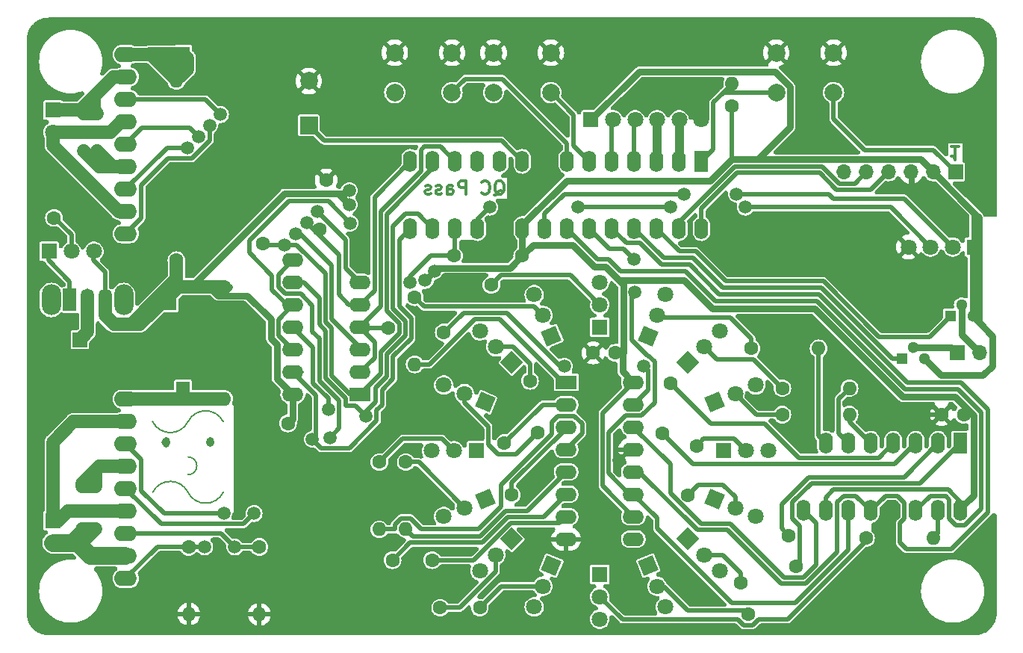
<source format=gbr>
%TF.GenerationSoftware,KiCad,Pcbnew,7.0.7*%
%TF.CreationDate,2023-08-23T01:14:16+09:00*%
%TF.ProjectId,maincircuit,6d61696e-6369-4726-9375-69742e6b6963,rev?*%
%TF.SameCoordinates,Original*%
%TF.FileFunction,Copper,L2,Bot*%
%TF.FilePolarity,Positive*%
%FSLAX46Y46*%
G04 Gerber Fmt 4.6, Leading zero omitted, Abs format (unit mm)*
G04 Created by KiCad (PCBNEW 7.0.7) date 2023-08-23 01:14:16*
%MOMM*%
%LPD*%
G01*
G04 APERTURE LIST*
G04 Aperture macros list*
%AMHorizOval*
0 Thick line with rounded ends*
0 $1 width*
0 $2 $3 position (X,Y) of the first rounded end (center of the circle)*
0 $4 $5 position (X,Y) of the second rounded end (center of the circle)*
0 Add line between two ends*
20,1,$1,$2,$3,$4,$5,0*
0 Add two circle primitives to create the rounded ends*
1,1,$1,$2,$3*
1,1,$1,$4,$5*%
%AMRotRect*
0 Rectangle, with rotation*
0 The origin of the aperture is its center*
0 $1 length*
0 $2 width*
0 $3 Rotation angle, in degrees counterclockwise*
0 Add horizontal line*
21,1,$1,$2,0,0,$3*%
G04 Aperture macros list end*
%TA.AperFunction,NonConductor*%
%ADD10C,0.200000*%
%TD*%
%ADD11C,0.300000*%
%TA.AperFunction,NonConductor*%
%ADD12C,0.300000*%
%TD*%
%TA.AperFunction,ComponentPad*%
%ADD13C,1.600000*%
%TD*%
%TA.AperFunction,ComponentPad*%
%ADD14O,1.600000X1.600000*%
%TD*%
%TA.AperFunction,ComponentPad*%
%ADD15HorizOval,1.600000X0.000000X0.000000X0.000000X0.000000X0*%
%TD*%
%TA.AperFunction,ComponentPad*%
%ADD16O,1.700000X1.700000*%
%TD*%
%TA.AperFunction,ComponentPad*%
%ADD17R,1.700000X1.700000*%
%TD*%
%TA.AperFunction,ComponentPad*%
%ADD18O,2.400000X1.600000*%
%TD*%
%TA.AperFunction,ComponentPad*%
%ADD19R,2.400000X1.600000*%
%TD*%
%TA.AperFunction,ComponentPad*%
%ADD20HorizOval,1.600000X0.000000X0.000000X0.000000X0.000000X0*%
%TD*%
%TA.AperFunction,ComponentPad*%
%ADD21HorizOval,1.600000X0.000000X0.000000X0.000000X0.000000X0*%
%TD*%
%TA.AperFunction,ComponentPad*%
%ADD22HorizOval,1.600000X0.000000X0.000000X0.000000X0.000000X0*%
%TD*%
%TA.AperFunction,ComponentPad*%
%ADD23HorizOval,1.600000X0.000000X0.000000X0.000000X0.000000X0*%
%TD*%
%TA.AperFunction,ComponentPad*%
%ADD24O,1.600000X2.400000*%
%TD*%
%TA.AperFunction,ComponentPad*%
%ADD25R,1.600000X2.400000*%
%TD*%
%TA.AperFunction,ComponentPad*%
%ADD26C,2.000000*%
%TD*%
%TA.AperFunction,ComponentPad*%
%ADD27C,1.800000*%
%TD*%
%TA.AperFunction,ComponentPad*%
%ADD28R,1.800000X1.800000*%
%TD*%
%TA.AperFunction,ComponentPad*%
%ADD29C,1.300000*%
%TD*%
%TA.AperFunction,ComponentPad*%
%ADD30R,1.300000X1.300000*%
%TD*%
%TA.AperFunction,ComponentPad*%
%ADD31RotRect,1.800000X1.800000X225.000000*%
%TD*%
%TA.AperFunction,ComponentPad*%
%ADD32RotRect,1.800000X1.800000X157.500000*%
%TD*%
%TA.AperFunction,ComponentPad*%
%ADD33R,1.600000X1.600000*%
%TD*%
%TA.AperFunction,ComponentPad*%
%ADD34O,2.610000X1.740000*%
%TD*%
%TA.AperFunction,ComponentPad*%
%ADD35R,2.610000X1.740000*%
%TD*%
%TA.AperFunction,ComponentPad*%
%ADD36RotRect,1.800000X1.800000X315.000000*%
%TD*%
%TA.AperFunction,ComponentPad*%
%ADD37RotRect,1.800000X1.800000X45.000000*%
%TD*%
%TA.AperFunction,ComponentPad*%
%ADD38RotRect,1.800000X1.800000X67.500000*%
%TD*%
%TA.AperFunction,ComponentPad*%
%ADD39RotRect,1.800000X1.800000X337.500000*%
%TD*%
%TA.AperFunction,ComponentPad*%
%ADD40RotRect,1.800000X1.800000X202.500000*%
%TD*%
%TA.AperFunction,ComponentPad*%
%ADD41RotRect,1.800000X1.800000X247.500000*%
%TD*%
%TA.AperFunction,ComponentPad*%
%ADD42RotRect,1.800000X1.800000X135.000000*%
%TD*%
%TA.AperFunction,ComponentPad*%
%ADD43RotRect,1.800000X1.800000X292.500000*%
%TD*%
%TA.AperFunction,ComponentPad*%
%ADD44RotRect,1.800000X1.800000X112.500000*%
%TD*%
%TA.AperFunction,ComponentPad*%
%ADD45O,2.200000X3.500000*%
%TD*%
%TA.AperFunction,ComponentPad*%
%ADD46R,1.500000X2.500000*%
%TD*%
%TA.AperFunction,ComponentPad*%
%ADD47O,1.500000X2.500000*%
%TD*%
%TA.AperFunction,ComponentPad*%
%ADD48R,2.000000X2.000000*%
%TD*%
%TA.AperFunction,ComponentPad*%
%ADD49RotRect,1.800000X1.800000X22.500000*%
%TD*%
%TA.AperFunction,ViaPad*%
%ADD50C,1.500000*%
%TD*%
%TA.AperFunction,Conductor*%
%ADD51C,1.500000*%
%TD*%
%TA.AperFunction,Conductor*%
%ADD52C,0.500000*%
%TD*%
%TA.AperFunction,Conductor*%
%ADD53C,0.750000*%
%TD*%
%TA.AperFunction,Conductor*%
%ADD54C,2.000000*%
%TD*%
%TA.AperFunction,Conductor*%
%ADD55C,1.000000*%
%TD*%
G04 APERTURE END LIST*
D10*
X36000000Y-67620000D02*
X36100000Y-67720000D01*
X36200000Y-68020000D01*
X36100000Y-68320000D01*
X36000000Y-68420000D01*
X35800000Y-68520000D01*
X35600000Y-68420000D01*
X35500000Y-68320000D01*
X35400000Y-68020000D01*
X35500000Y-67720000D01*
X35600000Y-67620000D01*
X35800000Y-67520000D01*
X36000000Y-67620000D01*
%TA.AperFunction,NonConductor*%
G36*
X36000000Y-67620000D02*
G01*
X36100000Y-67720000D01*
X36200000Y-68020000D01*
X36100000Y-68320000D01*
X36000000Y-68420000D01*
X35800000Y-68520000D01*
X35600000Y-68420000D01*
X35500000Y-68320000D01*
X35400000Y-68020000D01*
X35500000Y-67720000D01*
X35600000Y-67620000D01*
X35800000Y-67520000D01*
X36000000Y-67620000D01*
G37*
%TD.AperFunction*%
X41000000Y-67600000D02*
X41100000Y-67700000D01*
X41200000Y-68000000D01*
X41100000Y-68300000D01*
X41000000Y-68400000D01*
X40800000Y-68500000D01*
X40600000Y-68400000D01*
X40500000Y-68300000D01*
X40400000Y-68000000D01*
X40500000Y-67700000D01*
X40600000Y-67600000D01*
X40800000Y-67500000D01*
X41000000Y-67600000D01*
%TA.AperFunction,NonConductor*%
G36*
X41000000Y-67600000D02*
G01*
X41100000Y-67700000D01*
X41200000Y-68000000D01*
X41100000Y-68300000D01*
X41000000Y-68400000D01*
X40800000Y-68500000D01*
X40600000Y-68400000D01*
X40500000Y-68300000D01*
X40400000Y-68000000D01*
X40500000Y-67700000D01*
X40600000Y-67600000D01*
X40800000Y-67500000D01*
X41000000Y-67600000D01*
G37*
%TD.AperFunction*%
X38299998Y-73700000D02*
G75*
G03*
X34300000Y-73700000I-1999999J-1000000D01*
G01*
X38300000Y-73700000D02*
G75*
G03*
X42299998Y-73700000I1999999J1000000D01*
G01*
X38300000Y-71700000D02*
G75*
G03*
X38300000Y-69700000I0J1000000D01*
G01*
X34300001Y-65700000D02*
G75*
G03*
X38299999Y-65700000I1999999J1000000D01*
G01*
X42299999Y-65700000D02*
G75*
G03*
X38300001Y-65700000I-1999999J-1000000D01*
G01*
D11*
D12*
X125740225Y-34499171D02*
X124883082Y-34499171D01*
X125311653Y-34499171D02*
X125311653Y-35999171D01*
X125311653Y-35999171D02*
X125168796Y-35784885D01*
X125168796Y-35784885D02*
X125025939Y-35642028D01*
X125025939Y-35642028D02*
X124883082Y-35570600D01*
D11*
D12*
X73045489Y-40043685D02*
X73188346Y-39972257D01*
X73188346Y-39972257D02*
X73331203Y-39829400D01*
X73331203Y-39829400D02*
X73545489Y-39615114D01*
X73545489Y-39615114D02*
X73688346Y-39543685D01*
X73688346Y-39543685D02*
X73831203Y-39543685D01*
X73759774Y-39900828D02*
X73902632Y-39829400D01*
X73902632Y-39829400D02*
X74045489Y-39686542D01*
X74045489Y-39686542D02*
X74116917Y-39400828D01*
X74116917Y-39400828D02*
X74116917Y-38900828D01*
X74116917Y-38900828D02*
X74045489Y-38615114D01*
X74045489Y-38615114D02*
X73902632Y-38472257D01*
X73902632Y-38472257D02*
X73759774Y-38400828D01*
X73759774Y-38400828D02*
X73474060Y-38400828D01*
X73474060Y-38400828D02*
X73331203Y-38472257D01*
X73331203Y-38472257D02*
X73188346Y-38615114D01*
X73188346Y-38615114D02*
X73116917Y-38900828D01*
X73116917Y-38900828D02*
X73116917Y-39400828D01*
X73116917Y-39400828D02*
X73188346Y-39686542D01*
X73188346Y-39686542D02*
X73331203Y-39829400D01*
X73331203Y-39829400D02*
X73474060Y-39900828D01*
X73474060Y-39900828D02*
X73759774Y-39900828D01*
X71616917Y-39757971D02*
X71688345Y-39829400D01*
X71688345Y-39829400D02*
X71902631Y-39900828D01*
X71902631Y-39900828D02*
X72045488Y-39900828D01*
X72045488Y-39900828D02*
X72259774Y-39829400D01*
X72259774Y-39829400D02*
X72402631Y-39686542D01*
X72402631Y-39686542D02*
X72474060Y-39543685D01*
X72474060Y-39543685D02*
X72545488Y-39257971D01*
X72545488Y-39257971D02*
X72545488Y-39043685D01*
X72545488Y-39043685D02*
X72474060Y-38757971D01*
X72474060Y-38757971D02*
X72402631Y-38615114D01*
X72402631Y-38615114D02*
X72259774Y-38472257D01*
X72259774Y-38472257D02*
X72045488Y-38400828D01*
X72045488Y-38400828D02*
X71902631Y-38400828D01*
X71902631Y-38400828D02*
X71688345Y-38472257D01*
X71688345Y-38472257D02*
X71616917Y-38543685D01*
X69831203Y-39900828D02*
X69831203Y-38400828D01*
X69831203Y-38400828D02*
X69259774Y-38400828D01*
X69259774Y-38400828D02*
X69116917Y-38472257D01*
X69116917Y-38472257D02*
X69045488Y-38543685D01*
X69045488Y-38543685D02*
X68974060Y-38686542D01*
X68974060Y-38686542D02*
X68974060Y-38900828D01*
X68974060Y-38900828D02*
X69045488Y-39043685D01*
X69045488Y-39043685D02*
X69116917Y-39115114D01*
X69116917Y-39115114D02*
X69259774Y-39186542D01*
X69259774Y-39186542D02*
X69831203Y-39186542D01*
X67688346Y-39900828D02*
X67688346Y-39115114D01*
X67688346Y-39115114D02*
X67759774Y-38972257D01*
X67759774Y-38972257D02*
X67902631Y-38900828D01*
X67902631Y-38900828D02*
X68188346Y-38900828D01*
X68188346Y-38900828D02*
X68331203Y-38972257D01*
X67688346Y-39829400D02*
X67831203Y-39900828D01*
X67831203Y-39900828D02*
X68188346Y-39900828D01*
X68188346Y-39900828D02*
X68331203Y-39829400D01*
X68331203Y-39829400D02*
X68402631Y-39686542D01*
X68402631Y-39686542D02*
X68402631Y-39543685D01*
X68402631Y-39543685D02*
X68331203Y-39400828D01*
X68331203Y-39400828D02*
X68188346Y-39329400D01*
X68188346Y-39329400D02*
X67831203Y-39329400D01*
X67831203Y-39329400D02*
X67688346Y-39257971D01*
X67045488Y-39829400D02*
X66902631Y-39900828D01*
X66902631Y-39900828D02*
X66616917Y-39900828D01*
X66616917Y-39900828D02*
X66474060Y-39829400D01*
X66474060Y-39829400D02*
X66402631Y-39686542D01*
X66402631Y-39686542D02*
X66402631Y-39615114D01*
X66402631Y-39615114D02*
X66474060Y-39472257D01*
X66474060Y-39472257D02*
X66616917Y-39400828D01*
X66616917Y-39400828D02*
X66831203Y-39400828D01*
X66831203Y-39400828D02*
X66974060Y-39329400D01*
X66974060Y-39329400D02*
X67045488Y-39186542D01*
X67045488Y-39186542D02*
X67045488Y-39115114D01*
X67045488Y-39115114D02*
X66974060Y-38972257D01*
X66974060Y-38972257D02*
X66831203Y-38900828D01*
X66831203Y-38900828D02*
X66616917Y-38900828D01*
X66616917Y-38900828D02*
X66474060Y-38972257D01*
X65831202Y-39829400D02*
X65688345Y-39900828D01*
X65688345Y-39900828D02*
X65402631Y-39900828D01*
X65402631Y-39900828D02*
X65259774Y-39829400D01*
X65259774Y-39829400D02*
X65188345Y-39686542D01*
X65188345Y-39686542D02*
X65188345Y-39615114D01*
X65188345Y-39615114D02*
X65259774Y-39472257D01*
X65259774Y-39472257D02*
X65402631Y-39400828D01*
X65402631Y-39400828D02*
X65616917Y-39400828D01*
X65616917Y-39400828D02*
X65759774Y-39329400D01*
X65759774Y-39329400D02*
X65831202Y-39186542D01*
X65831202Y-39186542D02*
X65831202Y-39115114D01*
X65831202Y-39115114D02*
X65759774Y-38972257D01*
X65759774Y-38972257D02*
X65616917Y-38900828D01*
X65616917Y-38900828D02*
X65402631Y-38900828D01*
X65402631Y-38900828D02*
X65259774Y-38972257D01*
D13*
%TO.P,R6,1*%
%TO.N,/Motordrive/L_PWM*%
X61000000Y-55090000D03*
D14*
%TO.P,R6,2*%
%TO.N,GND*%
X61000000Y-65250000D03*
%TD*%
D13*
%TO.P,R20,1*%
%TO.N,Net-(LED10-K)*%
X64000000Y-51590000D03*
D14*
%TO.P,R20,2*%
%TO.N,/16x2LEDs/LED10*%
X64000000Y-59210000D03*
%TD*%
D13*
%TO.P,R10,1*%
%TO.N,/Motordrive/R_SEL1*%
X46400000Y-79900000D03*
D14*
%TO.P,R10,2*%
%TO.N,GND*%
X46400000Y-87520000D03*
%TD*%
D13*
%TO.P,R8,1*%
%TO.N,/Motordrive/R_SEL2*%
X38400000Y-79880000D03*
D14*
%TO.P,R8,2*%
%TO.N,GND*%
X38400000Y-87500000D03*
%TD*%
D13*
%TO.P,R7,1*%
%TO.N,/Motordrive/L_SEL1*%
X46800000Y-45500000D03*
D15*
%TO.P,R7,2*%
%TO.N,GND*%
X53984205Y-38315795D03*
%TD*%
%TO.P,R5,2*%
%TO.N,GND*%
X58588154Y-38511846D03*
D13*
%TO.P,R5,1*%
%TO.N,/Motordrive/L_SEL2*%
X53200000Y-43900000D03*
%TD*%
D16*
%TO.P,BT1,2,-*%
%TO.N,GND*%
X23500000Y-56400000D03*
D17*
%TO.P,BT1,1,+*%
%TO.N,Net-(BT1-+)*%
X26040000Y-56400000D03*
%TD*%
D18*
%TO.P,U1,14,VCC*%
%TO.N,VDD*%
X50180000Y-62625000D03*
%TO.P,U1,13*%
%TO.N,/Motordrive/R_SEL2*%
X50180000Y-60085000D03*
%TO.P,U1,12*%
%TO.N,/Motordrive/R_PWM*%
X50180000Y-57545000D03*
%TO.P,U1,11*%
%TO.N,Net-(Q2-G_4)*%
X50180000Y-55005000D03*
%TO.P,U1,10*%
%TO.N,/Motordrive/R_PWM*%
X50180000Y-52465000D03*
%TO.P,U1,9*%
%TO.N,/Motordrive/R_SEL1*%
X50180000Y-49925000D03*
%TO.P,U1,8*%
%TO.N,Net-(Q2-G_3)*%
X50180000Y-47385000D03*
%TO.P,U1,7,GND*%
%TO.N,GND*%
X57800000Y-47385000D03*
%TO.P,U1,6*%
%TO.N,Net-(Q1-G_4)*%
X57800000Y-49925000D03*
%TO.P,U1,5*%
%TO.N,/Motordrive/L_SEL2*%
X57800000Y-52465000D03*
%TO.P,U1,4*%
%TO.N,/Motordrive/L_PWM*%
X57800000Y-55005000D03*
%TO.P,U1,3*%
%TO.N,Net-(Q1-G_3)*%
X57800000Y-57545000D03*
%TO.P,U1,2*%
%TO.N,/Motordrive/L_PWM*%
X57800000Y-60085000D03*
D19*
%TO.P,U1,1*%
%TO.N,/Motordrive/L_SEL1*%
X57800000Y-62625000D03*
%TD*%
D13*
%TO.P,R26,1*%
%TO.N,Net-(LED16-K)*%
X71388154Y-86788154D03*
D20*
%TO.P,R26,2*%
%TO.N,/16x2LEDs/LED16*%
X66000000Y-81400000D03*
%TD*%
D14*
%TO.P,R9,2*%
%TO.N,GND*%
X70995000Y-46900000D03*
D13*
%TO.P,R9,1*%
%TO.N,/Motordrive/R_PWM*%
X68455000Y-46900000D03*
%TD*%
%TO.P,R25,1*%
%TO.N,Net-(LED15-K)*%
X66888154Y-86788154D03*
D20*
%TO.P,R25,2*%
%TO.N,/16x2LEDs/LED15*%
X61500000Y-81400000D03*
%TD*%
D13*
%TO.P,R24,1*%
%TO.N,Net-(LED14-K)*%
X63000000Y-70280000D03*
D14*
%TO.P,R24,2*%
%TO.N,/16x2LEDs/LED14*%
X63000000Y-77900000D03*
%TD*%
%TO.P,R23,2*%
%TO.N,/16x2LEDs/LED13*%
X60000000Y-77900000D03*
D13*
%TO.P,R23,1*%
%TO.N,Net-(LED13-K)*%
X60000000Y-70280000D03*
%TD*%
D21*
%TO.P,R22,2*%
%TO.N,/16x2LEDs/LED12*%
X75011976Y-73979981D03*
D13*
%TO.P,R22,1*%
%TO.N,Net-(LED12-K)*%
X77928024Y-66940019D03*
%TD*%
D21*
%TO.P,R21,2*%
%TO.N,/16x2LEDs/LED11*%
X74171976Y-68119981D03*
D13*
%TO.P,R21,1*%
%TO.N,Net-(LED11-K)*%
X77088024Y-61080019D03*
%TD*%
D22*
%TO.P,R19,2*%
%TO.N,/16x2LEDs/LED9*%
X67305923Y-55594077D03*
D13*
%TO.P,R19,1*%
%TO.N,Net-(LED9-K)*%
X72694077Y-50205923D03*
%TD*%
%TO.P,R18,1*%
%TO.N,Net-(LED8-K)*%
X102190000Y-57400000D03*
D14*
%TO.P,R18,2*%
%TO.N,/16x2LEDs/LED8*%
X109810000Y-57400000D03*
%TD*%
D13*
%TO.P,R17,1*%
%TO.N,Net-(LED7-K)*%
X105690000Y-61900000D03*
D14*
%TO.P,R17,2*%
%TO.N,/16x2LEDs/LED7*%
X113310000Y-61900000D03*
%TD*%
D13*
%TO.P,R16,1*%
%TO.N,Net-(LED6-K)*%
X105690000Y-64900000D03*
D14*
%TO.P,R16,2*%
%TO.N,/16x2LEDs/LED6*%
X113310000Y-64900000D03*
%TD*%
D23*
%TO.P,R15,2*%
%TO.N,/16x2LEDs/LED5*%
X93041976Y-61380019D03*
D13*
%TO.P,R15,1*%
%TO.N,Net-(LED5-K)*%
X95958024Y-68419981D03*
%TD*%
%TO.P,R14,1*%
%TO.N,Net-(LED4-K)*%
X94996048Y-74019962D03*
D23*
%TO.P,R14,2*%
%TO.N,/16x2LEDs/LED4*%
X92080000Y-66980000D03*
%TD*%
D13*
%TO.P,R13,1*%
%TO.N,Net-(LED3-K)*%
X101005923Y-83994077D03*
D15*
%TO.P,R13,2*%
%TO.N,/16x2LEDs/LED3*%
X106394077Y-78605923D03*
%TD*%
D13*
%TO.P,R12,1*%
%TO.N,Net-(LED2-K)*%
X101811846Y-87488154D03*
D15*
%TO.P,R12,2*%
%TO.N,/16x2LEDs/LED2*%
X107200000Y-82100000D03*
%TD*%
D14*
%TO.P,R11,2*%
%TO.N,/16x2LEDs/LED1*%
X122805000Y-78900000D03*
D13*
%TO.P,R11,1*%
%TO.N,Net-(LED1-K)*%
X115185000Y-78900000D03*
%TD*%
D14*
%TO.P,R2,2*%
%TO.N,GND*%
X23100000Y-37520000D03*
D13*
%TO.P,R2,1*%
%TO.N,Net-(PWR1-K)*%
X23100000Y-42600000D03*
%TD*%
D24*
%TO.P,IC1,28,RB7/ICSPDAT*%
%TO.N,PICKit3_ICSPDAT*%
X96525000Y-43820000D03*
%TO.P,IC1,27,RB6/ICSPCLK*%
%TO.N,PICKit3_ICSPCLK*%
X93985000Y-43820000D03*
%TO.P,IC1,26,RB5*%
%TO.N,/16x2LEDs/Select_Green*%
X91445000Y-43820000D03*
%TO.P,IC1,25,RB4*%
%TO.N,/16x2LEDs/Select_Red*%
X88905000Y-43820000D03*
%TO.P,IC1,24,RB3*%
%TO.N,/16x2LEDs/Flash*%
X86365000Y-43820000D03*
%TO.P,IC1,23,RB2*%
%TO.N,/16x2LEDs/Clock*%
X83825000Y-43820000D03*
%TO.P,IC1,22,RB1*%
%TO.N,/16x2LEDs/Data*%
X81285000Y-43820000D03*
%TO.P,IC1,21,RB0*%
%TO.N,I^{2}C_SDA*%
X78745000Y-43820000D03*
%TO.P,IC1,20,VDD*%
%TO.N,VDD*%
X76205000Y-43820000D03*
%TO.P,IC1,19,VSS_2*%
%TO.N,GND*%
X73665000Y-43820000D03*
%TO.P,IC1,18,RC7*%
%TO.N,I^{2}C_SCL*%
X71125000Y-43820000D03*
%TO.P,IC1,17,RC6*%
%TO.N,/Motordrive/R_PWM*%
X68585000Y-43820000D03*
%TO.P,IC1,16,RC5*%
%TO.N,/Motordrive/R_SEL1*%
X66045000Y-43820000D03*
%TO.P,IC1,15,RC4*%
%TO.N,/Motordrive/R_SEL2*%
X63505000Y-43820000D03*
%TO.P,IC1,14,RC3*%
%TO.N,/Motordrive/L_SEL2*%
X63505000Y-36200000D03*
%TO.P,IC1,13,RC2*%
%TO.N,/Motordrive/L_SEL1*%
X66045000Y-36200000D03*
%TO.P,IC1,12,RC1*%
%TO.N,/Motordrive/L_PWM*%
X68585000Y-36200000D03*
%TO.P,IC1,11,RC0*%
%TO.N,unconnected-(IC1-RC0-Pad11)*%
X71125000Y-36200000D03*
%TO.P,IC1,10,RA6*%
%TO.N,unconnected-(IC1-RA6-Pad10)*%
X73665000Y-36200000D03*
%TO.P,IC1,9,RA7*%
%TO.N,Net-(IC1-RA7)*%
X76205000Y-36200000D03*
%TO.P,IC1,8,VSS_1*%
%TO.N,GND*%
X78745000Y-36200000D03*
%TO.P,IC1,7,RA5*%
%TO.N,Net-(IC1-RA5)*%
X81285000Y-36200000D03*
%TO.P,IC1,6,RA4*%
%TO.N,Net-(IC1-RA4)*%
X83825000Y-36200000D03*
%TO.P,IC1,5,RA3*%
%TO.N,Sensor_SEL2*%
X86365000Y-36200000D03*
%TO.P,IC1,4,RA2*%
%TO.N,Sensor_SEL1*%
X88905000Y-36200000D03*
%TO.P,IC1,3,RA1*%
%TO.N,Sensor_AN*%
X91445000Y-36200000D03*
%TO.P,IC1,2,RA0*%
%TO.N,Sensor_DI*%
X93985000Y-36200000D03*
D25*
%TO.P,IC1,1,VPP/~{MCLR}/RE3*%
%TO.N,PICKit3_MCLR*%
X96525000Y-36200000D03*
%TD*%
D13*
%TO.P,R3,1*%
%TO.N,VDD*%
X37000000Y-47400000D03*
D14*
%TO.P,R3,2*%
%TO.N,Net-(Q1-S_3)*%
X37000000Y-27080000D03*
%TD*%
%TO.P,R4,2*%
%TO.N,Net-(Q2-S_3)*%
X42400000Y-63100000D03*
D13*
%TO.P,R4,1*%
%TO.N,VDD*%
X42400000Y-50400000D03*
%TD*%
D25*
%TO.P,U2,1,QB*%
%TO.N,/16x2LEDs/LED2*%
X125875000Y-68140500D03*
D24*
%TO.P,U2,2,QC*%
%TO.N,/16x2LEDs/LED3*%
X123335000Y-68140500D03*
%TO.P,U2,3,QD*%
%TO.N,/16x2LEDs/LED4*%
X120795000Y-68140500D03*
%TO.P,U2,4,QE*%
%TO.N,/16x2LEDs/LED5*%
X118255000Y-68140500D03*
%TO.P,U2,5,QF*%
%TO.N,/16x2LEDs/LED6*%
X115715000Y-68140500D03*
%TO.P,U2,6,QG*%
%TO.N,/16x2LEDs/LED7*%
X113175000Y-68140500D03*
%TO.P,U2,7,QH*%
%TO.N,/16x2LEDs/LED8*%
X110635000Y-68140500D03*
%TO.P,U2,8,GND*%
%TO.N,GND*%
X108095000Y-68140500D03*
%TO.P,U2,9,QH'*%
%TO.N,Net-(U2-QH')*%
X108095000Y-75760500D03*
%TO.P,U2,10,~{SRCLR}*%
%TO.N,VDD*%
X110635000Y-75760500D03*
%TO.P,U2,11,SRCLK*%
%TO.N,/16x2LEDs/Clock*%
X113175000Y-75760500D03*
%TO.P,U2,12,RCLK*%
%TO.N,/16x2LEDs/Flash*%
X115715000Y-75760500D03*
%TO.P,U2,13,~{OE}*%
%TO.N,GND*%
X118255000Y-75760500D03*
%TO.P,U2,14,SER*%
%TO.N,/16x2LEDs/Data*%
X120795000Y-75760500D03*
%TO.P,U2,15,QA*%
%TO.N,/16x2LEDs/LED1*%
X123335000Y-75760500D03*
%TO.P,U2,16,VCC*%
%TO.N,VDD*%
X125875000Y-75760500D03*
%TD*%
D26*
%TO.P,SW2,1,1*%
%TO.N,GND*%
X105000000Y-23900000D03*
X111500000Y-23900000D03*
%TO.P,SW2,2,2*%
%TO.N,PICKit3_MCLR*%
X105000000Y-28400000D03*
X111500000Y-28400000D03*
%TD*%
D27*
%TO.P,LED1,3,A2*%
%TO.N,/16x2LEDs/Green_Src*%
X85000000Y-88080000D03*
%TO.P,LED1,2,K*%
%TO.N,Net-(LED1-K)*%
X85000000Y-85540000D03*
D28*
%TO.P,LED1,1,A1*%
%TO.N,/16x2LEDs/Red_Src*%
X85000000Y-83000000D03*
%TD*%
D27*
%TO.P,J2,6,Pin_6*%
%TO.N,GND*%
X96500000Y-31500000D03*
%TO.P,J2,5,Pin_5*%
%TO.N,Sensor_DI*%
X94000000Y-31500000D03*
%TO.P,J2,4,Pin_4*%
%TO.N,Sensor_AN*%
X91500000Y-31500000D03*
%TO.P,J2,3,Pin_3*%
%TO.N,Sensor_SEL1*%
X89000000Y-31500000D03*
%TO.P,J2,2,Pin_2*%
%TO.N,Sensor_SEL2*%
X86500000Y-31500000D03*
D28*
%TO.P,J2,1,Pin_1*%
%TO.N,VDD*%
X84000000Y-31500000D03*
%TD*%
D26*
%TO.P,SW4,2,2*%
%TO.N,Net-(IC1-RA5)*%
X68250000Y-28400000D03*
X61750000Y-28400000D03*
%TO.P,SW4,1,1*%
%TO.N,GND*%
X68250000Y-23900000D03*
X61750000Y-23900000D03*
%TD*%
D14*
%TO.P,R1,2*%
%TO.N,PICKit3_MCLR*%
X100000000Y-27405000D03*
D13*
%TO.P,R1,1*%
%TO.N,VDD*%
X100000000Y-29945000D03*
%TD*%
D29*
%TO.P,Tr2,3,C*%
%TO.N,VDD*%
X127270000Y-53760000D03*
%TO.P,Tr2,2,E*%
%TO.N,/16x2LEDs/Green_Src*%
X126000000Y-52490000D03*
D30*
%TO.P,Tr2,1,B*%
%TO.N,/16x2LEDs/Select_Green*%
X124730000Y-53760000D03*
%TD*%
D27*
%TO.P,LED15,3,A2*%
%TO.N,/16x2LEDs/Green_Src*%
X71407898Y-82592102D03*
%TO.P,LED15,2,K*%
%TO.N,Net-(LED15-K)*%
X73203949Y-80796051D03*
D31*
%TO.P,LED15,1,A1*%
%TO.N,/16x2LEDs/Red_Src*%
X75000000Y-79000000D03*
%TD*%
D27*
%TO.P,LED12,3,A2*%
%TO.N,/16x2LEDs/Green_Src*%
X67306692Y-61555968D03*
%TO.P,LED12,2,K*%
%TO.N,Net-(LED12-K)*%
X69653346Y-62527984D03*
D32*
%TO.P,LED12,1,A1*%
%TO.N,/16x2LEDs/Red_Src*%
X72000000Y-63500000D03*
%TD*%
D33*
%TO.P,C5,1*%
%TO.N,Net-(Q2-S_3)*%
X37750000Y-61955113D03*
D13*
%TO.P,C5,2*%
%TO.N,GND*%
X37750000Y-59955113D03*
%TD*%
D34*
%TO.P,Q1,10,S_3*%
%TO.N,Net-(Q1-S_3)*%
X31250000Y-24090000D03*
%TO.P,Q1,9,D_3*%
%TO.N,Net-(J5-Pin_1)*%
X31250000Y-26630000D03*
%TO.P,Q1,8,G_4*%
%TO.N,Net-(Q1-G_4)*%
X31250000Y-29170000D03*
%TO.P,Q1,7,D_2*%
%TO.N,Net-(J5-Pin_2)*%
X31250000Y-31710000D03*
%TO.P,Q1,6,G_3*%
%TO.N,Net-(Q1-G_3)*%
X31250000Y-34250000D03*
%TO.P,Q1,5,S_2*%
%TO.N,Net-(J5-Pin_1)*%
X31250000Y-36790000D03*
%TO.P,Q1,4,G_2*%
%TO.N,/Motordrive/L_SEL1*%
X31250000Y-39330000D03*
%TO.P,Q1,3,D_1*%
%TO.N,Net-(J5-Pin_2)*%
X31250000Y-41870000D03*
%TO.P,Q1,2,G_1*%
%TO.N,/Motordrive/L_SEL2*%
X31250000Y-44410000D03*
D35*
%TO.P,Q1,1,S_1*%
%TO.N,GND*%
X31250000Y-46950000D03*
%TD*%
D27*
%TO.P,LED3,3,A2*%
%TO.N,/16x2LEDs/Green_Src*%
X98592102Y-82592102D03*
%TO.P,LED3,2,K*%
%TO.N,Net-(LED3-K)*%
X96796051Y-80796051D03*
D36*
%TO.P,LED3,1,A1*%
%TO.N,/16x2LEDs/Red_Src*%
X95000000Y-79000000D03*
%TD*%
D17*
%TO.P,J1,1,Pin_1*%
%TO.N,PICKit3_MCLR*%
X125350000Y-37400000D03*
D16*
%TO.P,J1,2,Pin_2*%
%TO.N,VDD*%
X122810000Y-37400000D03*
%TO.P,J1,3,Pin_3*%
%TO.N,GND*%
X120270000Y-37400000D03*
%TO.P,J1,4,Pin_4*%
%TO.N,PICKit3_ICSPDAT*%
X117730000Y-37400000D03*
%TO.P,J1,5,Pin_5*%
%TO.N,PICKit3_ICSPCLK*%
X115190000Y-37400000D03*
%TO.P,J1,6,Pin_6*%
%TO.N,unconnected-(J1-Pin_6-Pad6)*%
X112650000Y-37400000D03*
%TD*%
D13*
%TO.P,C3,2*%
%TO.N,GND*%
X47150000Y-65900000D03*
%TO.P,C3,1*%
%TO.N,VDD*%
X49650000Y-65900000D03*
%TD*%
D27*
%TO.P,LED7,3,A2*%
%TO.N,/16x2LEDs/Green_Src*%
X98592102Y-55407898D03*
%TO.P,LED7,2,K*%
%TO.N,Net-(LED7-K)*%
X96796051Y-57203949D03*
D37*
%TO.P,LED7,1,A1*%
%TO.N,/16x2LEDs/Red_Src*%
X95000000Y-59000000D03*
%TD*%
D18*
%TO.P,U3,16,VCC*%
%TO.N,VDD*%
X88795000Y-61225000D03*
%TO.P,U3,15,QA*%
%TO.N,/16x2LEDs/LED9*%
X88795000Y-63765000D03*
%TO.P,U3,14,SER*%
%TO.N,Net-(U2-QH')*%
X88795000Y-66305000D03*
%TO.P,U3,13,~{OE}*%
%TO.N,GND*%
X88795000Y-68845000D03*
%TO.P,U3,12,RCLK*%
%TO.N,/16x2LEDs/Flash*%
X88795000Y-71385000D03*
%TO.P,U3,11,SRCLK*%
%TO.N,/16x2LEDs/Clock*%
X88795000Y-73925000D03*
%TO.P,U3,10,~{SRCLR}*%
%TO.N,VDD*%
X88795000Y-76465000D03*
%TO.P,U3,9,QH'*%
%TO.N,unconnected-(U3-QH'-Pad9)*%
X88795000Y-79005000D03*
%TO.P,U3,8,GND*%
%TO.N,GND*%
X81175000Y-79005000D03*
%TO.P,U3,7,QH*%
%TO.N,/16x2LEDs/LED16*%
X81175000Y-76465000D03*
%TO.P,U3,6,QG*%
%TO.N,/16x2LEDs/LED15*%
X81175000Y-73925000D03*
%TO.P,U3,5,QF*%
%TO.N,/16x2LEDs/LED14*%
X81175000Y-71385000D03*
%TO.P,U3,4,QE*%
%TO.N,/16x2LEDs/LED13*%
X81175000Y-68845000D03*
%TO.P,U3,3,QD*%
%TO.N,/16x2LEDs/LED12*%
X81175000Y-66305000D03*
%TO.P,U3,2,QC*%
%TO.N,/16x2LEDs/LED11*%
X81175000Y-63765000D03*
D19*
%TO.P,U3,1,QB*%
%TO.N,/16x2LEDs/LED10*%
X81175000Y-61225000D03*
%TD*%
D27*
%TO.P,LED8,3,A2*%
%TO.N,/16x2LEDs/Green_Src*%
X92444032Y-51306692D03*
%TO.P,LED8,2,K*%
%TO.N,Net-(LED8-K)*%
X91472016Y-53653346D03*
D38*
%TO.P,LED8,1,A1*%
%TO.N,/16x2LEDs/Red_Src*%
X90500000Y-56000000D03*
%TD*%
D26*
%TO.P,SW3,2,2*%
%TO.N,Net-(IC1-RA4)*%
X79450000Y-28400000D03*
X72950000Y-28400000D03*
%TO.P,SW3,1,1*%
%TO.N,GND*%
X79450000Y-23900000D03*
X72950000Y-23900000D03*
%TD*%
D27*
%TO.P,LED4,3,A2*%
%TO.N,/16x2LEDs/Green_Src*%
X102693308Y-76444032D03*
%TO.P,LED4,2,K*%
%TO.N,Net-(LED4-K)*%
X100346654Y-75472016D03*
D39*
%TO.P,LED4,1,A1*%
%TO.N,/16x2LEDs/Red_Src*%
X98000000Y-74500000D03*
%TD*%
D27*
%TO.P,LED14,3,A2*%
%TO.N,/16x2LEDs/Green_Src*%
X67306692Y-76444032D03*
%TO.P,LED14,2,K*%
%TO.N,Net-(LED14-K)*%
X69653346Y-75472016D03*
D40*
%TO.P,LED14,1,A1*%
%TO.N,/16x2LEDs/Red_Src*%
X72000000Y-74500000D03*
%TD*%
D27*
%TO.P,LED9,3,A2*%
%TO.N,/16x2LEDs/Green_Src*%
X85000000Y-49920000D03*
%TO.P,LED9,2,K*%
%TO.N,Net-(LED9-K)*%
X85000000Y-52460000D03*
D28*
%TO.P,LED9,1,A1*%
%TO.N,/16x2LEDs/Red_Src*%
X85000000Y-55000000D03*
%TD*%
D13*
%TO.P,C6,1*%
%TO.N,VDD*%
X126250000Y-64900000D03*
%TO.P,C6,2*%
%TO.N,GND*%
X123750000Y-64900000D03*
%TD*%
D27*
%TO.P,LED16,3,A2*%
%TO.N,/16x2LEDs/Green_Src*%
X77555968Y-86693308D03*
%TO.P,LED16,2,K*%
%TO.N,Net-(LED16-K)*%
X78527984Y-84346654D03*
D41*
%TO.P,LED16,1,A1*%
%TO.N,/16x2LEDs/Red_Src*%
X79500000Y-82000000D03*
%TD*%
D27*
%TO.P,LED11,3,A2*%
%TO.N,/16x2LEDs/Green_Src*%
X71407898Y-55407898D03*
%TO.P,LED11,2,K*%
%TO.N,Net-(LED11-K)*%
X73203949Y-57203949D03*
D42*
%TO.P,LED11,1,A1*%
%TO.N,/16x2LEDs/Red_Src*%
X75000000Y-59000000D03*
%TD*%
D27*
%TO.P,LED2,3,A2*%
%TO.N,/16x2LEDs/Green_Src*%
X92444032Y-86693308D03*
%TO.P,LED2,2,K*%
%TO.N,Net-(LED2-K)*%
X91472016Y-84346654D03*
D43*
%TO.P,LED2,1,A1*%
%TO.N,/16x2LEDs/Red_Src*%
X90500000Y-82000000D03*
%TD*%
D13*
%TO.P,C2,2*%
%TO.N,GND*%
X36200000Y-55800000D03*
D33*
%TO.P,C2,1*%
%TO.N,VDD*%
X36200000Y-52300000D03*
%TD*%
D27*
%TO.P,LED10,3,A2*%
%TO.N,/16x2LEDs/Green_Src*%
X77555968Y-51306692D03*
%TO.P,LED10,2,K*%
%TO.N,Net-(LED10-K)*%
X78527984Y-53653346D03*
D44*
%TO.P,LED10,1,A1*%
%TO.N,/16x2LEDs/Red_Src*%
X79500000Y-56000000D03*
%TD*%
D16*
%TO.P,P1,2,Pin_2*%
%TO.N,/16x2LEDs/Green_Src*%
X128040000Y-57900000D03*
D17*
%TO.P,P1,1,Pin_1*%
%TO.N,/16x2LEDs/Red_Src*%
X125500000Y-57900000D03*
%TD*%
D45*
%TO.P,SW1,*%
%TO.N,*%
X22800000Y-51900000D03*
X31000000Y-51900000D03*
D46*
%TO.P,SW1,1,A*%
%TO.N,Net-(PWR1-A1)*%
X24900000Y-51900000D03*
D47*
%TO.P,SW1,2,B*%
%TO.N,Net-(BT1-+)*%
X26900000Y-51900000D03*
%TO.P,SW1,3,C*%
%TO.N,VDD*%
X28900000Y-51900000D03*
%TD*%
D27*
%TO.P,J3,4,Pin_4*%
%TO.N,GND*%
X120000000Y-45900000D03*
%TO.P,J3,3,Pin_3*%
%TO.N,I^{2}C_SCL*%
X122500000Y-45900000D03*
%TO.P,J3,2,Pin_2*%
%TO.N,I^{2}C_SDA*%
X125000000Y-45900000D03*
D28*
%TO.P,J3,1,Pin_1*%
%TO.N,VDD*%
X127500000Y-45900000D03*
%TD*%
D13*
%TO.P,C7,2*%
%TO.N,GND*%
X84250000Y-57900000D03*
%TO.P,C7,1*%
%TO.N,VDD*%
X86750000Y-57900000D03*
%TD*%
D27*
%TO.P,J6,2,Pin_2*%
%TO.N,Net-(J6-Pin_2)*%
X23000000Y-79400000D03*
D28*
%TO.P,J6,1,Pin_1*%
%TO.N,Net-(J6-Pin_1)*%
X23000000Y-76900000D03*
%TD*%
D26*
%TO.P,LS1,2,2*%
%TO.N,GND*%
X52000000Y-27100000D03*
D48*
%TO.P,LS1,1,1*%
%TO.N,Net-(IC1-RA7)*%
X52000000Y-32100000D03*
%TD*%
D27*
%TO.P,LED13,3,A2*%
%TO.N,/16x2LEDs/Green_Src*%
X65920000Y-69000000D03*
%TO.P,LED13,2,K*%
%TO.N,Net-(LED13-K)*%
X68460000Y-69000000D03*
D28*
%TO.P,LED13,1,A1*%
%TO.N,/16x2LEDs/Red_Src*%
X71000000Y-69000000D03*
%TD*%
%TO.P,J5,1,Pin_1*%
%TO.N,Net-(J5-Pin_1)*%
X23000000Y-30400000D03*
D27*
%TO.P,J5,2,Pin_2*%
%TO.N,Net-(J5-Pin_2)*%
X23000000Y-32900000D03*
%TD*%
D30*
%TO.P,Tr1,1,B*%
%TO.N,/16x2LEDs/Select_Red*%
X119230000Y-58540000D03*
D29*
%TO.P,Tr1,2,E*%
%TO.N,/16x2LEDs/Red_Src*%
X120500000Y-57270000D03*
%TO.P,Tr1,3,C*%
%TO.N,VDD*%
X121770000Y-58540000D03*
%TD*%
D27*
%TO.P,PWR1,3,A2*%
%TO.N,VDD*%
X27630000Y-46400000D03*
%TO.P,PWR1,2,K*%
%TO.N,Net-(PWR1-K)*%
X25090000Y-46400000D03*
D28*
%TO.P,PWR1,1,A1*%
%TO.N,Net-(PWR1-A1)*%
X22550000Y-46400000D03*
%TD*%
D13*
%TO.P,C4,2*%
%TO.N,GND*%
X37750000Y-22000000D03*
D33*
%TO.P,C4,1*%
%TO.N,Net-(Q1-S_3)*%
X37750000Y-24000000D03*
%TD*%
D49*
%TO.P,LED6,1,A1*%
%TO.N,/16x2LEDs/Red_Src*%
X98000000Y-63500000D03*
D27*
%TO.P,LED6,2,K*%
%TO.N,Net-(LED6-K)*%
X100346654Y-62527984D03*
%TO.P,LED6,3,A2*%
%TO.N,/16x2LEDs/Green_Src*%
X102693308Y-61555968D03*
%TD*%
D13*
%TO.P,C1,2*%
%TO.N,GND*%
X73700000Y-46900000D03*
%TO.P,C1,1*%
%TO.N,VDD*%
X76200000Y-46900000D03*
%TD*%
D27*
%TO.P,LED5,3,A2*%
%TO.N,/16x2LEDs/Green_Src*%
X104080000Y-69000000D03*
%TO.P,LED5,2,K*%
%TO.N,Net-(LED5-K)*%
X101540000Y-69000000D03*
D28*
%TO.P,LED5,1,A1*%
%TO.N,/16x2LEDs/Red_Src*%
X99000000Y-69000000D03*
%TD*%
D35*
%TO.P,Q2,1,S_1*%
%TO.N,GND*%
X31250000Y-86000000D03*
D34*
%TO.P,Q2,2,G_1*%
%TO.N,/Motordrive/R_SEL2*%
X31250000Y-83460000D03*
%TO.P,Q2,3,D_1*%
%TO.N,Net-(J6-Pin_2)*%
X31250000Y-80920000D03*
%TO.P,Q2,4,G_2*%
%TO.N,/Motordrive/R_SEL1*%
X31250000Y-78380000D03*
%TO.P,Q2,5,S_2*%
%TO.N,Net-(J6-Pin_1)*%
X31250000Y-75840000D03*
%TO.P,Q2,6,G_3*%
%TO.N,Net-(Q2-G_3)*%
X31250000Y-73300000D03*
%TO.P,Q2,7,D_2*%
%TO.N,Net-(J6-Pin_2)*%
X31250000Y-70760000D03*
%TO.P,Q2,8,G_4*%
%TO.N,Net-(Q2-G_4)*%
X31250000Y-68220000D03*
%TO.P,Q2,9,D_3*%
%TO.N,Net-(J6-Pin_1)*%
X31250000Y-65680000D03*
%TO.P,Q2,10,S_3*%
%TO.N,Net-(Q2-S_3)*%
X31250000Y-63140000D03*
%TD*%
D50*
%TO.N,/16x2LEDs/Clock*%
X88900000Y-47300000D03*
X88974500Y-51024500D03*
%TO.N,GND*%
X84113051Y-70100000D03*
X87212551Y-70095595D03*
X127200000Y-39900000D03*
X125200000Y-41900000D03*
%TO.N,VDD*%
X56600000Y-39500000D03*
X66260308Y-48639692D03*
X56600000Y-41100000D03*
X65200000Y-49700000D03*
%TO.N,/Motordrive/R_PWM*%
X63449500Y-49900000D03*
X56700000Y-43200000D03*
%TO.N,GND*%
X120453378Y-39657028D03*
X117501825Y-42599500D03*
X106000000Y-42599500D03*
X109600000Y-42700000D03*
X106400000Y-34650500D03*
X108200000Y-34650500D03*
X107800000Y-42700000D03*
X110000000Y-34650500D03*
%TO.N,Net-(Q2-G_3)*%
X45800000Y-76100000D03*
%TO.N,/Motordrive/R_SEL2*%
X40200000Y-79900000D03*
X52400000Y-67700000D03*
%TO.N,Net-(Q2-G_3)*%
X54400000Y-67500000D03*
%TO.N,Net-(Q2-G_4)*%
X42383150Y-76100000D03*
X54200000Y-64300000D03*
%TO.N,/Motordrive/R_SEL1*%
X43600000Y-79900000D03*
X58498528Y-65098528D03*
%TO.N,/Motordrive/L_SEL1*%
X38250000Y-34650000D03*
X49250000Y-45650000D03*
%TO.N,Net-(Q1-G_3)*%
X39500000Y-33400000D03*
X50500000Y-44400000D03*
%TO.N,/Motordrive/L_SEL2*%
X40750000Y-32150000D03*
X51750000Y-43150000D03*
%TO.N,Net-(Q1-G_4)*%
X42000000Y-30900000D03*
X53000000Y-41900000D03*
%TO.N,/16x2LEDs/LED9*%
X90000000Y-59400000D03*
X81000000Y-59400000D03*
%TO.N,I^{2}C_SCL*%
X72500000Y-41400000D03*
X82500000Y-41400000D03*
X93000000Y-41400000D03*
X101500000Y-41400000D03*
%TO.N,I^{2}C_SDA*%
X94500000Y-39900000D03*
X100500000Y-39900000D03*
%TO.N,GND*%
X108500000Y-48400000D03*
X108500000Y-54400000D03*
X102500000Y-48400000D03*
X104500000Y-48400000D03*
X106500000Y-48400000D03*
X106500000Y-54400000D03*
X104500000Y-54400000D03*
X102500000Y-54400000D03*
X96000000Y-24400000D03*
X94000000Y-24400000D03*
X92000000Y-24400000D03*
X90000000Y-24400000D03*
X90000000Y-27900000D03*
X92000000Y-27900000D03*
X94000000Y-27900000D03*
X96000000Y-27900000D03*
%TO.N,Net-(J5-Pin_1)*%
X26450000Y-30750000D03*
X28000000Y-30750000D03*
X28000000Y-35000000D03*
X26500000Y-35000000D03*
%TO.N,Net-(J6-Pin_2)*%
X26300497Y-73000000D03*
X26300497Y-77900000D03*
X27800000Y-77900000D03*
X27800000Y-73000000D03*
%TD*%
D51*
%TO.N,Net-(J6-Pin_1)*%
X24660000Y-75840000D02*
X23600000Y-76900000D01*
X23600000Y-76900000D02*
X23000000Y-76900000D01*
X23000000Y-68000000D02*
X23000000Y-76900000D01*
D52*
%TO.N,VDD*%
X27560000Y-47400000D02*
X27560000Y-46470000D01*
X27560000Y-46470000D02*
X27630000Y-46400000D01*
%TO.N,Net-(PWR1-A1)*%
X22480000Y-47400000D02*
X22480000Y-46470000D01*
X22480000Y-46470000D02*
X22550000Y-46400000D01*
%TO.N,Net-(PWR1-K)*%
X25090000Y-46400000D02*
X25090000Y-44490000D01*
X25090000Y-44490000D02*
X23200000Y-42600000D01*
X23200000Y-42600000D02*
X23100000Y-42600000D01*
%TO.N,/16x2LEDs/Clock*%
X88900000Y-47300000D02*
X87700000Y-46100000D01*
X87700000Y-46100000D02*
X86105000Y-46100000D01*
X86105000Y-46100000D02*
X83825000Y-43820000D01*
X88600000Y-56399380D02*
X88600000Y-51399000D01*
X88600000Y-51399000D02*
X88974500Y-51024500D01*
%TO.N,/16x2LEDs/Flash*%
X119747233Y-80150000D02*
X119015000Y-79417767D01*
X125935660Y-61275000D02*
X129000000Y-64339340D01*
X124810660Y-80150000D02*
X119747233Y-80150000D01*
X119875000Y-61275000D02*
X125935660Y-61275000D01*
X129000000Y-64339340D02*
X129000000Y-75960660D01*
X119015000Y-79417767D02*
X119015000Y-77208267D01*
X109875000Y-51275000D02*
X119875000Y-61275000D01*
X129000000Y-75960660D02*
X124810660Y-80150000D01*
X89565051Y-45470000D02*
X91995051Y-47900000D01*
X98560423Y-51275000D02*
X109875000Y-51275000D01*
X119015000Y-77208267D02*
X119545000Y-76678267D01*
X95185423Y-47900000D02*
X98560423Y-51275000D01*
X88015000Y-45470000D02*
X89565051Y-45470000D01*
X91995051Y-47900000D02*
X95185423Y-47900000D01*
X86365000Y-43820000D02*
X88015000Y-45470000D01*
X119545000Y-76678267D02*
X119545000Y-74882733D01*
X119545000Y-74882733D02*
X118772767Y-74110500D01*
X118772767Y-74110500D02*
X117365000Y-74110500D01*
X117365000Y-74110500D02*
X115715000Y-75760500D01*
%TO.N,/16x2LEDs/Clock*%
X88795000Y-73925000D02*
X88395000Y-73925000D01*
X89712767Y-65015000D02*
X91200000Y-63527767D01*
X91200000Y-63527767D02*
X91200000Y-58902943D01*
X90497057Y-58200000D02*
X90400620Y-58200000D01*
X88395000Y-73925000D02*
X86012551Y-71542551D01*
X86012551Y-71542551D02*
X86012551Y-66919682D01*
X87917233Y-65015000D02*
X89712767Y-65015000D01*
X86012551Y-66919682D02*
X87917233Y-65015000D01*
X91200000Y-58902943D02*
X90497057Y-58200000D01*
X90400620Y-58200000D02*
X88600000Y-56399380D01*
%TO.N,VDD*%
X88795000Y-76465000D02*
X85312551Y-72982551D01*
X85312551Y-72982551D02*
X85312551Y-64707449D01*
X85312551Y-64707449D02*
X88795000Y-61225000D01*
%TO.N,GND*%
X87212551Y-70095595D02*
X88463146Y-68845000D01*
X88463146Y-68845000D02*
X88795000Y-68845000D01*
%TO.N,/Motordrive/R_SEL2*%
X52400000Y-67700000D02*
X53400000Y-68700000D01*
X61550000Y-60854899D02*
X61550000Y-58329900D01*
X62250000Y-45075000D02*
X63505000Y-43820000D01*
X53400000Y-68700000D02*
X56594113Y-68700000D01*
X60300000Y-63789949D02*
X60300000Y-62104900D01*
X56594113Y-68700000D02*
X59698528Y-65595585D01*
X62250000Y-52592335D02*
X62250000Y-45075000D01*
X59698528Y-65595585D02*
X59698528Y-64391422D01*
X59698528Y-64391422D02*
X60300000Y-63789949D01*
X60300000Y-62104900D02*
X61550000Y-60854899D01*
X61550000Y-58329900D02*
X63650000Y-56229900D01*
X63650000Y-56229900D02*
X63650000Y-53992335D01*
X63650000Y-53992335D02*
X62250000Y-52592335D01*
%TO.N,/Motordrive/R_SEL1*%
X58498528Y-65098528D02*
X58498528Y-64601472D01*
X61550000Y-52882284D02*
X61550000Y-43607233D01*
X61550000Y-43607233D02*
X62987233Y-42170000D01*
X58498528Y-64601472D02*
X59600000Y-63500000D01*
X59600000Y-63500000D02*
X59600000Y-61814950D01*
X59600000Y-61814950D02*
X60850000Y-60564950D01*
X60850000Y-60564950D02*
X60850000Y-58039950D01*
X60850000Y-58039950D02*
X62950000Y-55939950D01*
X62950000Y-55939950D02*
X62950000Y-54282284D01*
X62950000Y-54282284D02*
X61550000Y-52882284D01*
X62987233Y-42170000D02*
X64395000Y-42170000D01*
X64395000Y-42170000D02*
X66045000Y-43820000D01*
X53200000Y-51700000D02*
X51425000Y-49925000D01*
X57275000Y-63875000D02*
X56150000Y-63875000D01*
X58498528Y-65098528D02*
X57275000Y-63875000D01*
X56150000Y-63039950D02*
X53900000Y-60789949D01*
X53200000Y-54679898D02*
X53200000Y-51700000D01*
X56150000Y-63875000D02*
X56150000Y-63039950D01*
X53900000Y-55379899D02*
X53200000Y-54679898D01*
X53900000Y-60789949D02*
X53900000Y-55379899D01*
X51425000Y-49925000D02*
X50180000Y-49925000D01*
%TO.N,/Motordrive/R_PWM*%
X49562283Y-52465000D02*
X50180000Y-52465000D01*
X47830000Y-50732717D02*
X49562283Y-52465000D01*
X56700000Y-43200000D02*
X54200000Y-40700000D01*
X49742233Y-40700000D02*
X45250000Y-45192233D01*
X54200000Y-40700000D02*
X49742233Y-40700000D01*
X45250000Y-45192233D02*
X45250000Y-46550000D01*
X45250000Y-46550000D02*
X47830000Y-49130000D01*
X47830000Y-49130000D02*
X47830000Y-50732717D01*
D53*
%TO.N,VDD*%
X56600000Y-39500000D02*
X56225000Y-39875000D01*
X56225000Y-39875000D02*
X55375000Y-39875000D01*
X56600000Y-41100000D02*
X55375000Y-39875000D01*
D52*
%TO.N,/Motordrive/R_PWM*%
X65800000Y-46900000D02*
X68455000Y-46900000D01*
X63449500Y-49900000D02*
X63449500Y-49250500D01*
X63449500Y-49250500D02*
X65800000Y-46900000D01*
D53*
%TO.N,VDD*%
X66260308Y-48639692D02*
X65200000Y-49700000D01*
X66625000Y-48275000D02*
X74825000Y-48275000D01*
X66260308Y-48639692D02*
X66625000Y-48275000D01*
X74825000Y-48275000D02*
X76200000Y-46900000D01*
X38700000Y-50400000D02*
X37250000Y-50400000D01*
X55375000Y-39875000D02*
X49225000Y-39875000D01*
X49225000Y-39875000D02*
X38700000Y-50400000D01*
D52*
%TO.N,Net-(LED9-K)*%
X72694077Y-50205923D02*
X73800000Y-49100000D01*
X81640000Y-49100000D02*
X85000000Y-52460000D01*
X73800000Y-49100000D02*
X81640000Y-49100000D01*
%TO.N,/Motordrive/L_SEL1*%
X66045000Y-36200000D02*
X66045000Y-36994950D01*
X66045000Y-36994950D02*
X60850000Y-42189950D01*
X60850000Y-42189950D02*
X60850000Y-53172233D01*
X60850000Y-53172233D02*
X62250000Y-54572233D01*
X62250000Y-54572233D02*
X62250000Y-55650000D01*
X60150000Y-60275000D02*
X57800000Y-62625000D01*
X62250000Y-55650000D02*
X60150000Y-57750000D01*
X60150000Y-57750000D02*
X60150000Y-60275000D01*
%TO.N,Net-(Q2-G_4)*%
X54200000Y-64300000D02*
X54200000Y-63069848D01*
X54200000Y-63069848D02*
X52500000Y-61369848D01*
X52500000Y-61369848D02*
X52500000Y-57325000D01*
X52500000Y-57325000D02*
X50180000Y-55005000D01*
D51*
%TO.N,Net-(J6-Pin_2)*%
X27800000Y-77900000D02*
X26424561Y-79275439D01*
X26424561Y-79275439D02*
X26424561Y-80075439D01*
X26300497Y-78200497D02*
X26674560Y-78574560D01*
X26674560Y-78574560D02*
X25799121Y-79449999D01*
X26300497Y-77900000D02*
X26300497Y-78200497D01*
X27800000Y-77900000D02*
X26300497Y-77900000D01*
X26300497Y-78022483D02*
X24922980Y-79400000D01*
X24922980Y-79400000D02*
X23000000Y-79400000D01*
X26300497Y-77900000D02*
X26300497Y-78022483D01*
D54*
X31250000Y-80920000D02*
X27269122Y-80920000D01*
X27269122Y-80920000D02*
X25799121Y-79449999D01*
X25799121Y-79449999D02*
X23000000Y-79449999D01*
D52*
%TO.N,/Motordrive/R_SEL1*%
X46400000Y-79900000D02*
X43600000Y-79900000D01*
%TO.N,GND*%
X120453378Y-37583378D02*
X120270000Y-37400000D01*
X120453378Y-39657028D02*
X120453378Y-37583378D01*
%TO.N,/16x2LEDs/Select_Green*%
X91445000Y-43820000D02*
X94025000Y-46400000D01*
X94025000Y-46400000D02*
X95900202Y-46400000D01*
X95900202Y-46400000D02*
X99275202Y-49775000D01*
X99275202Y-49775000D02*
X110354900Y-49775000D01*
X110354900Y-49775000D02*
X116679900Y-56100000D01*
X116679900Y-56100000D02*
X122390000Y-56100000D01*
X122390000Y-56100000D02*
X124730000Y-53760000D01*
%TO.N,/16x2LEDs/Select_Red*%
X88905000Y-43820000D02*
X92235000Y-47150000D01*
X92235000Y-47150000D02*
X95589542Y-47150000D01*
X110114950Y-50525000D02*
X118129950Y-58540000D01*
X118129950Y-58540000D02*
X119230000Y-58540000D01*
X95589542Y-47150000D02*
X98964542Y-50525000D01*
X98964542Y-50525000D02*
X110114950Y-50525000D01*
%TO.N,GND*%
X123750000Y-64900000D02*
X119722267Y-64900000D01*
X119722267Y-64900000D02*
X109222267Y-54400000D01*
X109222267Y-54400000D02*
X108500000Y-54400000D01*
%TO.N,Net-(LED1-K)*%
X115185000Y-78900000D02*
X115185000Y-79215000D01*
X115185000Y-79215000D02*
X106300000Y-88100000D01*
X102967767Y-88100000D02*
X102329613Y-88738154D01*
X87560000Y-88100000D02*
X85000000Y-85540000D01*
X106300000Y-88100000D02*
X102967767Y-88100000D01*
X102329613Y-88738154D02*
X101294079Y-88738154D01*
X101294079Y-88738154D02*
X100655925Y-88100000D01*
X100655925Y-88100000D02*
X87560000Y-88100000D01*
%TO.N,/16x2LEDs/Flash*%
X88795000Y-71385000D02*
X89485000Y-71385000D01*
X89485000Y-71385000D02*
X96077208Y-77977208D01*
X99487258Y-77977208D02*
X105560050Y-84050000D01*
X114045000Y-74090500D02*
X115715000Y-75760500D01*
X96077208Y-77977208D02*
X99487258Y-77977208D01*
X105560050Y-84050000D02*
X108370100Y-84050000D01*
X108370100Y-84050000D02*
X111925000Y-80495100D01*
X111925000Y-80495100D02*
X111925000Y-74842733D01*
X112677233Y-74090500D02*
X114045000Y-74090500D01*
X111925000Y-74842733D02*
X112677233Y-74090500D01*
%TO.N,Net-(U2-QH')*%
X108095000Y-75760500D02*
X109500000Y-77165500D01*
X109500000Y-81930150D02*
X108080150Y-83350000D01*
X93000000Y-73791681D02*
X93000000Y-70510000D01*
X109500000Y-77165500D02*
X109500000Y-81930150D01*
X108080150Y-83350000D02*
X105850000Y-83350000D01*
X105850000Y-83350000D02*
X99777208Y-77277208D01*
X99777208Y-77277208D02*
X96485527Y-77277208D01*
X96485527Y-77277208D02*
X93000000Y-73791681D01*
X93000000Y-70510000D02*
X88795000Y-66305000D01*
%TO.N,/16x2LEDs/Clock*%
X88795000Y-73925000D02*
X91500000Y-76630000D01*
X91500000Y-76630000D02*
X91500000Y-77800000D01*
X91500000Y-77800000D02*
X99938154Y-86238154D01*
X99938154Y-86238154D02*
X107171896Y-86238154D01*
X107171896Y-86238154D02*
X113175000Y-80235050D01*
X113175000Y-80235050D02*
X113175000Y-75760500D01*
%TO.N,Net-(LED2-K)*%
X91472016Y-84346654D02*
X92246654Y-84346654D01*
X92246654Y-84346654D02*
X95000000Y-87100000D01*
X95000000Y-87100000D02*
X101423692Y-87100000D01*
X101423692Y-87100000D02*
X101811846Y-87488154D01*
%TO.N,/16x2LEDs/LED2*%
X107644077Y-77477344D02*
X107644077Y-81100000D01*
X107200000Y-82100000D02*
X107644077Y-81655923D01*
X107644077Y-81655923D02*
X107644077Y-81100000D01*
%TO.N,/16x2LEDs/LED1*%
X123335000Y-75760500D02*
X123335000Y-78370000D01*
X123335000Y-78370000D02*
X122805000Y-78900000D01*
%TO.N,/Motordrive/L_PWM*%
X61000000Y-55090000D02*
X57885000Y-55090000D01*
X57885000Y-55090000D02*
X57800000Y-55005000D01*
D53*
%TO.N,VDD*%
X40800000Y-50400000D02*
X40800000Y-50500000D01*
X40800000Y-50500000D02*
X41700000Y-51400000D01*
X41700000Y-51400000D02*
X45000000Y-51400000D01*
X47705000Y-56236726D02*
X48424365Y-56956091D01*
X45000000Y-51400000D02*
X47705000Y-54105000D01*
X47705000Y-54105000D02*
X47705000Y-56236726D01*
X48424365Y-56956091D02*
X48405000Y-56975456D01*
X48405000Y-56975456D02*
X48405000Y-60850000D01*
X48405000Y-60850000D02*
X50180000Y-62625000D01*
D51*
X39000000Y-50400000D02*
X42400000Y-50400000D01*
%TO.N,Net-(Q2-S_3)*%
X42400000Y-63100000D02*
X37750000Y-63100000D01*
D52*
%TO.N,/Motordrive/R_SEL1*%
X43600000Y-79900000D02*
X42080000Y-78380000D01*
X42080000Y-78380000D02*
X31250000Y-78380000D01*
%TO.N,/Motordrive/R_SEL2*%
X34810000Y-79900000D02*
X31250000Y-83460000D01*
X40200000Y-79900000D02*
X34810000Y-79900000D01*
X52400000Y-67700000D02*
X52800000Y-67300000D01*
X52800000Y-67300000D02*
X52800000Y-62705000D01*
X52800000Y-62705000D02*
X50180000Y-60085000D01*
%TO.N,Net-(Q2-G_3)*%
X48530000Y-50442767D02*
X48530000Y-49035000D01*
X52400000Y-52517233D02*
X51097767Y-51215000D01*
X54400000Y-67500000D02*
X55450000Y-66450000D01*
X52400000Y-55500000D02*
X52400000Y-52517233D01*
X51097767Y-51215000D02*
X49302233Y-51215000D01*
X53200000Y-56300000D02*
X52400000Y-55500000D01*
X55450000Y-63329899D02*
X53200000Y-61079899D01*
X48530000Y-49035000D02*
X50180000Y-47385000D01*
X55450000Y-66450000D02*
X55450000Y-63329899D01*
X49302233Y-51215000D02*
X48530000Y-50442767D01*
X53200000Y-61079899D02*
X53200000Y-56300000D01*
X45800000Y-76100000D02*
X44600000Y-77300000D01*
X44600000Y-77300000D02*
X35250000Y-77300000D01*
X35250000Y-77300000D02*
X31250000Y-73300000D01*
D53*
%TO.N,VDD*%
X50180000Y-62625000D02*
X50180000Y-65370000D01*
X50180000Y-65370000D02*
X49650000Y-65900000D01*
D52*
%TO.N,Net-(Q2-G_4)*%
X33005000Y-69975000D02*
X31250000Y-68220000D01*
X42383150Y-76100000D02*
X35600000Y-76100000D01*
X35600000Y-76100000D02*
X33005000Y-73505000D01*
X33005000Y-73505000D02*
X33005000Y-69975000D01*
%TO.N,/Motordrive/L_SEL1*%
X57800000Y-62625000D02*
X56725000Y-62625000D01*
X56725000Y-62625000D02*
X54600000Y-60500000D01*
X50612767Y-45650000D02*
X49250000Y-45650000D01*
X54600000Y-60500000D02*
X54600000Y-55089950D01*
X54600000Y-55089950D02*
X53900000Y-54389949D01*
X53900000Y-54389949D02*
X53900000Y-48937233D01*
X53900000Y-48937233D02*
X50612767Y-45650000D01*
%TO.N,Net-(Q1-G_3)*%
X50500000Y-44400000D02*
X51000000Y-44400000D01*
X51000000Y-44400000D02*
X54600000Y-48000000D01*
X54600000Y-48000000D02*
X54600000Y-54100000D01*
X54600000Y-54100000D02*
X57800000Y-57300000D01*
X57800000Y-57300000D02*
X57800000Y-57545000D01*
%TO.N,/Motordrive/L_SEL2*%
X51750000Y-43150000D02*
X55400000Y-46800000D01*
X55400000Y-46800000D02*
X55400000Y-51300000D01*
X55400000Y-51300000D02*
X56565000Y-52465000D01*
X56565000Y-52465000D02*
X57800000Y-52465000D01*
%TO.N,Net-(Q1-G_4)*%
X57800000Y-49925000D02*
X56150000Y-48275000D01*
X56150000Y-48275000D02*
X56150000Y-45050000D01*
X56150000Y-45050000D02*
X53000000Y-41900000D01*
%TO.N,/Motordrive/L_SEL1*%
X49250000Y-45650000D02*
X46560000Y-45650000D01*
X46560000Y-45650000D02*
X46500000Y-45710000D01*
X49190000Y-45710000D02*
X49250000Y-45650000D01*
%TO.N,/Motordrive/L_SEL2*%
X40750000Y-32150000D02*
X40750000Y-33847057D01*
X40750000Y-33847057D02*
X38747057Y-35850000D01*
X38747057Y-35850000D02*
X36050000Y-35850000D01*
X36050000Y-35850000D02*
X33005000Y-38895000D01*
X33005000Y-38895000D02*
X33005000Y-42655000D01*
X33005000Y-42655000D02*
X31250000Y-44410000D01*
%TO.N,/Motordrive/L_SEL1*%
X38250000Y-34650000D02*
X35930000Y-34650000D01*
X35930000Y-34650000D02*
X31250000Y-39330000D01*
%TO.N,Net-(Q1-G_3)*%
X39500000Y-33400000D02*
X38500000Y-32400000D01*
X38500000Y-32400000D02*
X33100000Y-32400000D01*
X33100000Y-32400000D02*
X31250000Y-34250000D01*
%TO.N,Net-(IC1-RA7)*%
X76205000Y-36200000D02*
X73855000Y-33850000D01*
X73855000Y-33850000D02*
X53750000Y-33850000D01*
X53750000Y-33850000D02*
X52000000Y-32100000D01*
%TO.N,Net-(Q1-G_4)*%
X42000000Y-30900000D02*
X40270000Y-29170000D01*
X40270000Y-29170000D02*
X31250000Y-29170000D01*
%TO.N,/Motordrive/L_PWM*%
X68585000Y-36200000D02*
X66935000Y-34550000D01*
X66935000Y-34550000D02*
X65100001Y-34550000D01*
X65100001Y-34550000D02*
X64755000Y-34895001D01*
X64755000Y-34895001D02*
X64755000Y-37295000D01*
X64755000Y-37295000D02*
X60150000Y-41900000D01*
X60150000Y-41900000D02*
X60150000Y-52655000D01*
X60150000Y-52655000D02*
X57800000Y-55005000D01*
%TO.N,/Motordrive/L_SEL2*%
X63505000Y-36200000D02*
X59450000Y-40255000D01*
X59450000Y-40255000D02*
X59450000Y-50815000D01*
X59450000Y-50815000D02*
X57800000Y-52465000D01*
%TO.N,/Motordrive/L_PWM*%
X57800000Y-55005000D02*
X59450000Y-56655000D01*
X59450000Y-56655000D02*
X59450000Y-58435000D01*
X59450000Y-58435000D02*
X57800000Y-60085000D01*
%TO.N,/Motordrive/R_PWM*%
X50180000Y-57545000D02*
X48530000Y-55895000D01*
X48530000Y-55895000D02*
X48530000Y-54115000D01*
X48530000Y-54115000D02*
X50180000Y-52465000D01*
%TO.N,Net-(LED10-K)*%
X64000000Y-51590000D02*
X65066692Y-52656692D01*
X65066692Y-52656692D02*
X77531330Y-52656692D01*
X77531330Y-52656692D02*
X78527984Y-53653346D01*
%TO.N,/16x2LEDs/LED10*%
X81175000Y-61225000D02*
X80825000Y-61225000D01*
X73657898Y-54057898D02*
X70848709Y-54057898D01*
X80825000Y-61225000D02*
X73657898Y-54057898D01*
X70848709Y-54057898D02*
X65696607Y-59210000D01*
X65696607Y-59210000D02*
X64000000Y-59210000D01*
%TO.N,Net-(LED15-K)*%
X66888154Y-86788154D02*
X69121035Y-86788154D01*
X69121035Y-86788154D02*
X73203949Y-82705240D01*
%TO.N,/16x2LEDs/LED15*%
X61500000Y-81400000D02*
X63490000Y-79410000D01*
X63490000Y-79410000D02*
X71690861Y-79410000D01*
X71690861Y-79410000D02*
X74600861Y-76500000D01*
X74600861Y-76500000D02*
X78600000Y-76500000D01*
X78600000Y-76500000D02*
X81175000Y-73925000D01*
%TO.N,Net-(LED16-K)*%
X71388154Y-86788154D02*
X73829654Y-84346654D01*
X73829654Y-84346654D02*
X78527984Y-84346654D01*
%TO.N,Net-(LED15-K)*%
X73203949Y-80796051D02*
X73203949Y-82705240D01*
%TO.N,/16x2LEDs/LED16*%
X66000000Y-81400000D02*
X70690810Y-81400000D01*
X70690810Y-81400000D02*
X74890810Y-77200000D01*
%TO.N,Net-(LED13-K)*%
X60000000Y-70280000D02*
X62630000Y-67650000D01*
X62630000Y-67650000D02*
X67110000Y-67650000D01*
X67110000Y-67650000D02*
X68460000Y-69000000D01*
%TO.N,Net-(LED14-K)*%
X63000000Y-70280000D02*
X64461330Y-70280000D01*
X64461330Y-70280000D02*
X69653346Y-75472016D01*
%TO.N,/16x2LEDs/LED13*%
X80257233Y-65055000D02*
X82092767Y-65055000D01*
X64767767Y-77900000D02*
X71220962Y-77900000D01*
X79525000Y-65787233D02*
X80257233Y-65055000D01*
X83000000Y-67020000D02*
X81175000Y-68845000D01*
X82092767Y-65055000D02*
X83000000Y-65962233D01*
X73761976Y-72898074D02*
X79525000Y-67135050D01*
X73761976Y-75358986D02*
X73761976Y-72898074D01*
X79525000Y-67135050D02*
X79525000Y-65787233D01*
X63517767Y-76650000D02*
X64767767Y-77900000D01*
X71220962Y-77900000D02*
X73761976Y-75358986D01*
X61750000Y-77382233D02*
X62482233Y-76650000D01*
X61750000Y-77900000D02*
X61750000Y-77382233D01*
X62482233Y-76650000D02*
X63517767Y-76650000D01*
X60000000Y-77900000D02*
X61750000Y-77900000D01*
X83000000Y-65962233D02*
X83000000Y-67020000D01*
%TO.N,/16x2LEDs/LED12*%
X75011976Y-73979981D02*
X75011976Y-72638024D01*
X75011976Y-72638024D02*
X81175000Y-66475000D01*
X81175000Y-66475000D02*
X81175000Y-66305000D01*
%TO.N,/16x2LEDs/LED14*%
X63000000Y-77900000D02*
X63810000Y-78710000D01*
X76760000Y-75800000D02*
X81175000Y-71385000D01*
X63810000Y-78710000D02*
X71400912Y-78710000D01*
X71400912Y-78710000D02*
X74310912Y-75800000D01*
X74310912Y-75800000D02*
X76760000Y-75800000D01*
%TO.N,/16x2LEDs/LED16*%
X80440000Y-77200000D02*
X81175000Y-76465000D01*
X74890810Y-77200000D02*
X80440000Y-77200000D01*
%TO.N,Net-(LED12-K)*%
X77928024Y-66940019D02*
X75498062Y-69369981D01*
X75498062Y-69369981D02*
X73469981Y-69369981D01*
X73469981Y-69369981D02*
X72350000Y-68250000D01*
X72350000Y-66250000D02*
X69653346Y-63553346D01*
X69653346Y-63553346D02*
X69653346Y-62527984D01*
X72350000Y-68250000D02*
X72350000Y-66250000D01*
%TO.N,/16x2LEDs/LED11*%
X74171976Y-68119981D02*
X78526957Y-63765000D01*
X78526957Y-63765000D02*
X81175000Y-63765000D01*
%TO.N,Net-(LED11-K)*%
X77088024Y-61080019D02*
X77088024Y-59178834D01*
X77088024Y-59178834D02*
X75113139Y-57203949D01*
X75113139Y-57203949D02*
X73203949Y-57203949D01*
%TO.N,/16x2LEDs/LED9*%
X67305923Y-55594077D02*
X69543308Y-53356692D01*
X74456692Y-53356692D02*
X80500000Y-59400000D01*
X69543308Y-53356692D02*
X74456692Y-53356692D01*
X80500000Y-59400000D02*
X81000000Y-59400000D01*
%TO.N,/Motordrive/R_PWM*%
X68585000Y-43820000D02*
X68585000Y-46770000D01*
X68585000Y-46770000D02*
X68455000Y-46900000D01*
%TO.N,/16x2LEDs/LED9*%
X90000000Y-59400000D02*
X90445000Y-59845000D01*
X90445000Y-59845000D02*
X90445000Y-62115000D01*
X90445000Y-62115000D02*
X88795000Y-63765000D01*
%TO.N,I^{2}C_SDA*%
X125000000Y-45900000D02*
X119500000Y-40400000D01*
X119500000Y-40400000D02*
X111500000Y-40400000D01*
X111500000Y-40400000D02*
X111000000Y-39900000D01*
X111000000Y-39900000D02*
X100500000Y-39900000D01*
%TO.N,I^{2}C_SCL*%
X71125000Y-43820000D02*
X71125000Y-42775000D01*
X71125000Y-42775000D02*
X72500000Y-41400000D01*
X93000000Y-41400000D02*
X82500000Y-41400000D01*
%TO.N,I^{2}C_SDA*%
X94500000Y-39900000D02*
X81000000Y-39900000D01*
X81000000Y-39900000D02*
X78745000Y-42155000D01*
X78745000Y-42155000D02*
X78745000Y-43820000D01*
%TO.N,I^{2}C_SCL*%
X101500000Y-41400000D02*
X118000000Y-41400000D01*
X118000000Y-41400000D02*
X122500000Y-45900000D01*
D53*
%TO.N,VDD*%
X99925000Y-35975000D02*
X97500000Y-38400000D01*
X97500000Y-38400000D02*
X81225000Y-38400000D01*
X81225000Y-38400000D02*
X76205000Y-43420000D01*
X76205000Y-43420000D02*
X76205000Y-43820000D01*
X121385000Y-35975000D02*
X122810000Y-37400000D01*
X99925000Y-35975000D02*
X121385000Y-35975000D01*
D52*
X99925000Y-35975000D02*
X100000000Y-35900000D01*
X100000000Y-35900000D02*
X100000000Y-29945000D01*
%TO.N,PICKit3_ICSPDAT*%
X96525000Y-43820000D02*
X96525000Y-41567450D01*
X96525000Y-41567450D02*
X100592450Y-37500000D01*
X100592450Y-37500000D02*
X109921572Y-37500000D01*
X109921572Y-37500000D02*
X111821573Y-39400000D01*
X111821573Y-39400000D02*
X115730000Y-39400000D01*
X115730000Y-39400000D02*
X117730000Y-37400000D01*
%TO.N,PICKit3_ICSPCLK*%
X93985000Y-43820000D02*
X93985000Y-43117500D01*
X112111522Y-38700000D02*
X113890000Y-38700000D01*
X93985000Y-43117500D02*
X100302500Y-36800000D01*
X100302500Y-36800000D02*
X110211522Y-36800000D01*
X110211522Y-36800000D02*
X112111522Y-38700000D01*
X113890000Y-38700000D02*
X115190000Y-37400000D01*
D53*
%TO.N,VDD*%
X102500000Y-35975000D02*
X102925000Y-35975000D01*
X104857387Y-26030000D02*
X89470000Y-26030000D01*
X102925000Y-35975000D02*
X106575000Y-32325000D01*
X106575000Y-32325000D02*
X106575000Y-27747613D01*
X106575000Y-27747613D02*
X104857387Y-26030000D01*
X89470000Y-26030000D02*
X84000000Y-31500000D01*
X125875000Y-75760500D02*
X125875000Y-75525000D01*
X125875000Y-75525000D02*
X127375000Y-74025000D01*
X127375000Y-74025000D02*
X127375000Y-65012436D01*
X109343324Y-52900000D02*
X97762564Y-52900000D01*
X97762564Y-52900000D02*
X94562564Y-49700000D01*
X127375000Y-65012436D02*
X125262564Y-62900000D01*
X125262564Y-62900000D02*
X119343324Y-62900000D01*
X119343324Y-62900000D02*
X109343324Y-52900000D01*
X94562564Y-49700000D02*
X87200000Y-49700000D01*
D52*
%TO.N,/16x2LEDs/Data*%
X98125000Y-52025000D02*
X94750000Y-48650000D01*
X128250000Y-64650000D02*
X125625000Y-62025000D01*
X109635050Y-52025000D02*
X98125000Y-52025000D01*
X128250000Y-75553267D02*
X128250000Y-64650000D01*
X126392767Y-77410500D02*
X128250000Y-75553267D01*
X119635050Y-62025000D02*
X109635050Y-52025000D01*
X124625000Y-76678267D02*
X125357233Y-77410500D01*
X124625000Y-74514950D02*
X124625000Y-76678267D01*
X124220550Y-74110500D02*
X124625000Y-74514950D01*
X125357233Y-77410500D02*
X126392767Y-77410500D01*
X125625000Y-62025000D02*
X119635050Y-62025000D01*
X122445000Y-74110500D02*
X124220550Y-74110500D01*
X120795000Y-75760500D02*
X122445000Y-74110500D01*
X94750000Y-48650000D02*
X87387436Y-48650000D01*
X87387436Y-48650000D02*
X86032379Y-47294943D01*
X86032379Y-47294943D02*
X84759943Y-47294943D01*
X84759943Y-47294943D02*
X81285000Y-43820000D01*
%TO.N,Net-(LED3-K)*%
X101005923Y-83994077D02*
X101005923Y-82862707D01*
X101005923Y-82862707D02*
X98939267Y-80796051D01*
X98939267Y-80796051D02*
X96796051Y-80796051D01*
%TO.N,/16x2LEDs/LED3*%
X106394077Y-78605923D02*
X105594078Y-77805924D01*
X105594078Y-77805924D02*
X105594078Y-75103705D01*
X105594078Y-75103705D02*
X108707283Y-71990500D01*
X108707283Y-71990500D02*
X119485000Y-71990500D01*
%TO.N,/16x2LEDs/LED2*%
X125875000Y-68140500D02*
X121325000Y-72690500D01*
X121325000Y-72690500D02*
X108997233Y-72690500D01*
X108997233Y-72690500D02*
X106845000Y-74842733D01*
X106845000Y-74842733D02*
X106845000Y-76678267D01*
X106845000Y-76678267D02*
X107644077Y-77477344D01*
%TO.N,Net-(LED4-K)*%
X94996048Y-74019962D02*
X96141917Y-72874093D01*
X96141917Y-72874093D02*
X98974093Y-72874093D01*
X98974093Y-72874093D02*
X100346654Y-74246654D01*
X100346654Y-74246654D02*
X100346654Y-75472016D01*
%TO.N,/16x2LEDs/LED4*%
X92080000Y-66980000D02*
X95590500Y-70490500D01*
X95590500Y-70490500D02*
X118445000Y-70490500D01*
X118445000Y-70490500D02*
X120795000Y-68140500D01*
%TO.N,/16x2LEDs/LED5*%
X118255000Y-68140500D02*
X116605000Y-69790500D01*
X116605000Y-69790500D02*
X107577233Y-69790500D01*
X107577233Y-69790500D02*
X103686733Y-65900000D01*
X103686733Y-65900000D02*
X97561957Y-65900000D01*
X97561957Y-65900000D02*
X93041976Y-61380019D01*
%TO.N,Net-(LED5-K)*%
X101540000Y-69000000D02*
X100190000Y-67650000D01*
X100190000Y-67650000D02*
X96728005Y-67650000D01*
X96728005Y-67650000D02*
X95958024Y-68419981D01*
%TO.N,/16x2LEDs/LED7*%
X113310000Y-61900000D02*
X112060000Y-63150000D01*
X112060000Y-63150000D02*
X112060000Y-67025500D01*
X112060000Y-67025500D02*
X113175000Y-68140500D01*
%TO.N,Net-(LED7-K)*%
X105690000Y-61900000D02*
X102440000Y-58650000D01*
X102440000Y-58650000D02*
X98242102Y-58650000D01*
X98242102Y-58650000D02*
X96796051Y-57203949D01*
%TO.N,Net-(LED8-K)*%
X102190000Y-57400000D02*
X102190000Y-56268630D01*
X102190000Y-56268630D02*
X99821370Y-53900000D01*
X99821370Y-53900000D02*
X91718670Y-53900000D01*
X91718670Y-53900000D02*
X91472016Y-53653346D01*
%TO.N,/16x2LEDs/LED8*%
X109810000Y-57400000D02*
X109810000Y-67315500D01*
X109810000Y-67315500D02*
X110635000Y-68140500D01*
%TO.N,/16x2LEDs/LED6*%
X113310000Y-64900000D02*
X113310000Y-65735500D01*
X113310000Y-65735500D02*
X115715000Y-68140500D01*
%TO.N,Net-(LED6-K)*%
X100346654Y-62527984D02*
X102718670Y-64900000D01*
X102718670Y-64900000D02*
X105690000Y-64900000D01*
%TO.N,VDD*%
X110635000Y-75760500D02*
X110635000Y-74265000D01*
X110635000Y-74265000D02*
X111509500Y-73390500D01*
X124490500Y-73390500D02*
X125875000Y-74775000D01*
X111509500Y-73390500D02*
X124490500Y-73390500D01*
X125875000Y-74775000D02*
X125875000Y-75760500D01*
%TO.N,/16x2LEDs/LED3*%
X123335000Y-68140500D02*
X119485000Y-71990500D01*
%TO.N,Net-(LED3-K)*%
X96931029Y-80661073D02*
X96796051Y-80796051D01*
%TO.N,Net-(PWR1-A1)*%
X24900000Y-51900000D02*
X24900000Y-49820000D01*
X24900000Y-49820000D02*
X22480000Y-47400000D01*
%TO.N,VDD*%
X27560000Y-47400000D02*
X28900000Y-48740000D01*
X28900000Y-48740000D02*
X28900000Y-51900000D01*
X29000000Y-51800000D02*
X28900000Y-51900000D01*
D51*
%TO.N,Net-(J5-Pin_2)*%
X23000000Y-32900000D02*
X23000000Y-34400000D01*
X23000000Y-34400000D02*
X30470000Y-41870000D01*
X30470000Y-41870000D02*
X31250000Y-41870000D01*
D53*
%TO.N,VDD*%
X127500000Y-45900000D02*
X127500000Y-42090000D01*
X127955000Y-54445000D02*
X129500000Y-55990000D01*
X127270000Y-53760000D02*
X127955000Y-54445000D01*
X127955000Y-54445000D02*
X128000000Y-54400000D01*
X128000000Y-54400000D02*
X128000000Y-42590000D01*
X128000000Y-42590000D02*
X127500000Y-42090000D01*
X127270000Y-53760000D02*
X127270000Y-46130000D01*
X127270000Y-46130000D02*
X127500000Y-45900000D01*
%TO.N,/16x2LEDs/Green_Src*%
X128040000Y-57900000D02*
X126000000Y-55860000D01*
X126000000Y-55860000D02*
X126000000Y-52490000D01*
%TO.N,/16x2LEDs/Red_Src*%
X125500000Y-57900000D02*
X124870000Y-57270000D01*
X124870000Y-57270000D02*
X120500000Y-57270000D01*
%TO.N,VDD*%
X129500000Y-55990000D02*
X129500000Y-59400000D01*
X129500000Y-59400000D02*
X128450000Y-60450000D01*
X128450000Y-60450000D02*
X123680000Y-60450000D01*
X123680000Y-60450000D02*
X121770000Y-58540000D01*
X127500000Y-42090000D02*
X122810000Y-37400000D01*
D52*
%TO.N,PICKit3_MCLR*%
X99000000Y-28400000D02*
X99500000Y-28400000D01*
X99500000Y-28400000D02*
X99995000Y-28400000D01*
X100000000Y-27405000D02*
X99500000Y-27905000D01*
X99500000Y-27905000D02*
X99500000Y-28400000D01*
X100000000Y-27405000D02*
X99005000Y-28400000D01*
X99005000Y-28400000D02*
X99000000Y-28400000D01*
X96525000Y-36200000D02*
X97850000Y-34875000D01*
X97850000Y-34875000D02*
X97850000Y-29550000D01*
X97850000Y-29550000D02*
X99000000Y-28400000D01*
X99995000Y-28400000D02*
X100000000Y-28405000D01*
X100005000Y-28400000D02*
X105000000Y-28400000D01*
X100000000Y-28405000D02*
X100005000Y-28400000D01*
X125350000Y-37400000D02*
X122850000Y-34900000D01*
X122850000Y-34900000D02*
X115000000Y-34900000D01*
X115000000Y-34900000D02*
X111500000Y-31400000D01*
X111500000Y-31400000D02*
X111500000Y-28400000D01*
%TO.N,PICKit3_ICSPDAT*%
X96460000Y-43885000D02*
X96525000Y-43820000D01*
D51*
%TO.N,VDD*%
X39000000Y-50400000D02*
X37250000Y-50400000D01*
X40500000Y-50400000D02*
X39000000Y-50400000D01*
X37000000Y-47400000D02*
X37000000Y-49519848D01*
X37000000Y-49519848D02*
X31869848Y-54650000D01*
X31869848Y-54650000D02*
X29900000Y-54650000D01*
%TO.N,Net-(BT1-+)*%
X26040000Y-56400000D02*
X26900000Y-55540000D01*
X26900000Y-55540000D02*
X26900000Y-51900000D01*
%TO.N,VDD*%
X35900000Y-51750000D02*
X35750000Y-51750000D01*
X37250000Y-50400000D02*
X35900000Y-51750000D01*
X29900000Y-54650000D02*
X28900000Y-53650000D01*
X35750000Y-51750000D02*
X32850000Y-54650000D01*
X32850000Y-54650000D02*
X29900000Y-54650000D01*
X28900000Y-53650000D02*
X28900000Y-51900000D01*
D53*
X42000000Y-50400000D02*
X41500000Y-50400000D01*
X41500000Y-50400000D02*
X40500000Y-50400000D01*
X42500000Y-50900000D02*
X42000000Y-50400000D01*
X42500000Y-50900000D02*
X43000000Y-50400000D01*
D52*
%TO.N,/Motordrive/R_SEL2*%
X51173478Y-60085000D02*
X50180000Y-60085000D01*
%TO.N,Net-(IC1-RA4)*%
X83825000Y-36200000D02*
X83825000Y-36190000D01*
X83825000Y-36190000D02*
X82035000Y-34400000D01*
X82035000Y-34400000D02*
X82035000Y-30935000D01*
X82035000Y-30935000D02*
X79450000Y-28350000D01*
%TO.N,Net-(IC1-RA5)*%
X68250000Y-28350000D02*
X69750000Y-26850000D01*
X69750000Y-26850000D02*
X73950000Y-26850000D01*
X81285000Y-34185000D02*
X81285000Y-36200000D01*
X73950000Y-26850000D02*
X81285000Y-34185000D01*
%TO.N,/Motordrive/L_PWM*%
X68585000Y-36200000D02*
X68283478Y-36200000D01*
%TO.N,/Motordrive/R_SEL1*%
X50019648Y-49925000D02*
X50180000Y-49925000D01*
%TO.N,VDD*%
X126120000Y-75760500D02*
X126120000Y-76040500D01*
%TO.N,/16x2LEDs/Select_Green*%
X91445000Y-44345000D02*
X91445000Y-43820000D01*
%TO.N,GND*%
X73700000Y-43855000D02*
X73665000Y-43820000D01*
D53*
X78745000Y-36200000D02*
X78745000Y-38740000D01*
X78745000Y-38740000D02*
X73665000Y-43820000D01*
%TO.N,VDD*%
X85669943Y-48169943D02*
X84397507Y-48169943D01*
X84397507Y-48169943D02*
X81927564Y-45700000D01*
X77400000Y-45700000D02*
X76200000Y-46900000D01*
X87600000Y-57950000D02*
X87600000Y-60030000D01*
X87200000Y-49700000D02*
X85669943Y-48169943D01*
X81927564Y-45700000D02*
X77400000Y-45700000D01*
X87650000Y-57900000D02*
X87600000Y-57950000D01*
X87650000Y-50150000D02*
X87200000Y-49700000D01*
X76205000Y-43820000D02*
X76205000Y-46895000D01*
X76205000Y-46895000D02*
X76200000Y-46900000D01*
X87600000Y-60030000D02*
X88795000Y-61225000D01*
X87650000Y-57900000D02*
X87650000Y-50150000D01*
D51*
%TO.N,Net-(Q1-S_3)*%
X31250000Y-24090000D02*
X37660000Y-24090000D01*
X37000000Y-27000000D02*
X34000000Y-24000000D01*
X37000000Y-25750000D02*
X35250000Y-24000000D01*
X38250000Y-25750000D02*
X38250000Y-24500000D01*
X37660000Y-24090000D02*
X37750000Y-24000000D01*
X38250000Y-24500000D02*
X37750000Y-24000000D01*
X37000000Y-27000000D02*
X38250000Y-25750000D01*
X34000000Y-24000000D02*
X35250000Y-24000000D01*
X35250000Y-24000000D02*
X37000000Y-24000000D01*
X37000000Y-27000000D02*
X37000000Y-25750000D01*
X37000000Y-27000000D02*
X37000000Y-24000000D01*
%TO.N,Net-(Q2-S_3)*%
X37750000Y-61955113D02*
X37750000Y-63100000D01*
X37750000Y-63100000D02*
X31290000Y-63100000D01*
X31290000Y-63100000D02*
X31250000Y-63140000D01*
D55*
%TO.N,Sensor_DI*%
X94000000Y-31500000D02*
X94000000Y-36185000D01*
X94000000Y-36185000D02*
X93985000Y-36200000D01*
%TO.N,Sensor_AN*%
X91500000Y-31500000D02*
X91500000Y-36145000D01*
X91500000Y-36145000D02*
X91445000Y-36200000D01*
D52*
%TO.N,Sensor_SEL1*%
X88905000Y-31595000D02*
X89000000Y-31500000D01*
X88905000Y-36200000D02*
X88905000Y-31595000D01*
X89000000Y-36105000D02*
X88905000Y-36200000D01*
%TO.N,Sensor_SEL2*%
X86365000Y-36200000D02*
X86365000Y-31635000D01*
X86365000Y-31635000D02*
X86500000Y-31500000D01*
%TO.N,/Motordrive/L_SEL2*%
X57800000Y-52465000D02*
X57765000Y-52500000D01*
X31250000Y-44250000D02*
X31250000Y-44410000D01*
%TO.N,/Motordrive/R_SEL2*%
X49615000Y-60085000D02*
X50180000Y-60085000D01*
X49600000Y-60100000D02*
X49615000Y-60085000D01*
%TO.N,/Motordrive/R_PWM*%
X50225000Y-57500000D02*
X50180000Y-57545000D01*
%TO.N,I^{2}C_SDA*%
X78745000Y-42955000D02*
X78745000Y-43820000D01*
D51*
%TO.N,Net-(J5-Pin_1)*%
X27625000Y-30375000D02*
X27625000Y-28875000D01*
X29870000Y-26630000D02*
X31250000Y-26630000D01*
X28625000Y-27875000D02*
X27625000Y-28875000D01*
X27625000Y-28875000D02*
X26100000Y-30400000D01*
X28000000Y-35000000D02*
X29790000Y-36790000D01*
X26100000Y-30400000D02*
X23000000Y-30400000D01*
X29790000Y-36790000D02*
X31250000Y-36790000D01*
X28290000Y-36790000D02*
X31250000Y-36790000D01*
X28625000Y-27875000D02*
X29870000Y-26630000D01*
X26450000Y-30750000D02*
X26100000Y-30400000D01*
X28000000Y-30750000D02*
X26450000Y-30750000D01*
X28000000Y-30750000D02*
X27625000Y-30375000D01*
X26500000Y-35000000D02*
X28290000Y-36790000D01*
%TO.N,Net-(J5-Pin_2)*%
X30710421Y-31710000D02*
X31250000Y-31710000D01*
X29520421Y-32900000D02*
X30710421Y-31710000D01*
X23000000Y-32900000D02*
X29520421Y-32900000D01*
%TO.N,Net-(J6-Pin_1)*%
X25320000Y-65680000D02*
X31250000Y-65680000D01*
X23000000Y-68000000D02*
X25320000Y-65680000D01*
X24660000Y-75840000D02*
X31250000Y-75840000D01*
%TO.N,Net-(J6-Pin_2)*%
X28240000Y-70760000D02*
X31250000Y-70760000D01*
X26300497Y-72699503D02*
X27500000Y-71500000D01*
X26300497Y-73000000D02*
X26300497Y-72699503D01*
X27800000Y-73000000D02*
X27800000Y-71200000D01*
X27800000Y-73000000D02*
X26300497Y-73000000D01*
X27800000Y-71200000D02*
X28240000Y-70760000D01*
X27500000Y-71500000D02*
X28240000Y-70760000D01*
D52*
%TO.N,/16x2LEDs/Clock*%
X83825000Y-44725000D02*
X83825000Y-43820000D01*
%TO.N,/16x2LEDs/Select_Red*%
X88905000Y-43420000D02*
X88905000Y-43820000D01*
%TD*%
%TA.AperFunction,Conductor*%
%TO.N,GND*%
G36*
X127524503Y-19901814D02*
G01*
X127539502Y-19900776D01*
X127612739Y-19904993D01*
X127787202Y-19915816D01*
X127800858Y-19917425D01*
X127933270Y-19940506D01*
X128081801Y-19968435D01*
X128094091Y-19971400D01*
X128227989Y-20011013D01*
X128367979Y-20055820D01*
X128378803Y-20059848D01*
X128509504Y-20115523D01*
X128641661Y-20176722D01*
X128650927Y-20181495D01*
X128758875Y-20242980D01*
X128775700Y-20252563D01*
X128898953Y-20329420D01*
X128906671Y-20334646D01*
X129020862Y-20418396D01*
X129025652Y-20422092D01*
X129136189Y-20511750D01*
X129142409Y-20517148D01*
X129246380Y-20613592D01*
X129251479Y-20618603D01*
X129349971Y-20721113D01*
X129354784Y-20726419D01*
X129446985Y-20834150D01*
X129452148Y-20840604D01*
X129537313Y-20954632D01*
X129540821Y-20959575D01*
X129619906Y-21076974D01*
X129624843Y-21084933D01*
X129696713Y-21211158D01*
X129762719Y-21338637D01*
X129767138Y-21348128D01*
X129823000Y-21482614D01*
X129873405Y-21615431D01*
X129877004Y-21626430D01*
X129916180Y-21768099D01*
X129950399Y-21903439D01*
X129952877Y-21915866D01*
X129974851Y-22065424D01*
X129983525Y-22130455D01*
X129992613Y-22198592D01*
X129993676Y-22212326D01*
X129997518Y-22387082D01*
X129999436Y-22496405D01*
X129999356Y-22503566D01*
X129996175Y-22583103D01*
X129999500Y-22600735D01*
X129999500Y-42251000D01*
X129980546Y-42346288D01*
X129926570Y-42427070D01*
X129845788Y-42481046D01*
X129750500Y-42500000D01*
X128752014Y-42500000D01*
X128656726Y-42481046D01*
X128575944Y-42427070D01*
X128521968Y-42346288D01*
X128521967Y-42346286D01*
X128520553Y-42342872D01*
X128502699Y-42299767D01*
X128433612Y-42209732D01*
X128433609Y-42209729D01*
X128430755Y-42206010D01*
X128428650Y-42203266D01*
X128428650Y-42203265D01*
X128410456Y-42179555D01*
X128410454Y-42179553D01*
X128410451Y-42179549D01*
X128410446Y-42179545D01*
X128410445Y-42179544D01*
X128386753Y-42161364D01*
X128374497Y-42150616D01*
X127939383Y-41715502D01*
X127928634Y-41703245D01*
X127910453Y-41679552D01*
X127910451Y-41679549D01*
X127910446Y-41679545D01*
X127910445Y-41679544D01*
X127886753Y-41661364D01*
X127874497Y-41650616D01*
X126489380Y-40265499D01*
X125099449Y-38875569D01*
X125045474Y-38794788D01*
X125026520Y-38699500D01*
X125045474Y-38604212D01*
X125099450Y-38523430D01*
X125180232Y-38469454D01*
X125275520Y-38450500D01*
X126219745Y-38450500D01*
X126219748Y-38450500D01*
X126278231Y-38438867D01*
X126344552Y-38394552D01*
X126388867Y-38328231D01*
X126400500Y-38269748D01*
X126400500Y-36530252D01*
X126388867Y-36471769D01*
X126357461Y-36424768D01*
X126344554Y-36405451D01*
X126344552Y-36405448D01*
X126344548Y-36405445D01*
X126278230Y-36361132D01*
X126255572Y-36351747D01*
X126256957Y-36348401D01*
X126206679Y-36327576D01*
X126137980Y-36258877D01*
X126100800Y-36169118D01*
X126096015Y-36120549D01*
X126096016Y-34143380D01*
X124527291Y-34143380D01*
X124527291Y-35339047D01*
X124508337Y-35434335D01*
X124454361Y-35515117D01*
X124373579Y-35569093D01*
X124278291Y-35588047D01*
X124183003Y-35569093D01*
X124102222Y-35515117D01*
X123191386Y-34604282D01*
X123182075Y-34593863D01*
X123180848Y-34592325D01*
X123159879Y-34566030D01*
X123110728Y-34532519D01*
X123103877Y-34527463D01*
X123062877Y-34497203D01*
X123055342Y-34493221D01*
X123055321Y-34493211D01*
X123047672Y-34489527D01*
X123019247Y-34480760D01*
X122990822Y-34471992D01*
X122934699Y-34452354D01*
X122934698Y-34452353D01*
X122934693Y-34452352D01*
X122926348Y-34450772D01*
X122917903Y-34449500D01*
X122917902Y-34449500D01*
X122858426Y-34449500D01*
X122856114Y-34449413D01*
X122798988Y-34447275D01*
X122786206Y-34448716D01*
X122772254Y-34449500D01*
X115289743Y-34449500D01*
X115194455Y-34430546D01*
X115113673Y-34376570D01*
X112023430Y-31286326D01*
X111969454Y-31205544D01*
X111950500Y-31110256D01*
X111950500Y-29671746D01*
X111969454Y-29576458D01*
X112023430Y-29495676D01*
X112068419Y-29460042D01*
X112187253Y-29386463D01*
X112226562Y-29362124D01*
X112390981Y-29212236D01*
X112525058Y-29034689D01*
X112624229Y-28835528D01*
X112685115Y-28621536D01*
X112705643Y-28400000D01*
X112685115Y-28178464D01*
X112624229Y-27964472D01*
X112525058Y-27765311D01*
X112390981Y-27587764D01*
X112226562Y-27437876D01*
X112226560Y-27437874D01*
X112037406Y-27320756D01*
X112037405Y-27320755D01*
X112037401Y-27320753D01*
X111932704Y-27280193D01*
X111829936Y-27240380D01*
X111611246Y-27199500D01*
X111611243Y-27199500D01*
X111388757Y-27199500D01*
X111388754Y-27199500D01*
X111170063Y-27240380D01*
X110962601Y-27320752D01*
X110962593Y-27320756D01*
X110773439Y-27437874D01*
X110609018Y-27587765D01*
X110474941Y-27765312D01*
X110474941Y-27765313D01*
X110375772Y-27964469D01*
X110314884Y-28178466D01*
X110294357Y-28400000D01*
X110314884Y-28621533D01*
X110322008Y-28646570D01*
X110375771Y-28835528D01*
X110474942Y-29034689D01*
X110609019Y-29212236D01*
X110746008Y-29337118D01*
X110773439Y-29362125D01*
X110931581Y-29460042D01*
X111002619Y-29526319D01*
X111042886Y-29614737D01*
X111049500Y-29671746D01*
X111049500Y-31367705D01*
X111048716Y-31381657D01*
X111044730Y-31417032D01*
X111044730Y-31417037D01*
X111055788Y-31475480D01*
X111064651Y-31534288D01*
X111067164Y-31542434D01*
X111069977Y-31550472D01*
X111097777Y-31603073D01*
X111123574Y-31656641D01*
X111128359Y-31663661D01*
X111133431Y-31670533D01*
X111133434Y-31670538D01*
X111156074Y-31693178D01*
X111175496Y-31712600D01*
X111215944Y-31756193D01*
X111225998Y-31764211D01*
X111236417Y-31773522D01*
X114437326Y-34974430D01*
X114491302Y-35055212D01*
X114510256Y-35150500D01*
X114491302Y-35245788D01*
X114437326Y-35326570D01*
X114356544Y-35380546D01*
X114261256Y-35399500D01*
X104915520Y-35399500D01*
X104820232Y-35380546D01*
X104739450Y-35326570D01*
X104685474Y-35245788D01*
X104666520Y-35150500D01*
X104685474Y-35055212D01*
X104739450Y-34974430D01*
X106949497Y-32764382D01*
X106961752Y-32753634D01*
X106985451Y-32735451D01*
X106996138Y-32721522D01*
X106996143Y-32721518D01*
X107009739Y-32703799D01*
X107077699Y-32615232D01*
X107118137Y-32517604D01*
X107135687Y-32475236D01*
X107150500Y-32362720D01*
X107150499Y-32362720D01*
X107155466Y-32325000D01*
X107155465Y-32324995D01*
X107157363Y-32310583D01*
X107150499Y-32269001D01*
X107150499Y-27793505D01*
X107151566Y-27777233D01*
X107155466Y-27747614D01*
X107141106Y-27638537D01*
X107135687Y-27597377D01*
X107094499Y-27497939D01*
X107077700Y-27457384D01*
X107077699Y-27457381D01*
X107076303Y-27455562D01*
X107008612Y-27367345D01*
X107008609Y-27367342D01*
X106985451Y-27337162D01*
X106985446Y-27337158D01*
X106985445Y-27337157D01*
X106961753Y-27318977D01*
X106949497Y-27308229D01*
X105376748Y-25735481D01*
X105322772Y-25654699D01*
X105303818Y-25559411D01*
X105322772Y-25464123D01*
X105376748Y-25383341D01*
X105457530Y-25329365D01*
X105471970Y-25323902D01*
X105604603Y-25278370D01*
X105604606Y-25278369D01*
X105823230Y-25160055D01*
X105823238Y-25160050D01*
X105870056Y-25123610D01*
X105391106Y-24644660D01*
X105337130Y-24563878D01*
X105318176Y-24468590D01*
X105337130Y-24373302D01*
X105391106Y-24292520D01*
X105410060Y-24275417D01*
X105411619Y-24274149D01*
X105497503Y-24228728D01*
X105594231Y-24219631D01*
X105687078Y-24248242D01*
X105744804Y-24291252D01*
X106223434Y-24769881D01*
X106223435Y-24769881D01*
X106323731Y-24616368D01*
X106423586Y-24388722D01*
X106423589Y-24388714D01*
X106484610Y-24147748D01*
X106484612Y-24147741D01*
X106505140Y-23900000D01*
X109994859Y-23900000D01*
X110015387Y-24147741D01*
X110015389Y-24147748D01*
X110076410Y-24388714D01*
X110076413Y-24388722D01*
X110176266Y-24616364D01*
X110276564Y-24769882D01*
X110757939Y-24288507D01*
X110838721Y-24234530D01*
X110934009Y-24215576D01*
X111029297Y-24234530D01*
X111110078Y-24288506D01*
X111115946Y-24294577D01*
X111117321Y-24296049D01*
X111168522Y-24378614D01*
X111184230Y-24474491D01*
X111162052Y-24569080D01*
X111111444Y-24642106D01*
X110629941Y-25123610D01*
X110676766Y-25160054D01*
X110676770Y-25160057D01*
X110895388Y-25278366D01*
X110895390Y-25278367D01*
X111130509Y-25359083D01*
X111130512Y-25359084D01*
X111375706Y-25400000D01*
X111624294Y-25400000D01*
X111869487Y-25359084D01*
X111869490Y-25359083D01*
X112104607Y-25278368D01*
X112323230Y-25160055D01*
X112323238Y-25160050D01*
X112370056Y-25123610D01*
X112146446Y-24900000D01*
X121419593Y-24900000D01*
X121419947Y-24906746D01*
X121439206Y-25274251D01*
X121497833Y-25644408D01*
X121497834Y-25644416D01*
X121594827Y-26006397D01*
X121729136Y-26356287D01*
X121729137Y-26356289D01*
X121899275Y-26690201D01*
X122103386Y-27004505D01*
X122103389Y-27004509D01*
X122103390Y-27004510D01*
X122339239Y-27295760D01*
X122604240Y-27560761D01*
X122881097Y-27784955D01*
X122895494Y-27796613D01*
X123049533Y-27896647D01*
X123165999Y-27972281D01*
X123209798Y-28000724D01*
X123543710Y-28170862D01*
X123543712Y-28170863D01*
X123543716Y-28170864D01*
X123543717Y-28170865D01*
X123893593Y-28305169D01*
X123893596Y-28305170D01*
X123893602Y-28305172D01*
X124255583Y-28402165D01*
X124255585Y-28402165D01*
X124255592Y-28402167D01*
X124625746Y-28460793D01*
X125000000Y-28480407D01*
X125374254Y-28460793D01*
X125744408Y-28402167D01*
X125744414Y-28402165D01*
X125744416Y-28402165D01*
X126106397Y-28305172D01*
X126106399Y-28305170D01*
X126106407Y-28305169D01*
X126456283Y-28170865D01*
X126790204Y-28000723D01*
X127104510Y-27796610D01*
X127395760Y-27560761D01*
X127660761Y-27295760D01*
X127896610Y-27004510D01*
X128100723Y-26690204D01*
X128270865Y-26356283D01*
X128405169Y-26006407D01*
X128405170Y-26006399D01*
X128405172Y-26006397D01*
X128502165Y-25644416D01*
X128502165Y-25644414D01*
X128502167Y-25644408D01*
X128560793Y-25274254D01*
X128580407Y-24900000D01*
X128560793Y-24525746D01*
X128502167Y-24155592D01*
X128502120Y-24155415D01*
X128405172Y-23793602D01*
X128399827Y-23779678D01*
X128270865Y-23443717D01*
X128270864Y-23443716D01*
X128270863Y-23443712D01*
X128270862Y-23443710D01*
X128100724Y-23109799D01*
X128091893Y-23096201D01*
X127896610Y-22795490D01*
X127660761Y-22504240D01*
X127395760Y-22239239D01*
X127104510Y-22003390D01*
X127104509Y-22003389D01*
X127104505Y-22003386D01*
X126790201Y-21799275D01*
X126456289Y-21629137D01*
X126456287Y-21629136D01*
X126106397Y-21494827D01*
X125744416Y-21397834D01*
X125744408Y-21397833D01*
X125374251Y-21339206D01*
X125000000Y-21319593D01*
X124625748Y-21339206D01*
X124255591Y-21397833D01*
X124255583Y-21397834D01*
X123893602Y-21494827D01*
X123543712Y-21629136D01*
X123543710Y-21629137D01*
X123209799Y-21799275D01*
X122895490Y-22003389D01*
X122604245Y-22239234D01*
X122339234Y-22504245D01*
X122103389Y-22795490D01*
X121899275Y-23109799D01*
X121729137Y-23443710D01*
X121729136Y-23443712D01*
X121594827Y-23793602D01*
X121497834Y-24155583D01*
X121497833Y-24155591D01*
X121439206Y-24525748D01*
X121419947Y-24893253D01*
X121419593Y-24900000D01*
X112146446Y-24900000D01*
X111891106Y-24644660D01*
X111837130Y-24563878D01*
X111818176Y-24468590D01*
X111837130Y-24373302D01*
X111891106Y-24292520D01*
X111910060Y-24275417D01*
X111911619Y-24274149D01*
X111997503Y-24228728D01*
X112094231Y-24219631D01*
X112187078Y-24248242D01*
X112244804Y-24291252D01*
X112723434Y-24769881D01*
X112723435Y-24769881D01*
X112823731Y-24616368D01*
X112923586Y-24388722D01*
X112923589Y-24388714D01*
X112984610Y-24147748D01*
X112984612Y-24147741D01*
X113005140Y-23900000D01*
X112984612Y-23652258D01*
X112984610Y-23652251D01*
X112923589Y-23411285D01*
X112923586Y-23411277D01*
X112823730Y-23183628D01*
X112723436Y-23030117D01*
X112723434Y-23030117D01*
X112242058Y-23511492D01*
X112161277Y-23565468D01*
X112065989Y-23584422D01*
X111970700Y-23565468D01*
X111889919Y-23511491D01*
X111883999Y-23505365D01*
X111882619Y-23503887D01*
X111831446Y-23421303D01*
X111815770Y-23325421D01*
X111837981Y-23230839D01*
X111888555Y-23157890D01*
X112370057Y-22676388D01*
X112323241Y-22639951D01*
X112323230Y-22639944D01*
X112104607Y-22521631D01*
X111869490Y-22440916D01*
X111869487Y-22440915D01*
X111624294Y-22400000D01*
X111375706Y-22400000D01*
X111130512Y-22440915D01*
X111130509Y-22440916D01*
X110895392Y-22521631D01*
X110676768Y-22639944D01*
X110676758Y-22639951D01*
X110629941Y-22676388D01*
X111108893Y-23155340D01*
X111162869Y-23236122D01*
X111181823Y-23331410D01*
X111162869Y-23426698D01*
X111108893Y-23507480D01*
X111089864Y-23524643D01*
X111088305Y-23525910D01*
X111002404Y-23571298D01*
X110905672Y-23580358D01*
X110812837Y-23551711D01*
X110755195Y-23508747D01*
X110276564Y-23030117D01*
X110176268Y-23183630D01*
X110176268Y-23183631D01*
X110076413Y-23411277D01*
X110076410Y-23411285D01*
X110015389Y-23652251D01*
X110015387Y-23652258D01*
X109994859Y-23900000D01*
X106505140Y-23900000D01*
X106484612Y-23652258D01*
X106484610Y-23652251D01*
X106423589Y-23411285D01*
X106423586Y-23411277D01*
X106323730Y-23183628D01*
X106223436Y-23030117D01*
X106223434Y-23030117D01*
X105742058Y-23511492D01*
X105661277Y-23565468D01*
X105565989Y-23584422D01*
X105470700Y-23565468D01*
X105389919Y-23511491D01*
X105383999Y-23505365D01*
X105382619Y-23503887D01*
X105331446Y-23421303D01*
X105315770Y-23325421D01*
X105337981Y-23230839D01*
X105388555Y-23157890D01*
X105870057Y-22676388D01*
X105823241Y-22639951D01*
X105823230Y-22639944D01*
X105604607Y-22521631D01*
X105369490Y-22440916D01*
X105369487Y-22440915D01*
X105124294Y-22400000D01*
X104875706Y-22400000D01*
X104630512Y-22440915D01*
X104630509Y-22440916D01*
X104395392Y-22521631D01*
X104176768Y-22639944D01*
X104176758Y-22639951D01*
X104129941Y-22676388D01*
X104608893Y-23155340D01*
X104662869Y-23236122D01*
X104681823Y-23331410D01*
X104662869Y-23426698D01*
X104608893Y-23507480D01*
X104589864Y-23524643D01*
X104588305Y-23525910D01*
X104502404Y-23571298D01*
X104405672Y-23580358D01*
X104312837Y-23551711D01*
X104255195Y-23508747D01*
X103776564Y-23030117D01*
X103676268Y-23183630D01*
X103676268Y-23183631D01*
X103576413Y-23411277D01*
X103576410Y-23411285D01*
X103515389Y-23652251D01*
X103515387Y-23652258D01*
X103494859Y-23900000D01*
X103515387Y-24147741D01*
X103515389Y-24147748D01*
X103576410Y-24388714D01*
X103576413Y-24388722D01*
X103676266Y-24616364D01*
X103776564Y-24769882D01*
X104257939Y-24288507D01*
X104338721Y-24234530D01*
X104434009Y-24215576D01*
X104529297Y-24234530D01*
X104610078Y-24288506D01*
X104615946Y-24294577D01*
X104617321Y-24296049D01*
X104668522Y-24378614D01*
X104684230Y-24474491D01*
X104662052Y-24569080D01*
X104611444Y-24642106D01*
X104129941Y-25123610D01*
X104134068Y-25190069D01*
X104121056Y-25286349D01*
X104072189Y-25370320D01*
X103994908Y-25429199D01*
X103900978Y-25454021D01*
X103885547Y-25454500D01*
X89515883Y-25454500D01*
X89499618Y-25453434D01*
X89470000Y-25449535D01*
X89469999Y-25449535D01*
X89437425Y-25453823D01*
X89437404Y-25453825D01*
X89297302Y-25472268D01*
X89280958Y-25484810D01*
X89266126Y-25491530D01*
X89179766Y-25527302D01*
X89091951Y-25594685D01*
X89091927Y-25594703D01*
X89059553Y-25619545D01*
X89059542Y-25619556D01*
X89041360Y-25643251D01*
X89030614Y-25655503D01*
X84359550Y-30326570D01*
X84278768Y-30380546D01*
X84183480Y-30399500D01*
X83080252Y-30399500D01*
X83045162Y-30406479D01*
X83021767Y-30411133D01*
X82955451Y-30455445D01*
X82955445Y-30455451D01*
X82911133Y-30521767D01*
X82907704Y-30539009D01*
X82899788Y-30578807D01*
X82899500Y-30580254D01*
X82899500Y-30600915D01*
X82880546Y-30696203D01*
X82826570Y-30776985D01*
X82745788Y-30830961D01*
X82650500Y-30849915D01*
X82555212Y-30830961D01*
X82474430Y-30776985D01*
X82426159Y-30708954D01*
X82422622Y-30701610D01*
X82411425Y-30678358D01*
X82411423Y-30678356D01*
X82411423Y-30678355D01*
X82406625Y-30671318D01*
X82406613Y-30671301D01*
X82406603Y-30671286D01*
X82401565Y-30664460D01*
X82359505Y-30622401D01*
X82319056Y-30578807D01*
X82308997Y-30570784D01*
X82298580Y-30561475D01*
X80677344Y-28940241D01*
X80623368Y-28859459D01*
X80604414Y-28764171D01*
X80613920Y-28696027D01*
X80621368Y-28669852D01*
X80635115Y-28621536D01*
X80655643Y-28400000D01*
X80635115Y-28178464D01*
X80574229Y-27964472D01*
X80475058Y-27765311D01*
X80340981Y-27587764D01*
X80176562Y-27437876D01*
X80176560Y-27437874D01*
X79987406Y-27320756D01*
X79987405Y-27320755D01*
X79987401Y-27320753D01*
X79882704Y-27280193D01*
X79779936Y-27240380D01*
X79561246Y-27199500D01*
X79561243Y-27199500D01*
X79338757Y-27199500D01*
X79338754Y-27199500D01*
X79120063Y-27240380D01*
X78912601Y-27320752D01*
X78912593Y-27320756D01*
X78723439Y-27437874D01*
X78559018Y-27587765D01*
X78424941Y-27765312D01*
X78424941Y-27765313D01*
X78325772Y-27964469D01*
X78264884Y-28178466D01*
X78244357Y-28399999D01*
X78244357Y-28400000D01*
X78245225Y-28409372D01*
X78264884Y-28621533D01*
X78272008Y-28646570D01*
X78325771Y-28835528D01*
X78424942Y-29034689D01*
X78559019Y-29212236D01*
X78696008Y-29337118D01*
X78723439Y-29362125D01*
X78800801Y-29410025D01*
X78912599Y-29479247D01*
X79120060Y-29559618D01*
X79120063Y-29559619D01*
X79338754Y-29600500D01*
X79338757Y-29600500D01*
X79561246Y-29600500D01*
X79779936Y-29559619D01*
X79779937Y-29559618D01*
X79779940Y-29559618D01*
X79803483Y-29550496D01*
X79899178Y-29533746D01*
X79994004Y-29554893D01*
X80069506Y-29606610D01*
X81511570Y-31048673D01*
X81565546Y-31129455D01*
X81584500Y-31224743D01*
X81584500Y-33246256D01*
X81565546Y-33341544D01*
X81511570Y-33422326D01*
X81430788Y-33476302D01*
X81335500Y-33495256D01*
X81240212Y-33476302D01*
X81159430Y-33422326D01*
X74291386Y-26554282D01*
X74282075Y-26543863D01*
X74267417Y-26525483D01*
X74259879Y-26516030D01*
X74210728Y-26482519D01*
X74206529Y-26479420D01*
X74162877Y-26447203D01*
X74155342Y-26443221D01*
X74155321Y-26443211D01*
X74147672Y-26439527D01*
X74118816Y-26430627D01*
X74090822Y-26421992D01*
X74034699Y-26402354D01*
X74034698Y-26402353D01*
X74034693Y-26402352D01*
X74026348Y-26400772D01*
X74017903Y-26399500D01*
X74017902Y-26399500D01*
X73958426Y-26399500D01*
X73956114Y-26399413D01*
X73898988Y-26397275D01*
X73886206Y-26398716D01*
X73872254Y-26399500D01*
X69782295Y-26399500D01*
X69768343Y-26398716D01*
X69732968Y-26394730D01*
X69732967Y-26394730D01*
X69732966Y-26394730D01*
X69732965Y-26394730D01*
X69692670Y-26402354D01*
X69674520Y-26405788D01*
X69615708Y-26414652D01*
X69607556Y-26417166D01*
X69599529Y-26419976D01*
X69546935Y-26447773D01*
X69493355Y-26473575D01*
X69486333Y-26478362D01*
X69479464Y-26483432D01*
X69437414Y-26525482D01*
X69393803Y-26565947D01*
X69385776Y-26576012D01*
X69376471Y-26586423D01*
X68792867Y-27170028D01*
X68712085Y-27224004D01*
X68616797Y-27242958D01*
X68571043Y-27238718D01*
X68361247Y-27199500D01*
X68361243Y-27199500D01*
X68138757Y-27199500D01*
X68138754Y-27199500D01*
X67920063Y-27240380D01*
X67712601Y-27320752D01*
X67712593Y-27320756D01*
X67523439Y-27437874D01*
X67359018Y-27587765D01*
X67224941Y-27765312D01*
X67224941Y-27765313D01*
X67125772Y-27964469D01*
X67064884Y-28178466D01*
X67044357Y-28400000D01*
X67064884Y-28621533D01*
X67072008Y-28646570D01*
X67125771Y-28835528D01*
X67224942Y-29034689D01*
X67359019Y-29212236D01*
X67496008Y-29337118D01*
X67523439Y-29362125D01*
X67600801Y-29410025D01*
X67712599Y-29479247D01*
X67920060Y-29559618D01*
X67920063Y-29559619D01*
X68138754Y-29600500D01*
X68138757Y-29600500D01*
X68361246Y-29600500D01*
X68579936Y-29559619D01*
X68579937Y-29559618D01*
X68579940Y-29559618D01*
X68787401Y-29479247D01*
X68976562Y-29362124D01*
X69140981Y-29212236D01*
X69275058Y-29034689D01*
X69374229Y-28835528D01*
X69435115Y-28621536D01*
X69455643Y-28400000D01*
X69435115Y-28178464D01*
X69391768Y-28026118D01*
X69383923Y-27929283D01*
X69413732Y-27836814D01*
X69455195Y-27781908D01*
X69639727Y-27597377D01*
X69863673Y-27373430D01*
X69944455Y-27319454D01*
X70039743Y-27300500D01*
X71775891Y-27300500D01*
X71871179Y-27319454D01*
X71951961Y-27373430D01*
X72005937Y-27454212D01*
X72024891Y-27549500D01*
X72005937Y-27644788D01*
X71974598Y-27699555D01*
X71924945Y-27765306D01*
X71924941Y-27765313D01*
X71825772Y-27964469D01*
X71764884Y-28178466D01*
X71744357Y-28400000D01*
X71764884Y-28621533D01*
X71772008Y-28646570D01*
X71825771Y-28835528D01*
X71924942Y-29034689D01*
X72059019Y-29212236D01*
X72196008Y-29337118D01*
X72223439Y-29362125D01*
X72300801Y-29410025D01*
X72412599Y-29479247D01*
X72620060Y-29559618D01*
X72620063Y-29559619D01*
X72838754Y-29600500D01*
X72838757Y-29600500D01*
X73061246Y-29600500D01*
X73279936Y-29559619D01*
X73279937Y-29559618D01*
X73279940Y-29559618D01*
X73487401Y-29479247D01*
X73676562Y-29362124D01*
X73840981Y-29212236D01*
X73975058Y-29034689D01*
X74074229Y-28835528D01*
X74135115Y-28621536D01*
X74155643Y-28400000D01*
X74147043Y-28307195D01*
X74157124Y-28210571D01*
X74203416Y-28125153D01*
X74278872Y-28063953D01*
X74372005Y-28036287D01*
X74468635Y-28046368D01*
X74554053Y-28092660D01*
X74571051Y-28108155D01*
X80761570Y-34298673D01*
X80815546Y-34379455D01*
X80834500Y-34474743D01*
X80834500Y-34763652D01*
X80815546Y-34858940D01*
X80761570Y-34939722D01*
X80717213Y-34974964D01*
X80669427Y-35004749D01*
X80521947Y-35144939D01*
X80405704Y-35311951D01*
X80325460Y-35498942D01*
X80284500Y-35698259D01*
X80284500Y-36650734D01*
X80284501Y-36650760D01*
X80299925Y-36802433D01*
X80299924Y-36802433D01*
X80360843Y-36996594D01*
X80459591Y-37174504D01*
X80592130Y-37328892D01*
X80592134Y-37328895D01*
X80753042Y-37453448D01*
X80853826Y-37502885D01*
X80856414Y-37504154D01*
X80933618Y-37563135D01*
X80982373Y-37647171D01*
X80995258Y-37743468D01*
X80970311Y-37837365D01*
X80911330Y-37914569D01*
X80898340Y-37925252D01*
X80846952Y-37964684D01*
X80846927Y-37964703D01*
X80814553Y-37989545D01*
X80814542Y-37989556D01*
X80796360Y-38013251D01*
X80785614Y-38025503D01*
X76462048Y-42349070D01*
X76381266Y-42403046D01*
X76285978Y-42422000D01*
X76273368Y-42421680D01*
X76154073Y-42415630D01*
X76154052Y-42415631D01*
X75952934Y-42446442D01*
X75952929Y-42446444D01*
X75762113Y-42517114D01*
X75589427Y-42624748D01*
X75441947Y-42764939D01*
X75325704Y-42931951D01*
X75245460Y-43118942D01*
X75204500Y-43318259D01*
X75204500Y-44270734D01*
X75204501Y-44270760D01*
X75219925Y-44422433D01*
X75219924Y-44422433D01*
X75251258Y-44522301D01*
X75278003Y-44607544D01*
X75280843Y-44616594D01*
X75379591Y-44794504D01*
X75512131Y-44948892D01*
X75512131Y-44948893D01*
X75532912Y-44964978D01*
X75596662Y-45038292D01*
X75627504Y-45130421D01*
X75629500Y-45161883D01*
X75629500Y-45956139D01*
X75610546Y-46051427D01*
X75556570Y-46132209D01*
X75538465Y-46148618D01*
X75489120Y-46189114D01*
X75489114Y-46189120D01*
X75364088Y-46341463D01*
X75271188Y-46515266D01*
X75271185Y-46515274D01*
X75213975Y-46703868D01*
X75194659Y-46900000D01*
X75200282Y-46957093D01*
X75190759Y-47053781D01*
X75144960Y-47139463D01*
X75128551Y-47157568D01*
X74659551Y-47626569D01*
X74578769Y-47680546D01*
X74483481Y-47699500D01*
X69577545Y-47699500D01*
X69482257Y-47680546D01*
X69401475Y-47626570D01*
X69347499Y-47545788D01*
X69328545Y-47450500D01*
X69347499Y-47355212D01*
X69357947Y-47333122D01*
X69383811Y-47284733D01*
X69383811Y-47284731D01*
X69383814Y-47284727D01*
X69441024Y-47096132D01*
X69460341Y-46900000D01*
X69441024Y-46703868D01*
X69383814Y-46515273D01*
X69383812Y-46515270D01*
X69383811Y-46515266D01*
X69290911Y-46341463D01*
X69165878Y-46189111D01*
X69126535Y-46156823D01*
X69064901Y-46081721D01*
X69036699Y-45988749D01*
X69035500Y-45964345D01*
X69035500Y-45349000D01*
X69054454Y-45253712D01*
X69108430Y-45172930D01*
X69189212Y-45118954D01*
X69284500Y-45100000D01*
X70589391Y-45100000D01*
X70684679Y-45118954D01*
X70699042Y-45125443D01*
X70709190Y-45130421D01*
X70775728Y-45163060D01*
X70813849Y-45172930D01*
X70972715Y-45214063D01*
X71061624Y-45218571D01*
X71175927Y-45224369D01*
X71175931Y-45224368D01*
X71175936Y-45224369D01*
X71175940Y-45224368D01*
X71175947Y-45224368D01*
X71377065Y-45193557D01*
X71377065Y-45193556D01*
X71377071Y-45193556D01*
X71567887Y-45122886D01*
X71740571Y-45015252D01*
X71888053Y-44875059D01*
X72004295Y-44708049D01*
X72084540Y-44521058D01*
X72125500Y-44321741D01*
X72125500Y-43369258D01*
X72110074Y-43217566D01*
X72110075Y-43217566D01*
X72104564Y-43200000D01*
X72049159Y-43023412D01*
X71950409Y-42845498D01*
X71950406Y-42845495D01*
X71949146Y-42843224D01*
X71919475Y-42750711D01*
X71927465Y-42653885D01*
X71971901Y-42567487D01*
X71990783Y-42546319D01*
X72127242Y-42409859D01*
X72208020Y-42355885D01*
X72303308Y-42336931D01*
X72327705Y-42338129D01*
X72500000Y-42355099D01*
X72686331Y-42336747D01*
X72865501Y-42282396D01*
X73030625Y-42194136D01*
X73175357Y-42075357D01*
X73294136Y-41930625D01*
X73382396Y-41765501D01*
X73436747Y-41586331D01*
X73455099Y-41400000D01*
X73436747Y-41213669D01*
X73382396Y-41034499D01*
X73294136Y-40869375D01*
X73276567Y-40847967D01*
X73242258Y-40806161D01*
X73196459Y-40720478D01*
X73186936Y-40623791D01*
X73215138Y-40530820D01*
X73276773Y-40455718D01*
X73362456Y-40409919D01*
X73434737Y-40399197D01*
X74467726Y-40399197D01*
X74467727Y-40399197D01*
X74467727Y-38045037D01*
X74467726Y-38045037D01*
X74033303Y-38045037D01*
X73938015Y-38026083D01*
X73857233Y-37972107D01*
X73803257Y-37891325D01*
X73784303Y-37796037D01*
X73803257Y-37700749D01*
X73857233Y-37619967D01*
X73938015Y-37565991D01*
X73946806Y-37562543D01*
X74107887Y-37502886D01*
X74280571Y-37395252D01*
X74428053Y-37255059D01*
X74544295Y-37088049D01*
X74624540Y-36901058D01*
X74665500Y-36701741D01*
X74665500Y-35898742D01*
X74684454Y-35803455D01*
X74738430Y-35722673D01*
X74819212Y-35668697D01*
X74914500Y-35649743D01*
X75009788Y-35668697D01*
X75090570Y-35722673D01*
X75131570Y-35763673D01*
X75185546Y-35844455D01*
X75204500Y-35939743D01*
X75204500Y-36650734D01*
X75204501Y-36650760D01*
X75219925Y-36802433D01*
X75219924Y-36802433D01*
X75280843Y-36996594D01*
X75379591Y-37174504D01*
X75512130Y-37328892D01*
X75512134Y-37328895D01*
X75673042Y-37453448D01*
X75673045Y-37453449D01*
X75673046Y-37453450D01*
X75855724Y-37543058D01*
X75855725Y-37543058D01*
X75855729Y-37543060D01*
X76052715Y-37594063D01*
X76141624Y-37598571D01*
X76255927Y-37604369D01*
X76255931Y-37604368D01*
X76255936Y-37604369D01*
X76255940Y-37604368D01*
X76255947Y-37604368D01*
X76457065Y-37573557D01*
X76457065Y-37573556D01*
X76457071Y-37573556D01*
X76647887Y-37502886D01*
X76820571Y-37395252D01*
X76968053Y-37255059D01*
X77084295Y-37088049D01*
X77164540Y-36901058D01*
X77205500Y-36701741D01*
X77205500Y-35749258D01*
X77190074Y-35597566D01*
X77190075Y-35597566D01*
X77188417Y-35592281D01*
X77129159Y-35403412D01*
X77129157Y-35403408D01*
X77129156Y-35403405D01*
X77030408Y-35225495D01*
X76897869Y-35071107D01*
X76837678Y-35024516D01*
X76736958Y-34946552D01*
X76736954Y-34946550D01*
X76736953Y-34946549D01*
X76554275Y-34856941D01*
X76554271Y-34856940D01*
X76357286Y-34805937D01*
X76357277Y-34805936D01*
X76154072Y-34795630D01*
X76154052Y-34795631D01*
X75952934Y-34826442D01*
X75952929Y-34826444D01*
X75762113Y-34897114D01*
X75762112Y-34897114D01*
X75750271Y-34901500D01*
X75749076Y-34898274D01*
X75678391Y-34917017D01*
X75582100Y-34904085D01*
X75498088Y-34855289D01*
X75486682Y-34844579D01*
X74196386Y-33554282D01*
X74187075Y-33543863D01*
X74164879Y-33516030D01*
X74115728Y-33482519D01*
X74067877Y-33447203D01*
X74060342Y-33443221D01*
X74060321Y-33443211D01*
X74052672Y-33439527D01*
X74024247Y-33430760D01*
X73995822Y-33421992D01*
X73939699Y-33402354D01*
X73939698Y-33402353D01*
X73939693Y-33402352D01*
X73931348Y-33400772D01*
X73922903Y-33399500D01*
X73922902Y-33399500D01*
X73863426Y-33399500D01*
X73861114Y-33399413D01*
X73803988Y-33397275D01*
X73791206Y-33398716D01*
X73777254Y-33399500D01*
X54039743Y-33399500D01*
X53944455Y-33380546D01*
X53863673Y-33326570D01*
X53273430Y-32736327D01*
X53219454Y-32655545D01*
X53200500Y-32560257D01*
X53200500Y-31080254D01*
X53198471Y-31070052D01*
X53188867Y-31021769D01*
X53174123Y-30999704D01*
X53144554Y-30955451D01*
X53144552Y-30955448D01*
X53144548Y-30955445D01*
X53078232Y-30911133D01*
X53063610Y-30908224D01*
X53019748Y-30899500D01*
X50980252Y-30899500D01*
X50945162Y-30906479D01*
X50921767Y-30911133D01*
X50855451Y-30955445D01*
X50855445Y-30955451D01*
X50811133Y-31021767D01*
X50805781Y-31048673D01*
X50799500Y-31080252D01*
X50799500Y-33119748D01*
X50800889Y-33126729D01*
X50811133Y-33178232D01*
X50855445Y-33244548D01*
X50855448Y-33244552D01*
X50855451Y-33244554D01*
X50921767Y-33288866D01*
X50921769Y-33288867D01*
X50980252Y-33300500D01*
X52460257Y-33300500D01*
X52555545Y-33319454D01*
X52636327Y-33373430D01*
X53408609Y-34145712D01*
X53417917Y-34156129D01*
X53440117Y-34183966D01*
X53440121Y-34183970D01*
X53489271Y-34217481D01*
X53537115Y-34252791D01*
X53537118Y-34252793D01*
X53537120Y-34252793D01*
X53544665Y-34256782D01*
X53544674Y-34256786D01*
X53544680Y-34256789D01*
X53552324Y-34260470D01*
X53552327Y-34260472D01*
X53609177Y-34278007D01*
X53665301Y-34297646D01*
X53665309Y-34297646D01*
X53673655Y-34299226D01*
X53673680Y-34299230D01*
X53673700Y-34299233D01*
X53682098Y-34300500D01*
X53741559Y-34300500D01*
X53801010Y-34302725D01*
X53813801Y-34301284D01*
X53827753Y-34300500D01*
X63416373Y-34300500D01*
X63463113Y-34309797D01*
X63516948Y-34300500D01*
X64140661Y-34300500D01*
X64235949Y-34319454D01*
X64316731Y-34373430D01*
X64370707Y-34454212D01*
X64389661Y-34549500D01*
X64370707Y-34644788D01*
X64360801Y-34665859D01*
X64348216Y-34689668D01*
X64344528Y-34697326D01*
X64339190Y-34714632D01*
X64326992Y-34754178D01*
X64324480Y-34761358D01*
X64319747Y-34774882D01*
X64270384Y-34858562D01*
X64192755Y-34916981D01*
X64098679Y-34941247D01*
X64002478Y-34927663D01*
X63975064Y-34916191D01*
X63854275Y-34856941D01*
X63854271Y-34856940D01*
X63657286Y-34805937D01*
X63657277Y-34805936D01*
X63504337Y-34798180D01*
X63473123Y-34790309D01*
X63454079Y-34795628D01*
X63252934Y-34826442D01*
X63252929Y-34826444D01*
X63062113Y-34897114D01*
X62889427Y-35004748D01*
X62741947Y-35144939D01*
X62625704Y-35311951D01*
X62545460Y-35498942D01*
X62504500Y-35698259D01*
X62504500Y-36460256D01*
X62485546Y-36555544D01*
X62431570Y-36636326D01*
X59154279Y-39913615D01*
X59143863Y-39922924D01*
X59116029Y-39945121D01*
X59082519Y-39994270D01*
X59047204Y-40042120D01*
X59043221Y-40049656D01*
X59039528Y-40057326D01*
X59021992Y-40114177D01*
X59002352Y-40170304D01*
X59000769Y-40178664D01*
X59000768Y-40178677D01*
X58999499Y-40187092D01*
X58999499Y-40246572D01*
X58997276Y-40306010D01*
X58998717Y-40318795D01*
X58999500Y-40332745D01*
X58999500Y-48801545D01*
X58980546Y-48896833D01*
X58926570Y-48977615D01*
X58845788Y-49031591D01*
X58750500Y-49050545D01*
X58655212Y-49031591D01*
X58652305Y-49030365D01*
X58501060Y-48965460D01*
X58301741Y-48924500D01*
X57539743Y-48924500D01*
X57444455Y-48905546D01*
X57363673Y-48851570D01*
X56673430Y-48161327D01*
X56619454Y-48080545D01*
X56600500Y-47985257D01*
X56600500Y-45082295D01*
X56601284Y-45068343D01*
X56602028Y-45061738D01*
X56605270Y-45032965D01*
X56594210Y-44974511D01*
X56585348Y-44915713D01*
X56585347Y-44915711D01*
X56582832Y-44907557D01*
X56582826Y-44907540D01*
X56582822Y-44907527D01*
X56580024Y-44899532D01*
X56580024Y-44899529D01*
X56552222Y-44846926D01*
X56526425Y-44793358D01*
X56526419Y-44793352D01*
X56521632Y-44786329D01*
X56521623Y-44786317D01*
X56521609Y-44786296D01*
X56516567Y-44779466D01*
X56516566Y-44779463D01*
X56474516Y-44737413D01*
X56473121Y-44735910D01*
X56434055Y-44693806D01*
X56423994Y-44685783D01*
X56413577Y-44676474D01*
X56295405Y-44558302D01*
X56241429Y-44477520D01*
X56222475Y-44382232D01*
X56241429Y-44286944D01*
X56295405Y-44206162D01*
X56376187Y-44152186D01*
X56471475Y-44133232D01*
X56501432Y-44136183D01*
X56501495Y-44135548D01*
X56699999Y-44155099D01*
X56700000Y-44155099D01*
X56700001Y-44155099D01*
X56793165Y-44145923D01*
X56886331Y-44136747D01*
X57065501Y-44082396D01*
X57230625Y-43994136D01*
X57375357Y-43875357D01*
X57494136Y-43730625D01*
X57582396Y-43565501D01*
X57636747Y-43386331D01*
X57655099Y-43200000D01*
X57650174Y-43150000D01*
X57636747Y-43013669D01*
X57621946Y-42964877D01*
X57582396Y-42834499D01*
X57494136Y-42669375D01*
X57375357Y-42524643D01*
X57300452Y-42463170D01*
X57230623Y-42405862D01*
X57112776Y-42342872D01*
X57037674Y-42281238D01*
X56991876Y-42195555D01*
X56982353Y-42098868D01*
X57010556Y-42005896D01*
X57072190Y-41930794D01*
X57112775Y-41903676D01*
X57130625Y-41894136D01*
X57275357Y-41775357D01*
X57394136Y-41630625D01*
X57482396Y-41465501D01*
X57536747Y-41286331D01*
X57555099Y-41100000D01*
X57538901Y-40935544D01*
X57536747Y-40913669D01*
X57525381Y-40876201D01*
X57482396Y-40734499D01*
X57394136Y-40569375D01*
X57380623Y-40552909D01*
X57302703Y-40457963D01*
X57256904Y-40372280D01*
X57247381Y-40275593D01*
X57275583Y-40182621D01*
X57302697Y-40142042D01*
X57394136Y-40030625D01*
X57482396Y-39865501D01*
X57536747Y-39686331D01*
X57555099Y-39500000D01*
X57554544Y-39494370D01*
X57536747Y-39313669D01*
X57482749Y-39135663D01*
X57482396Y-39134499D01*
X57394136Y-38969375D01*
X57275357Y-38824643D01*
X57130625Y-38705864D01*
X56965501Y-38617604D01*
X56965498Y-38617603D01*
X56965500Y-38617603D01*
X56786330Y-38563252D01*
X56600001Y-38544901D01*
X56599999Y-38544901D01*
X56413669Y-38563252D01*
X56234500Y-38617603D01*
X56069375Y-38705864D01*
X55924646Y-38824640D01*
X55924640Y-38824646D01*
X55805864Y-38969375D01*
X55717601Y-39134504D01*
X55712928Y-39145787D01*
X55658952Y-39226569D01*
X55578171Y-39280546D01*
X55482883Y-39299500D01*
X55420883Y-39299500D01*
X55404618Y-39298434D01*
X55375000Y-39294535D01*
X55374999Y-39294535D01*
X55358680Y-39294535D01*
X55358680Y-39291456D01*
X55288235Y-39286838D01*
X55201100Y-39243866D01*
X55137043Y-39170820D01*
X55105816Y-39078820D01*
X55112172Y-38981873D01*
X55127016Y-38941092D01*
X55210470Y-38762123D01*
X55269345Y-38542398D01*
X55269345Y-38542397D01*
X55289170Y-38315794D01*
X55269345Y-38089192D01*
X55269345Y-38089191D01*
X55210472Y-37869471D01*
X55114337Y-37663309D01*
X55114334Y-37663305D01*
X55063232Y-37590322D01*
X55063230Y-37590322D01*
X54619893Y-38033658D01*
X54539112Y-38087634D01*
X54443824Y-38106588D01*
X54348535Y-38087634D01*
X54267754Y-38033658D01*
X54266340Y-38032244D01*
X54212364Y-37951462D01*
X54193410Y-37856174D01*
X54212364Y-37760886D01*
X54266340Y-37680104D01*
X54709676Y-37236767D01*
X54636690Y-37185663D01*
X54636688Y-37185661D01*
X54430528Y-37089527D01*
X54210808Y-37030654D01*
X53984204Y-37010829D01*
X53757602Y-37030654D01*
X53757601Y-37030654D01*
X53537881Y-37089527D01*
X53331718Y-37185663D01*
X53258732Y-37236767D01*
X53702069Y-37680104D01*
X53756045Y-37760886D01*
X53774999Y-37856174D01*
X53756045Y-37951462D01*
X53702069Y-38032244D01*
X53700654Y-38033659D01*
X53619872Y-38087635D01*
X53524584Y-38106589D01*
X53429296Y-38087635D01*
X53348514Y-38033659D01*
X52905177Y-37590322D01*
X52854073Y-37663308D01*
X52757937Y-37869471D01*
X52699064Y-38089191D01*
X52699064Y-38089192D01*
X52679239Y-38315794D01*
X52699064Y-38542397D01*
X52699064Y-38542398D01*
X52757937Y-38762118D01*
X52843342Y-38945268D01*
X52866434Y-39039639D01*
X52851655Y-39135663D01*
X52801253Y-39218722D01*
X52722903Y-39276171D01*
X52628532Y-39299263D01*
X52617671Y-39299500D01*
X49270891Y-39299500D01*
X49254623Y-39298434D01*
X49225000Y-39294534D01*
X49187280Y-39299500D01*
X49074762Y-39314313D01*
X49033759Y-39331297D01*
X48934771Y-39372298D01*
X48934763Y-39372303D01*
X48847863Y-39438984D01*
X48847850Y-39438995D01*
X48814553Y-39464545D01*
X48814542Y-39464556D01*
X48796360Y-39488251D01*
X48785614Y-39500503D01*
X38909550Y-49376570D01*
X38828768Y-49430546D01*
X38733480Y-49449500D01*
X38199500Y-49449500D01*
X38104212Y-49430546D01*
X38023430Y-49376570D01*
X37969454Y-49295788D01*
X37950500Y-49200500D01*
X37950500Y-47750173D01*
X37961222Y-47677891D01*
X37963453Y-47670538D01*
X37986024Y-47596132D01*
X38005341Y-47400000D01*
X37986024Y-47203868D01*
X37928814Y-47015273D01*
X37928812Y-47015270D01*
X37928811Y-47015266D01*
X37835911Y-46841463D01*
X37770468Y-46761721D01*
X37710883Y-46689117D01*
X37630790Y-46623386D01*
X37558536Y-46564088D01*
X37384733Y-46471188D01*
X37384725Y-46471185D01*
X37196131Y-46413975D01*
X37000000Y-46394659D01*
X36803868Y-46413975D01*
X36615274Y-46471185D01*
X36615266Y-46471188D01*
X36441463Y-46564088D01*
X36289120Y-46689114D01*
X36289114Y-46689120D01*
X36164088Y-46841463D01*
X36071188Y-47015266D01*
X36071185Y-47015274D01*
X36013975Y-47203868D01*
X35994659Y-47400000D01*
X36013975Y-47596130D01*
X36018451Y-47610885D01*
X36035018Y-47665499D01*
X36038778Y-47677891D01*
X36049500Y-47750173D01*
X36049500Y-49022997D01*
X36030546Y-49118285D01*
X35976570Y-49199067D01*
X32725569Y-52450067D01*
X32644787Y-52504043D01*
X32549499Y-52522997D01*
X32454211Y-52504043D01*
X32373429Y-52450067D01*
X32319453Y-52369285D01*
X32300500Y-52274002D01*
X32300500Y-51193216D01*
X32285635Y-51023308D01*
X32226739Y-50803504D01*
X32172903Y-50688053D01*
X32130571Y-50597272D01*
X32130563Y-50597258D01*
X32000050Y-50410865D01*
X32000049Y-50410864D01*
X32000047Y-50410861D01*
X31839139Y-50249953D01*
X31839135Y-50249950D01*
X31839134Y-50249949D01*
X31652741Y-50119436D01*
X31652727Y-50119428D01*
X31446499Y-50023262D01*
X31446496Y-50023261D01*
X31226694Y-49964365D01*
X31226679Y-49964363D01*
X31000006Y-49944532D01*
X30999994Y-49944532D01*
X30773320Y-49964363D01*
X30773305Y-49964365D01*
X30553503Y-50023261D01*
X30553500Y-50023262D01*
X30347272Y-50119428D01*
X30347258Y-50119436D01*
X30160865Y-50249949D01*
X29999949Y-50410865D01*
X29863196Y-50606171D01*
X29861433Y-50604936D01*
X29807807Y-50666074D01*
X29720667Y-50709035D01*
X29623719Y-50715379D01*
X29531724Y-50684140D01*
X29503833Y-50665417D01*
X29447087Y-50621493D01*
X29383337Y-50548179D01*
X29352495Y-50456049D01*
X29350500Y-50424589D01*
X29350500Y-48772294D01*
X29351284Y-48758342D01*
X29352798Y-48744901D01*
X29355270Y-48722965D01*
X29344211Y-48664520D01*
X29335348Y-48605713D01*
X29332834Y-48597564D01*
X29330023Y-48589528D01*
X29302226Y-48536936D01*
X29276424Y-48483356D01*
X29271643Y-48476344D01*
X29266567Y-48469466D01*
X29266565Y-48469462D01*
X29224516Y-48427413D01*
X29184055Y-48383806D01*
X29173994Y-48375783D01*
X29163577Y-48366474D01*
X28366945Y-47569842D01*
X28312969Y-47489060D01*
X28294015Y-47393772D01*
X28312969Y-47298484D01*
X28366945Y-47217702D01*
X28375266Y-47209758D01*
X28400808Y-47186473D01*
X28446764Y-47144579D01*
X28569673Y-46981821D01*
X28660582Y-46799250D01*
X28716397Y-46603083D01*
X28735215Y-46400000D01*
X28716397Y-46196917D01*
X28711905Y-46181131D01*
X28687075Y-46093863D01*
X28660582Y-46000750D01*
X28638570Y-45956544D01*
X28569676Y-45818184D01*
X28569674Y-45818182D01*
X28569673Y-45818179D01*
X28446764Y-45655421D01*
X28446763Y-45655420D01*
X28446760Y-45655416D01*
X28296042Y-45518019D01*
X28122640Y-45410654D01*
X28122637Y-45410652D01*
X27932456Y-45336976D01*
X27932451Y-45336975D01*
X27731979Y-45299500D01*
X27731976Y-45299500D01*
X27528024Y-45299500D01*
X27528021Y-45299500D01*
X27327548Y-45336975D01*
X27327546Y-45336975D01*
X27327544Y-45336976D01*
X27137363Y-45410652D01*
X27137361Y-45410653D01*
X27137359Y-45410654D01*
X26963957Y-45518019D01*
X26813239Y-45655416D01*
X26690323Y-45818184D01*
X26599418Y-46000748D01*
X26595260Y-46011483D01*
X26594089Y-46011029D01*
X26555184Y-46086948D01*
X26481159Y-46149873D01*
X26388690Y-46179680D01*
X26291852Y-46171831D01*
X26205390Y-46127522D01*
X26142465Y-46053497D01*
X26125017Y-46011375D01*
X26124740Y-46011483D01*
X26120581Y-46000748D01*
X26029676Y-45818184D01*
X26029674Y-45818182D01*
X26029673Y-45818179D01*
X25906764Y-45655421D01*
X25906763Y-45655420D01*
X25906760Y-45655416D01*
X25756044Y-45518021D01*
X25728150Y-45500750D01*
X25658416Y-45457572D01*
X25587380Y-45391295D01*
X25547113Y-45302878D01*
X25540499Y-45245876D01*
X25540499Y-44522300D01*
X25541283Y-44508347D01*
X25544256Y-44481959D01*
X25545270Y-44472965D01*
X25534210Y-44414511D01*
X25525348Y-44355713D01*
X25525347Y-44355711D01*
X25522832Y-44347557D01*
X25522826Y-44347540D01*
X25522822Y-44347527D01*
X25520024Y-44339532D01*
X25520024Y-44339529D01*
X25492222Y-44286926D01*
X25466425Y-44233358D01*
X25466419Y-44233352D01*
X25461632Y-44226329D01*
X25461623Y-44226317D01*
X25461609Y-44226296D01*
X25456567Y-44219466D01*
X25456566Y-44219463D01*
X25414516Y-44177413D01*
X25374055Y-44133806D01*
X25363994Y-44125783D01*
X25353577Y-44116474D01*
X24164565Y-42927462D01*
X24110589Y-42846680D01*
X24091635Y-42751392D01*
X24092834Y-42726986D01*
X24093237Y-42722897D01*
X24105341Y-42600000D01*
X24086024Y-42403868D01*
X24028814Y-42215273D01*
X24028812Y-42215270D01*
X24028811Y-42215266D01*
X23935911Y-42041463D01*
X23900955Y-41998870D01*
X23810883Y-41889117D01*
X23705364Y-41802519D01*
X23658536Y-41764088D01*
X23484733Y-41671188D01*
X23484725Y-41671185D01*
X23296131Y-41613975D01*
X23100000Y-41594659D01*
X22903868Y-41613975D01*
X22715274Y-41671185D01*
X22715266Y-41671188D01*
X22541463Y-41764088D01*
X22389120Y-41889114D01*
X22389114Y-41889120D01*
X22264088Y-42041463D01*
X22171188Y-42215266D01*
X22171185Y-42215274D01*
X22113975Y-42403868D01*
X22094659Y-42599999D01*
X22113975Y-42796131D01*
X22171185Y-42984725D01*
X22171188Y-42984733D01*
X22264088Y-43158536D01*
X22297367Y-43199086D01*
X22389117Y-43310883D01*
X22460224Y-43369239D01*
X22541463Y-43435911D01*
X22715266Y-43528811D01*
X22715270Y-43528812D01*
X22715273Y-43528814D01*
X22903868Y-43586024D01*
X23100000Y-43605341D01*
X23296132Y-43586024D01*
X23347265Y-43570512D01*
X23443949Y-43560989D01*
X23536921Y-43589190D01*
X23595615Y-43632720D01*
X24566568Y-44603672D01*
X24620545Y-44684454D01*
X24639499Y-44779742D01*
X24639499Y-45245870D01*
X24620545Y-45341158D01*
X24566569Y-45421940D01*
X24521581Y-45457574D01*
X24423955Y-45518021D01*
X24273239Y-45655416D01*
X24150323Y-45818184D01*
X24122396Y-45874271D01*
X24062956Y-45951121D01*
X23978631Y-45999375D01*
X23882259Y-46011685D01*
X23788512Y-45986179D01*
X23711662Y-45926739D01*
X23663408Y-45842414D01*
X23650500Y-45763283D01*
X23650500Y-45480254D01*
X23648873Y-45472075D01*
X23638867Y-45421769D01*
X23608218Y-45375901D01*
X23594554Y-45355451D01*
X23594552Y-45355448D01*
X23594548Y-45355445D01*
X23528232Y-45311133D01*
X23513610Y-45308224D01*
X23469748Y-45299500D01*
X21630252Y-45299500D01*
X21595162Y-45306479D01*
X21571767Y-45311133D01*
X21505451Y-45355445D01*
X21505445Y-45355451D01*
X21461133Y-45421767D01*
X21461132Y-45421769D01*
X21461133Y-45421769D01*
X21449500Y-45480252D01*
X21449500Y-47319748D01*
X21455617Y-47350500D01*
X21461133Y-47378232D01*
X21499691Y-47435936D01*
X21505448Y-47444552D01*
X21505451Y-47444554D01*
X21571767Y-47488866D01*
X21571769Y-47488867D01*
X21630252Y-47500500D01*
X21871923Y-47500500D01*
X21967211Y-47519454D01*
X22047993Y-47573430D01*
X22096263Y-47641461D01*
X22103573Y-47656640D01*
X22108359Y-47663661D01*
X22113431Y-47670533D01*
X22113434Y-47670538D01*
X22137431Y-47694535D01*
X22155495Y-47712599D01*
X22195944Y-47756193D01*
X22205998Y-47764211D01*
X22216417Y-47773522D01*
X24376570Y-49933673D01*
X24430546Y-50014455D01*
X24449500Y-50109743D01*
X24449500Y-50200500D01*
X24430546Y-50295788D01*
X24376570Y-50376570D01*
X24295788Y-50430546D01*
X24200500Y-50449500D01*
X24130252Y-50449500D01*
X24099515Y-50455614D01*
X24071762Y-50461134D01*
X24068884Y-50462327D01*
X23973595Y-50481278D01*
X23878308Y-50462321D01*
X23797536Y-50408350D01*
X23639139Y-50249953D01*
X23639135Y-50249950D01*
X23639134Y-50249949D01*
X23452741Y-50119436D01*
X23452727Y-50119428D01*
X23246499Y-50023262D01*
X23246496Y-50023261D01*
X23026694Y-49964365D01*
X23026679Y-49964363D01*
X22800006Y-49944532D01*
X22799994Y-49944532D01*
X22573320Y-49964363D01*
X22573305Y-49964365D01*
X22353503Y-50023261D01*
X22353500Y-50023262D01*
X22147272Y-50119428D01*
X22147258Y-50119436D01*
X21960865Y-50249949D01*
X21799949Y-50410865D01*
X21669436Y-50597258D01*
X21669428Y-50597272D01*
X21573262Y-50803500D01*
X21573261Y-50803503D01*
X21514365Y-51023305D01*
X21514363Y-51023320D01*
X21499500Y-51193216D01*
X21499500Y-52606784D01*
X21514363Y-52776679D01*
X21514365Y-52776694D01*
X21573261Y-52996496D01*
X21573262Y-52996499D01*
X21669428Y-53202727D01*
X21669436Y-53202741D01*
X21790266Y-53375305D01*
X21799953Y-53389139D01*
X21960861Y-53550047D01*
X21960864Y-53550049D01*
X21960865Y-53550050D01*
X22147258Y-53680563D01*
X22147262Y-53680565D01*
X22147266Y-53680568D01*
X22147270Y-53680569D01*
X22147272Y-53680571D01*
X22241478Y-53724500D01*
X22353504Y-53776739D01*
X22573308Y-53835635D01*
X22592984Y-53837356D01*
X22799994Y-53855468D01*
X22800000Y-53855468D01*
X22800006Y-53855468D01*
X22979668Y-53839749D01*
X23026692Y-53835635D01*
X23246496Y-53776739D01*
X23452734Y-53680568D01*
X23639139Y-53550047D01*
X23797536Y-53391649D01*
X23878314Y-53337675D01*
X23973602Y-53318721D01*
X24068890Y-53337675D01*
X24068892Y-53337675D01*
X24071767Y-53338866D01*
X24071769Y-53338867D01*
X24130252Y-53350500D01*
X24130255Y-53350500D01*
X25669747Y-53350500D01*
X25669748Y-53350500D01*
X25669748Y-53350499D01*
X25676093Y-53349875D01*
X25772780Y-53359398D01*
X25858464Y-53405196D01*
X25920098Y-53480298D01*
X25948301Y-53573269D01*
X25949500Y-53597676D01*
X25949500Y-55043150D01*
X25930546Y-55138438D01*
X25876570Y-55219220D01*
X25819220Y-55276570D01*
X25738438Y-55330546D01*
X25643150Y-55349500D01*
X25170252Y-55349500D01*
X25135162Y-55356479D01*
X25111767Y-55361133D01*
X25045451Y-55405445D01*
X25045445Y-55405451D01*
X25001133Y-55471767D01*
X24996148Y-55496830D01*
X24989500Y-55530252D01*
X24989500Y-57269748D01*
X24994111Y-57292929D01*
X25001133Y-57328232D01*
X25044225Y-57392722D01*
X25045448Y-57394552D01*
X25045451Y-57394554D01*
X25111767Y-57438866D01*
X25111769Y-57438867D01*
X25170252Y-57450500D01*
X25170255Y-57450500D01*
X26909745Y-57450500D01*
X26909748Y-57450500D01*
X26968231Y-57438867D01*
X27034552Y-57394552D01*
X27078867Y-57328231D01*
X27090500Y-57269748D01*
X27090500Y-56796847D01*
X27109454Y-56701560D01*
X27163426Y-56620783D01*
X27563582Y-56220627D01*
X27624919Y-56162323D01*
X27656791Y-56116529D01*
X27662472Y-56108995D01*
X27697734Y-56065751D01*
X27710918Y-56040508D01*
X27719080Y-56027036D01*
X27735353Y-56003658D01*
X27757363Y-55952365D01*
X27761403Y-55943861D01*
X27787237Y-55894406D01*
X27795071Y-55867023D01*
X27800352Y-55852190D01*
X27811587Y-55826012D01*
X27812931Y-55819473D01*
X27822814Y-55771377D01*
X27825071Y-55762180D01*
X27840415Y-55708557D01*
X27840416Y-55708553D01*
X27840417Y-55708551D01*
X27842578Y-55680154D01*
X27844768Y-55664544D01*
X27850500Y-55636656D01*
X27850500Y-55580871D01*
X27850860Y-55571414D01*
X27855095Y-55515798D01*
X27854019Y-55507350D01*
X27851497Y-55487551D01*
X27850500Y-55471813D01*
X27850500Y-54547231D01*
X27869454Y-54451943D01*
X27923430Y-54371161D01*
X28004212Y-54317185D01*
X28099500Y-54298231D01*
X28194788Y-54317185D01*
X28251919Y-54350331D01*
X28259077Y-54355872D01*
X28264272Y-54359894D01*
X28276108Y-54370317D01*
X29219372Y-55313582D01*
X29277677Y-55374919D01*
X29323463Y-55406787D01*
X29331008Y-55412476D01*
X29374249Y-55447734D01*
X29374251Y-55447735D01*
X29399481Y-55460914D01*
X29412977Y-55469091D01*
X29436340Y-55485352D01*
X29436341Y-55485352D01*
X29436342Y-55485353D01*
X29487602Y-55507350D01*
X29496145Y-55511407D01*
X29545594Y-55537237D01*
X29572969Y-55545069D01*
X29587812Y-55550354D01*
X29607254Y-55558697D01*
X29613988Y-55561587D01*
X29668628Y-55572815D01*
X29677822Y-55575072D01*
X29705522Y-55582998D01*
X29731449Y-55590417D01*
X29759840Y-55592578D01*
X29775464Y-55594770D01*
X29803344Y-55600500D01*
X29859129Y-55600500D01*
X29868586Y-55600860D01*
X29878971Y-55601650D01*
X29924203Y-55605095D01*
X29952448Y-55601497D01*
X29968187Y-55600500D01*
X31857785Y-55600500D01*
X31942391Y-55602644D01*
X31942391Y-55602643D01*
X31942394Y-55602644D01*
X31942396Y-55602643D01*
X31954983Y-55601685D01*
X31955038Y-55602407D01*
X31976493Y-55600500D01*
X32837937Y-55600500D01*
X32922543Y-55602644D01*
X32922543Y-55602643D01*
X32922546Y-55602644D01*
X32977463Y-55592800D01*
X32986813Y-55591489D01*
X33042321Y-55585845D01*
X33069492Y-55577319D01*
X33084795Y-55573562D01*
X33112828Y-55568539D01*
X33164635Y-55547843D01*
X33173522Y-55544679D01*
X33226768Y-55527974D01*
X33251668Y-55514152D01*
X33265899Y-55507394D01*
X33292348Y-55496830D01*
X33338932Y-55466126D01*
X33347001Y-55461238D01*
X33395791Y-55434159D01*
X33417391Y-55415613D01*
X33429990Y-55406115D01*
X33432115Y-55404714D01*
X33453759Y-55390451D01*
X33493210Y-55350999D01*
X33500141Y-55344575D01*
X33542468Y-55308240D01*
X33559892Y-55285728D01*
X33570316Y-55273893D01*
X35470781Y-53373430D01*
X35551562Y-53319454D01*
X35646850Y-53300500D01*
X37019745Y-53300500D01*
X37019748Y-53300500D01*
X37078231Y-53288867D01*
X37144552Y-53244552D01*
X37188867Y-53178231D01*
X37200500Y-53119748D01*
X37200500Y-51896847D01*
X37219454Y-51801560D01*
X37273427Y-51720781D01*
X37570779Y-51423430D01*
X37651561Y-51369454D01*
X37746849Y-51350500D01*
X38903344Y-51350500D01*
X40548206Y-51350500D01*
X40733480Y-51350500D01*
X40828768Y-51369454D01*
X40909550Y-51423430D01*
X41260616Y-51774497D01*
X41271364Y-51786753D01*
X41289544Y-51810445D01*
X41289549Y-51810451D01*
X41319729Y-51833609D01*
X41319732Y-51833612D01*
X41391281Y-51888513D01*
X41409767Y-51902698D01*
X41549764Y-51960687D01*
X41662280Y-51975500D01*
X41662285Y-51975500D01*
X41700000Y-51980465D01*
X41729618Y-51976565D01*
X41745883Y-51975500D01*
X44658480Y-51975500D01*
X44753768Y-51994454D01*
X44834550Y-52048430D01*
X47056570Y-54270450D01*
X47110546Y-54351232D01*
X47129500Y-54446520D01*
X47129500Y-56190842D01*
X47128434Y-56207108D01*
X47127954Y-56210758D01*
X47124535Y-56236726D01*
X47128840Y-56269430D01*
X47128958Y-56270321D01*
X47128961Y-56270357D01*
X47144312Y-56386962D01*
X47177286Y-56466566D01*
X47202302Y-56526959D01*
X47202301Y-56526959D01*
X47271380Y-56616985D01*
X47271389Y-56616995D01*
X47287480Y-56637965D01*
X47294549Y-56647177D01*
X47300691Y-56651890D01*
X47318245Y-56665360D01*
X47330502Y-56676109D01*
X47756570Y-57102176D01*
X47810546Y-57182958D01*
X47829500Y-57278246D01*
X47829500Y-60804116D01*
X47828434Y-60820382D01*
X47824535Y-60849999D01*
X47828958Y-60883595D01*
X47828961Y-60883631D01*
X47844312Y-61000232D01*
X47844313Y-61000236D01*
X47895797Y-61124529D01*
X47902302Y-61140233D01*
X47945311Y-61196283D01*
X47974586Y-61234436D01*
X47992806Y-61258179D01*
X47994549Y-61260451D01*
X47994552Y-61260453D01*
X48018245Y-61278634D01*
X48030502Y-61289383D01*
X48773276Y-62032156D01*
X48827252Y-62112938D01*
X48846206Y-62208226D01*
X48838258Y-62270637D01*
X48785936Y-62472719D01*
X48785936Y-62472722D01*
X48775630Y-62675927D01*
X48775631Y-62675947D01*
X48806442Y-62877065D01*
X48806443Y-62877069D01*
X48806444Y-62877071D01*
X48877114Y-63067887D01*
X48922062Y-63140000D01*
X48984748Y-63240572D01*
X49124939Y-63388052D01*
X49156421Y-63409964D01*
X49291951Y-63504295D01*
X49453697Y-63573706D01*
X49533786Y-63628700D01*
X49586735Y-63710159D01*
X49604500Y-63802525D01*
X49604500Y-64683611D01*
X49585546Y-64778899D01*
X49531570Y-64859681D01*
X49450788Y-64913657D01*
X49427782Y-64921889D01*
X49265271Y-64971186D01*
X49265266Y-64971188D01*
X49091463Y-65064088D01*
X48939120Y-65189114D01*
X48939114Y-65189120D01*
X48814088Y-65341463D01*
X48721188Y-65515266D01*
X48721185Y-65515274D01*
X48663975Y-65703868D01*
X48644659Y-65900000D01*
X48663975Y-66096131D01*
X48721185Y-66284725D01*
X48721188Y-66284733D01*
X48814088Y-66458536D01*
X48862805Y-66517897D01*
X48939117Y-66610883D01*
X48993288Y-66655340D01*
X49091463Y-66735911D01*
X49265266Y-66828811D01*
X49265270Y-66828812D01*
X49265273Y-66828814D01*
X49453868Y-66886024D01*
X49650000Y-66905341D01*
X49846132Y-66886024D01*
X50034727Y-66828814D01*
X50042531Y-66824643D01*
X50182413Y-66749874D01*
X50208538Y-66735910D01*
X50360883Y-66610883D01*
X50485910Y-66458538D01*
X50532031Y-66372251D01*
X50578811Y-66284733D01*
X50578811Y-66284731D01*
X50578814Y-66284727D01*
X50636024Y-66096132D01*
X50655341Y-65900000D01*
X50646995Y-65815269D01*
X50656517Y-65718588D01*
X50679162Y-65666355D01*
X50682688Y-65660245D01*
X50682698Y-65660233D01*
X50740687Y-65520236D01*
X50746038Y-65479591D01*
X50755500Y-65407720D01*
X50755500Y-65407714D01*
X50760465Y-65370000D01*
X50756565Y-65340378D01*
X50755500Y-65324132D01*
X50755499Y-63801368D01*
X50774454Y-63706081D01*
X50828431Y-63625299D01*
X50909212Y-63571323D01*
X50929947Y-63563792D01*
X50976588Y-63549159D01*
X50977902Y-63548430D01*
X51154504Y-63450408D01*
X51308892Y-63317869D01*
X51308892Y-63317867D01*
X51308895Y-63317866D01*
X51433448Y-63156958D01*
X51523060Y-62974271D01*
X51574063Y-62777285D01*
X51577582Y-62707891D01*
X51601337Y-62613689D01*
X51659335Y-62535745D01*
X51742746Y-62485929D01*
X51838871Y-62471824D01*
X51933078Y-62495580D01*
X52002332Y-62544435D01*
X52276570Y-62818673D01*
X52330546Y-62899455D01*
X52349500Y-62994743D01*
X52349500Y-66537378D01*
X52330546Y-66632666D01*
X52276570Y-66713448D01*
X52195788Y-66767424D01*
X52172782Y-66775656D01*
X52034498Y-66817604D01*
X51869375Y-66905864D01*
X51724646Y-67024640D01*
X51724640Y-67024646D01*
X51605864Y-67169375D01*
X51517603Y-67334500D01*
X51463252Y-67513669D01*
X51444901Y-67699999D01*
X51444901Y-67700000D01*
X51463252Y-67886330D01*
X51517603Y-68065499D01*
X51517604Y-68065501D01*
X51605864Y-68230625D01*
X51724643Y-68375357D01*
X51869375Y-68494136D01*
X52034499Y-68582396D01*
X52213669Y-68636747D01*
X52400000Y-68655099D01*
X52572285Y-68638130D01*
X52668968Y-68647653D01*
X52754651Y-68693451D01*
X52772758Y-68709861D01*
X53058609Y-68995712D01*
X53067917Y-69006129D01*
X53090117Y-69033966D01*
X53090121Y-69033970D01*
X53139271Y-69067481D01*
X53179365Y-69097071D01*
X53187118Y-69102793D01*
X53187120Y-69102793D01*
X53194665Y-69106782D01*
X53194674Y-69106786D01*
X53194680Y-69106789D01*
X53202324Y-69110470D01*
X53202327Y-69110472D01*
X53259177Y-69128007D01*
X53315301Y-69147646D01*
X53315309Y-69147646D01*
X53323655Y-69149226D01*
X53323680Y-69149230D01*
X53323700Y-69149233D01*
X53332098Y-69150500D01*
X53391559Y-69150500D01*
X53451010Y-69152725D01*
X53463801Y-69151284D01*
X53477753Y-69150500D01*
X56561818Y-69150500D01*
X56575769Y-69151284D01*
X56611145Y-69155270D01*
X56611146Y-69155269D01*
X56611148Y-69155270D01*
X56669592Y-69144211D01*
X56728400Y-69135348D01*
X56728410Y-69135342D01*
X56736550Y-69132832D01*
X56744569Y-69130025D01*
X56744585Y-69130023D01*
X56781985Y-69110255D01*
X56797186Y-69102222D01*
X56825035Y-69088810D01*
X56850755Y-69076425D01*
X56850759Y-69076421D01*
X56857793Y-69071625D01*
X56857805Y-69071617D01*
X56857831Y-69071599D01*
X56864652Y-69066565D01*
X56906711Y-69024505D01*
X56928127Y-69004634D01*
X56950307Y-68984055D01*
X56950309Y-68984050D01*
X56958322Y-68974003D01*
X56967636Y-68963580D01*
X59994246Y-65936969D01*
X60004658Y-65927664D01*
X60032498Y-65905464D01*
X60052263Y-65876474D01*
X60066009Y-65856313D01*
X60096296Y-65815275D01*
X60101321Y-65808467D01*
X60101324Y-65808456D01*
X60105328Y-65800880D01*
X60108996Y-65793262D01*
X60109000Y-65793258D01*
X60126535Y-65736407D01*
X60146174Y-65680284D01*
X60146174Y-65680274D01*
X60147756Y-65671912D01*
X60149026Y-65663491D01*
X60149028Y-65663487D01*
X60149028Y-65604026D01*
X60151253Y-65544575D01*
X60151251Y-65544569D01*
X60149811Y-65531783D01*
X60149027Y-65517826D01*
X60149027Y-65064088D01*
X60149027Y-64681157D01*
X60167981Y-64585874D01*
X60221951Y-64505100D01*
X60595722Y-64131328D01*
X60606126Y-64122032D01*
X60633970Y-64099828D01*
X60657506Y-64065307D01*
X60667481Y-64050677D01*
X60692287Y-64017066D01*
X60702793Y-64002831D01*
X60702796Y-64002820D01*
X60706800Y-63995244D01*
X60710468Y-63987626D01*
X60710472Y-63987622D01*
X60728007Y-63930771D01*
X60747646Y-63874648D01*
X60747646Y-63874638D01*
X60749230Y-63866266D01*
X60750498Y-63857854D01*
X60750500Y-63857851D01*
X60750500Y-63798389D01*
X60752725Y-63738938D01*
X60752725Y-63738937D01*
X60751284Y-63726147D01*
X60750500Y-63712195D01*
X60750500Y-62394641D01*
X60769454Y-62299353D01*
X60823428Y-62218573D01*
X61845718Y-61196282D01*
X61856130Y-61186978D01*
X61883970Y-61164778D01*
X61911411Y-61124529D01*
X61917481Y-61115627D01*
X61949151Y-61072715D01*
X61952793Y-61067781D01*
X61952796Y-61067770D01*
X61956800Y-61060194D01*
X61960468Y-61052576D01*
X61960472Y-61052572D01*
X61978007Y-60995721D01*
X61997646Y-60939598D01*
X61997646Y-60939588D01*
X61999228Y-60931226D01*
X62000498Y-60922805D01*
X62000500Y-60922801D01*
X62000500Y-60863340D01*
X62002725Y-60803889D01*
X62002722Y-60803878D01*
X62001283Y-60791106D01*
X62000500Y-60777166D01*
X62000500Y-58619643D01*
X62019454Y-58524355D01*
X62073428Y-58443575D01*
X63945722Y-56571280D01*
X63956134Y-56561976D01*
X63983970Y-56539779D01*
X64017476Y-56490634D01*
X64052792Y-56442783D01*
X64052794Y-56442775D01*
X64056801Y-56435194D01*
X64060466Y-56427580D01*
X64060472Y-56427573D01*
X64078008Y-56370720D01*
X64097646Y-56314600D01*
X64097646Y-56314591D01*
X64099227Y-56306237D01*
X64100498Y-56297806D01*
X64100500Y-56297802D01*
X64100500Y-56238326D01*
X64102724Y-56178890D01*
X64102721Y-56178879D01*
X64101283Y-56166113D01*
X64100500Y-56152173D01*
X64100500Y-54024628D01*
X64101284Y-54010677D01*
X64101980Y-54004500D01*
X64105270Y-53975300D01*
X64094211Y-53916855D01*
X64090599Y-53892886D01*
X64085348Y-53858047D01*
X64082841Y-53849921D01*
X64080024Y-53841871D01*
X64080023Y-53841863D01*
X64059488Y-53803010D01*
X64052222Y-53789261D01*
X64026426Y-53735694D01*
X64021625Y-53728653D01*
X64021613Y-53728636D01*
X64021603Y-53728621D01*
X64016565Y-53721795D01*
X63974505Y-53679736D01*
X63934056Y-53636142D01*
X63923997Y-53628119D01*
X63913580Y-53618810D01*
X63005934Y-52711165D01*
X62951958Y-52630383D01*
X62933004Y-52535095D01*
X62951958Y-52439807D01*
X63005934Y-52359025D01*
X63086716Y-52305049D01*
X63182004Y-52286095D01*
X63277292Y-52305049D01*
X63339967Y-52342614D01*
X63372465Y-52369285D01*
X63441463Y-52425911D01*
X63615266Y-52518811D01*
X63615270Y-52518812D01*
X63615273Y-52518814D01*
X63803868Y-52576024D01*
X64000000Y-52595341D01*
X64196132Y-52576024D01*
X64196132Y-52576023D01*
X64208306Y-52574825D01*
X64208484Y-52576641D01*
X64290172Y-52576636D01*
X64379934Y-52613809D01*
X64417681Y-52644785D01*
X64725296Y-52952399D01*
X64734605Y-52962816D01*
X64756809Y-52990658D01*
X64756813Y-52990662D01*
X64805963Y-53024173D01*
X64853802Y-53059480D01*
X64853806Y-53059482D01*
X64853810Y-53059485D01*
X64853814Y-53059486D01*
X64861400Y-53063495D01*
X64869014Y-53067161D01*
X64869015Y-53067161D01*
X64869019Y-53067164D01*
X64925864Y-53084698D01*
X64981992Y-53104338D01*
X64981994Y-53104338D01*
X64990357Y-53105920D01*
X64998790Y-53107192D01*
X65058265Y-53107192D01*
X65117702Y-53109416D01*
X65117702Y-53109415D01*
X65117703Y-53109416D01*
X65130485Y-53107976D01*
X65144438Y-53107192D01*
X68554565Y-53107192D01*
X68649853Y-53126146D01*
X68730635Y-53180122D01*
X68784611Y-53260904D01*
X68803565Y-53356192D01*
X68784611Y-53451480D01*
X68730635Y-53532262D01*
X68730634Y-53532262D01*
X67723603Y-54539291D01*
X67642822Y-54593267D01*
X67547534Y-54612221D01*
X67514258Y-54608944D01*
X67514228Y-54609252D01*
X67502055Y-54608053D01*
X67305923Y-54588736D01*
X67109791Y-54608052D01*
X66921197Y-54665262D01*
X66921189Y-54665265D01*
X66747386Y-54758165D01*
X66595043Y-54883191D01*
X66595037Y-54883197D01*
X66470011Y-55035540D01*
X66377111Y-55209343D01*
X66377108Y-55209351D01*
X66319898Y-55397945D01*
X66300582Y-55594077D01*
X66319898Y-55790208D01*
X66377108Y-55978802D01*
X66377111Y-55978810D01*
X66470011Y-56152613D01*
X66525829Y-56220627D01*
X66595040Y-56304960D01*
X66682349Y-56376613D01*
X66747386Y-56429988D01*
X66921189Y-56522888D01*
X66921193Y-56522889D01*
X66921196Y-56522891D01*
X67109791Y-56580101D01*
X67113498Y-56580466D01*
X67117069Y-56581549D01*
X67121789Y-56582488D01*
X67121696Y-56582952D01*
X67206467Y-56608665D01*
X67281570Y-56670298D01*
X67327371Y-56755980D01*
X67336897Y-56852667D01*
X67308697Y-56945639D01*
X67265165Y-57004336D01*
X65582934Y-58686569D01*
X65502152Y-58740546D01*
X65406864Y-58759500D01*
X65041192Y-58759500D01*
X64945904Y-58740546D01*
X64865122Y-58686570D01*
X64843908Y-58660721D01*
X64843670Y-58660917D01*
X64710889Y-58499124D01*
X64710885Y-58499120D01*
X64710883Y-58499117D01*
X64585222Y-58395989D01*
X64558536Y-58374088D01*
X64384733Y-58281188D01*
X64384725Y-58281185D01*
X64196131Y-58223975D01*
X64000000Y-58204659D01*
X63803868Y-58223975D01*
X63615274Y-58281185D01*
X63615266Y-58281188D01*
X63441463Y-58374088D01*
X63289120Y-58499114D01*
X63289114Y-58499120D01*
X63164088Y-58651463D01*
X63071188Y-58825266D01*
X63071185Y-58825274D01*
X63013975Y-59013868D01*
X62994659Y-59210000D01*
X63013975Y-59406131D01*
X63071185Y-59594725D01*
X63071188Y-59594733D01*
X63164088Y-59768536D01*
X63173718Y-59780270D01*
X63289117Y-59920883D01*
X63355668Y-59975500D01*
X63441463Y-60045911D01*
X63615266Y-60138811D01*
X63615270Y-60138812D01*
X63615273Y-60138814D01*
X63803868Y-60196024D01*
X64000000Y-60215341D01*
X64196132Y-60196024D01*
X64384727Y-60138814D01*
X64390112Y-60135936D01*
X64558536Y-60045911D01*
X64558535Y-60045911D01*
X64558538Y-60045910D01*
X64710883Y-59920883D01*
X64826282Y-59780270D01*
X64843670Y-59759083D01*
X64845078Y-59760239D01*
X64902860Y-59702461D01*
X64992620Y-59665283D01*
X65041192Y-59660500D01*
X65664312Y-59660500D01*
X65678263Y-59661284D01*
X65713639Y-59665270D01*
X65713640Y-59665269D01*
X65713642Y-59665270D01*
X65772086Y-59654211D01*
X65830894Y-59645348D01*
X65830904Y-59645342D01*
X65839044Y-59642832D01*
X65847063Y-59640025D01*
X65847079Y-59640023D01*
X65884479Y-59620255D01*
X65899680Y-59612222D01*
X65927529Y-59598810D01*
X65953249Y-59586425D01*
X65953253Y-59586421D01*
X65960287Y-59581625D01*
X65960299Y-59581617D01*
X65960325Y-59581599D01*
X65967146Y-59576565D01*
X66009206Y-59534504D01*
X66024884Y-59519957D01*
X66052801Y-59494055D01*
X66052803Y-59494050D01*
X66060816Y-59484003D01*
X66070130Y-59473580D01*
X67036300Y-58507410D01*
X69935780Y-55607928D01*
X70016559Y-55553955D01*
X70111847Y-55535001D01*
X70207135Y-55553955D01*
X70287917Y-55607931D01*
X70341893Y-55688713D01*
X70351341Y-55715858D01*
X70377315Y-55807145D01*
X70377316Y-55807149D01*
X70468221Y-55989713D01*
X70468223Y-55989716D01*
X70468225Y-55989719D01*
X70543097Y-56088866D01*
X70591137Y-56152481D01*
X70741855Y-56289878D01*
X70766217Y-56304962D01*
X70915261Y-56397246D01*
X71105442Y-56470922D01*
X71239095Y-56495906D01*
X71305920Y-56508398D01*
X71305922Y-56508398D01*
X71509875Y-56508398D01*
X71543287Y-56502151D01*
X71710354Y-56470922D01*
X71890619Y-56401087D01*
X71986316Y-56384340D01*
X72081141Y-56405490D01*
X72160654Y-56461318D01*
X72212750Y-56543325D01*
X72229498Y-56639026D01*
X72208348Y-56733851D01*
X72203461Y-56744261D01*
X72173366Y-56804701D01*
X72117552Y-57000861D01*
X72117551Y-57000869D01*
X72098734Y-57203948D01*
X72117551Y-57407028D01*
X72117552Y-57407036D01*
X72173366Y-57603196D01*
X72173367Y-57603200D01*
X72264272Y-57785764D01*
X72264274Y-57785767D01*
X72264276Y-57785770D01*
X72364456Y-57918430D01*
X72387188Y-57948532D01*
X72537906Y-58085929D01*
X72578212Y-58110885D01*
X72711312Y-58193297D01*
X72901493Y-58266973D01*
X73032327Y-58291430D01*
X73101971Y-58304449D01*
X73101973Y-58304449D01*
X73305926Y-58304449D01*
X73370756Y-58292330D01*
X73506405Y-58266973D01*
X73506416Y-58266968D01*
X73517475Y-58263823D01*
X73518179Y-58266299D01*
X73595559Y-58252750D01*
X73690386Y-58273890D01*
X73769905Y-58329710D01*
X73822010Y-58411711D01*
X73838767Y-58507410D01*
X73817627Y-58602237D01*
X73765903Y-58677753D01*
X73571472Y-58872184D01*
X73538341Y-58921768D01*
X73534940Y-58938866D01*
X73522780Y-59000000D01*
X73538341Y-59078231D01*
X73571469Y-59127811D01*
X74872189Y-60428531D01*
X74921769Y-60461659D01*
X75000000Y-60477220D01*
X75078231Y-60461659D01*
X75127811Y-60428531D01*
X76212454Y-59343886D01*
X76293236Y-59289911D01*
X76388524Y-59270957D01*
X76483812Y-59289911D01*
X76564594Y-59343887D01*
X76618570Y-59424669D01*
X76637524Y-59519957D01*
X76637524Y-60038826D01*
X76618570Y-60134114D01*
X76564594Y-60214896D01*
X76538745Y-60236111D01*
X76538941Y-60236349D01*
X76377148Y-60369129D01*
X76377138Y-60369139D01*
X76252112Y-60521482D01*
X76159212Y-60695285D01*
X76159209Y-60695293D01*
X76101999Y-60883887D01*
X76082683Y-61080018D01*
X76101999Y-61276150D01*
X76159209Y-61464744D01*
X76159212Y-61464752D01*
X76252112Y-61638555D01*
X76305137Y-61703165D01*
X76377141Y-61790902D01*
X76447664Y-61848779D01*
X76529487Y-61915930D01*
X76703290Y-62008830D01*
X76703294Y-62008831D01*
X76703297Y-62008833D01*
X76891892Y-62066043D01*
X77088024Y-62085360D01*
X77284156Y-62066043D01*
X77472751Y-62008833D01*
X77497157Y-61995788D01*
X77646560Y-61915930D01*
X77646559Y-61915930D01*
X77646562Y-61915929D01*
X77798907Y-61790902D01*
X77923934Y-61638557D01*
X77950784Y-61588325D01*
X78016835Y-61464752D01*
X78016835Y-61464750D01*
X78016838Y-61464746D01*
X78074048Y-61276151D01*
X78093365Y-61080019D01*
X78074048Y-60883887D01*
X78016838Y-60695292D01*
X78016836Y-60695289D01*
X78016835Y-60695285D01*
X77923935Y-60521482D01*
X77874838Y-60461658D01*
X77798907Y-60369136D01*
X77798901Y-60369131D01*
X77798899Y-60369129D01*
X77637107Y-60236349D01*
X77638261Y-60234942D01*
X77580472Y-60177139D01*
X77543303Y-60087375D01*
X77538524Y-60038826D01*
X77538524Y-59211129D01*
X77539306Y-59197191D01*
X77543294Y-59161799D01*
X77543293Y-59161798D01*
X77544277Y-59153075D01*
X77573780Y-59060508D01*
X77636462Y-58986278D01*
X77722779Y-58941686D01*
X77819590Y-58933520D01*
X77912157Y-58963023D01*
X77967781Y-59004884D01*
X79701570Y-60738673D01*
X79755546Y-60819455D01*
X79774500Y-60914742D01*
X79774500Y-62044748D01*
X79780830Y-62076570D01*
X79786133Y-62103232D01*
X79830445Y-62169548D01*
X79830448Y-62169552D01*
X79830451Y-62169554D01*
X79896767Y-62213866D01*
X79896769Y-62213867D01*
X79955252Y-62225500D01*
X79955255Y-62225500D01*
X82394745Y-62225500D01*
X82394748Y-62225500D01*
X82453231Y-62213867D01*
X82519552Y-62169552D01*
X82563867Y-62103231D01*
X82575500Y-62044748D01*
X82575500Y-60405252D01*
X82563867Y-60346769D01*
X82557386Y-60337070D01*
X82519554Y-60280451D01*
X82519552Y-60280448D01*
X82519548Y-60280445D01*
X82453232Y-60236133D01*
X82438610Y-60233224D01*
X82394748Y-60224500D01*
X82394745Y-60224500D01*
X82052488Y-60224500D01*
X81957200Y-60205546D01*
X81876418Y-60151570D01*
X81822442Y-60070788D01*
X81803488Y-59975500D01*
X81822442Y-59880212D01*
X81832889Y-59858124D01*
X81872632Y-59783768D01*
X81882396Y-59765501D01*
X81936747Y-59586331D01*
X81955099Y-59400000D01*
X81936747Y-59213669D01*
X81882396Y-59034499D01*
X81794136Y-58869375D01*
X81675357Y-58724643D01*
X81530625Y-58605864D01*
X81365501Y-58517604D01*
X81365498Y-58517603D01*
X81365500Y-58517603D01*
X81186330Y-58463252D01*
X81000001Y-58444901D01*
X80999999Y-58444901D01*
X80813669Y-58463252D01*
X80634501Y-58517603D01*
X80549862Y-58562843D01*
X80456890Y-58591044D01*
X80360203Y-58581520D01*
X80274520Y-58535721D01*
X80256416Y-58519313D01*
X79359236Y-57622133D01*
X79305260Y-57541351D01*
X79286306Y-57446063D01*
X79305260Y-57350775D01*
X79359236Y-57269993D01*
X79440013Y-57216019D01*
X80770879Y-56664757D01*
X80820459Y-56631629D01*
X80864773Y-56565307D01*
X80865016Y-56564088D01*
X80869851Y-56539779D01*
X80880335Y-56487076D01*
X80868702Y-56428593D01*
X80164757Y-54729121D01*
X80131629Y-54679541D01*
X80129722Y-54678267D01*
X80065307Y-54635227D01*
X80065303Y-54635225D01*
X79987078Y-54619665D01*
X79987076Y-54619665D01*
X79928593Y-54631298D01*
X79928592Y-54631298D01*
X79928589Y-54631299D01*
X79668049Y-54739218D01*
X79572760Y-54758172D01*
X79477472Y-54739218D01*
X79396691Y-54685241D01*
X79342715Y-54604460D01*
X79323761Y-54509171D01*
X79342715Y-54413883D01*
X79374055Y-54359116D01*
X79380009Y-54351232D01*
X79467657Y-54235167D01*
X79558566Y-54052596D01*
X79614381Y-53856429D01*
X79633199Y-53653346D01*
X79614381Y-53450263D01*
X79614327Y-53450074D01*
X79582685Y-53338866D01*
X79558566Y-53254096D01*
X79533910Y-53204579D01*
X79467660Y-53071530D01*
X79467658Y-53071528D01*
X79467657Y-53071525D01*
X79344748Y-52908767D01*
X79344747Y-52908766D01*
X79344744Y-52908762D01*
X79194026Y-52771365D01*
X79020624Y-52664000D01*
X79020621Y-52663998D01*
X78830440Y-52590322D01*
X78830435Y-52590321D01*
X78629963Y-52552846D01*
X78629960Y-52552846D01*
X78465274Y-52552846D01*
X78369986Y-52533892D01*
X78289204Y-52479916D01*
X78235228Y-52399134D01*
X78216274Y-52303846D01*
X78235228Y-52208558D01*
X78289204Y-52127776D01*
X78297524Y-52119833D01*
X78372728Y-52051275D01*
X78372728Y-52051273D01*
X78372732Y-52051271D01*
X78495641Y-51888513D01*
X78586550Y-51705942D01*
X78642365Y-51509775D01*
X78661183Y-51306692D01*
X78642365Y-51103609D01*
X78639405Y-51093207D01*
X78611649Y-50995656D01*
X78586550Y-50907442D01*
X78581499Y-50897299D01*
X78495644Y-50724876D01*
X78495642Y-50724874D01*
X78495641Y-50724871D01*
X78372732Y-50562113D01*
X78372731Y-50562112D01*
X78372728Y-50562108D01*
X78222010Y-50424711D01*
X78048608Y-50317346D01*
X78048605Y-50317344D01*
X77858424Y-50243668D01*
X77858419Y-50243667D01*
X77657947Y-50206192D01*
X77657944Y-50206192D01*
X77453992Y-50206192D01*
X77453989Y-50206192D01*
X77253516Y-50243667D01*
X77253514Y-50243667D01*
X77253512Y-50243668D01*
X77063331Y-50317344D01*
X77063329Y-50317345D01*
X77063327Y-50317346D01*
X76889925Y-50424711D01*
X76739207Y-50562108D01*
X76616291Y-50724876D01*
X76525386Y-50907440D01*
X76525385Y-50907444D01*
X76469571Y-51103604D01*
X76469570Y-51103612D01*
X76450753Y-51306692D01*
X76469570Y-51509771D01*
X76469571Y-51509779D01*
X76525385Y-51705939D01*
X76525386Y-51705943D01*
X76595227Y-51846204D01*
X76620733Y-51939951D01*
X76608423Y-52036323D01*
X76560169Y-52120648D01*
X76483319Y-52180088D01*
X76389572Y-52205594D01*
X76372331Y-52206192D01*
X65356435Y-52206192D01*
X65261147Y-52187238D01*
X65180365Y-52133262D01*
X65054785Y-52007682D01*
X65000809Y-51926900D01*
X64981855Y-51831612D01*
X64985133Y-51798336D01*
X64984825Y-51798306D01*
X64989643Y-51749387D01*
X65005341Y-51590000D01*
X64986024Y-51393868D01*
X64928814Y-51205273D01*
X64928812Y-51205270D01*
X64928811Y-51205266D01*
X64835912Y-51031465D01*
X64833554Y-51027936D01*
X64831930Y-51024016D01*
X64830144Y-51020674D01*
X64830473Y-51020497D01*
X64796377Y-50938176D01*
X64796378Y-50841021D01*
X64833560Y-50751262D01*
X64902260Y-50682564D01*
X64992020Y-50645387D01*
X65064995Y-50641802D01*
X65200000Y-50655099D01*
X65386331Y-50636747D01*
X65565501Y-50582396D01*
X65730625Y-50494136D01*
X65875357Y-50375357D01*
X65994136Y-50230625D01*
X66082396Y-50065501D01*
X66136747Y-49886331D01*
X66144502Y-49807588D01*
X66172704Y-49714618D01*
X66234338Y-49639516D01*
X66320021Y-49593717D01*
X66367894Y-49584194D01*
X66446639Y-49576439D01*
X66625809Y-49522088D01*
X66790933Y-49433828D01*
X66935665Y-49315049D01*
X67054444Y-49170317D01*
X67142704Y-49005193D01*
X67142705Y-49005187D01*
X67143108Y-49004218D01*
X67143692Y-49003343D01*
X67148470Y-48994405D01*
X67149350Y-48994875D01*
X67197082Y-48923435D01*
X67277862Y-48869456D01*
X67373150Y-48850500D01*
X72113415Y-48850500D01*
X72208703Y-48869454D01*
X72289485Y-48923430D01*
X72343461Y-49004212D01*
X72362415Y-49099500D01*
X72343461Y-49194788D01*
X72289485Y-49275570D01*
X72230793Y-49319098D01*
X72135540Y-49370011D01*
X71983197Y-49495037D01*
X71983191Y-49495043D01*
X71858165Y-49647386D01*
X71765265Y-49821189D01*
X71765262Y-49821197D01*
X71708052Y-50009791D01*
X71689270Y-50200500D01*
X71688736Y-50205923D01*
X71689048Y-50209094D01*
X71708052Y-50402054D01*
X71765262Y-50590648D01*
X71765265Y-50590656D01*
X71858165Y-50764459D01*
X71923089Y-50843568D01*
X71983194Y-50916806D01*
X72080152Y-50996378D01*
X72135540Y-51041834D01*
X72309343Y-51134734D01*
X72309347Y-51134735D01*
X72309350Y-51134737D01*
X72497945Y-51191947D01*
X72694077Y-51211264D01*
X72890209Y-51191947D01*
X73078804Y-51134737D01*
X73133419Y-51105545D01*
X73252613Y-51041834D01*
X73252612Y-51041834D01*
X73252615Y-51041833D01*
X73404960Y-50916806D01*
X73529987Y-50764461D01*
X73570828Y-50688053D01*
X73622888Y-50590656D01*
X73622888Y-50590654D01*
X73622891Y-50590650D01*
X73680101Y-50402055D01*
X73699418Y-50205923D01*
X73680101Y-50009791D01*
X73680100Y-50009790D01*
X73678902Y-49997617D01*
X73680718Y-49997438D01*
X73680714Y-49915745D01*
X73717889Y-49825984D01*
X73748863Y-49788240D01*
X73913674Y-49623430D01*
X73994456Y-49569454D01*
X74089743Y-49550500D01*
X81350256Y-49550500D01*
X81445544Y-49569454D01*
X81526326Y-49623430D01*
X82709440Y-50806544D01*
X83864669Y-51961772D01*
X83918645Y-52042554D01*
X83937599Y-52137842D01*
X83928095Y-52205980D01*
X83913603Y-52256916D01*
X83913602Y-52256921D01*
X83894785Y-52460000D01*
X83913602Y-52663079D01*
X83913603Y-52663087D01*
X83969417Y-52859247D01*
X83969418Y-52859251D01*
X84060323Y-53041815D01*
X84060325Y-53041818D01*
X84060327Y-53041821D01*
X84124006Y-53126146D01*
X84183239Y-53204583D01*
X84333957Y-53341980D01*
X84490321Y-53438796D01*
X84561359Y-53505073D01*
X84601626Y-53593491D01*
X84604992Y-53690587D01*
X84570944Y-53781581D01*
X84504667Y-53852619D01*
X84416249Y-53892886D01*
X84359240Y-53899500D01*
X84080252Y-53899500D01*
X84049862Y-53905545D01*
X84021767Y-53911133D01*
X83955451Y-53955445D01*
X83955445Y-53955451D01*
X83911133Y-54021767D01*
X83906248Y-54046326D01*
X83899500Y-54080252D01*
X83899500Y-55919748D01*
X83905971Y-55952280D01*
X83911133Y-55978232D01*
X83952758Y-56040526D01*
X83955448Y-56044552D01*
X83955451Y-56044554D01*
X84021767Y-56088866D01*
X84021769Y-56088867D01*
X84080252Y-56100500D01*
X84080255Y-56100500D01*
X84199512Y-56100500D01*
X84243562Y-56109262D01*
X84300488Y-56100500D01*
X85919745Y-56100500D01*
X85919748Y-56100500D01*
X85978231Y-56088867D01*
X86044552Y-56044552D01*
X86088867Y-55978231D01*
X86100500Y-55919748D01*
X86100500Y-54080252D01*
X86088867Y-54021769D01*
X86087634Y-54019924D01*
X86044554Y-53955451D01*
X86044552Y-53955448D01*
X86008817Y-53931570D01*
X85978232Y-53911133D01*
X85957347Y-53906979D01*
X85919748Y-53899500D01*
X85640760Y-53899500D01*
X85545472Y-53880546D01*
X85464690Y-53826570D01*
X85410714Y-53745788D01*
X85391760Y-53650500D01*
X85410714Y-53555212D01*
X85464690Y-53474430D01*
X85509679Y-53438796D01*
X85585819Y-53391652D01*
X85666041Y-53341981D01*
X85724304Y-53288867D01*
X85816760Y-53204583D01*
X85816760Y-53204581D01*
X85816764Y-53204579D01*
X85939673Y-53041821D01*
X86030582Y-52859250D01*
X86086397Y-52663083D01*
X86105215Y-52460000D01*
X86086397Y-52256917D01*
X86071524Y-52204646D01*
X86052517Y-52137842D01*
X86030582Y-52060750D01*
X86004850Y-52009073D01*
X85939676Y-51878184D01*
X85939674Y-51878182D01*
X85939673Y-51878179D01*
X85816764Y-51715421D01*
X85816763Y-51715420D01*
X85816760Y-51715416D01*
X85666042Y-51578019D01*
X85492640Y-51470653D01*
X85492637Y-51470652D01*
X85427830Y-51445546D01*
X85367528Y-51422185D01*
X85285523Y-51370090D01*
X85229695Y-51290577D01*
X85208544Y-51195752D01*
X85225292Y-51100052D01*
X85277388Y-51018045D01*
X85356901Y-50962217D01*
X85367516Y-50957819D01*
X85492637Y-50909348D01*
X85666041Y-50801981D01*
X85761039Y-50715379D01*
X85816760Y-50664583D01*
X85816760Y-50664581D01*
X85816764Y-50664579D01*
X85939673Y-50501821D01*
X86030582Y-50319250D01*
X86086397Y-50123083D01*
X86098753Y-49989736D01*
X86126418Y-49896604D01*
X86187617Y-49821148D01*
X86273034Y-49774855D01*
X86369665Y-49764773D01*
X86462798Y-49792438D01*
X86522761Y-49836641D01*
X86760616Y-50074497D01*
X86771364Y-50086753D01*
X86789544Y-50110445D01*
X86789549Y-50110451D01*
X86800302Y-50118702D01*
X86813245Y-50128634D01*
X86825502Y-50139383D01*
X87001570Y-50315450D01*
X87055546Y-50396232D01*
X87074500Y-50491520D01*
X87074500Y-56651890D01*
X87055546Y-56747178D01*
X87001570Y-56827960D01*
X86920788Y-56881936D01*
X86825500Y-56900890D01*
X86801095Y-56899691D01*
X86750001Y-56894659D01*
X86750000Y-56894659D01*
X86553868Y-56913975D01*
X86365274Y-56971185D01*
X86365266Y-56971188D01*
X86191463Y-57064088D01*
X86039120Y-57189114D01*
X86039114Y-57189120D01*
X85914088Y-57341464D01*
X85887094Y-57391966D01*
X85825459Y-57467067D01*
X85739775Y-57512865D01*
X85643088Y-57522387D01*
X85550117Y-57494183D01*
X85475016Y-57432548D01*
X85441826Y-57379817D01*
X85380134Y-57247518D01*
X85380129Y-57247510D01*
X85329027Y-57174527D01*
X85329025Y-57174527D01*
X84885688Y-57617863D01*
X84804907Y-57671839D01*
X84709619Y-57690793D01*
X84614330Y-57671839D01*
X84533549Y-57617863D01*
X84532135Y-57616449D01*
X84478159Y-57535667D01*
X84459205Y-57440379D01*
X84478159Y-57345091D01*
X84532135Y-57264309D01*
X84975471Y-56820972D01*
X84902485Y-56769868D01*
X84902483Y-56769866D01*
X84696323Y-56673732D01*
X84476603Y-56614859D01*
X84278787Y-56597553D01*
X84252511Y-56589894D01*
X84221213Y-56597553D01*
X84023397Y-56614859D01*
X84023396Y-56614859D01*
X83803676Y-56673732D01*
X83597513Y-56769868D01*
X83524527Y-56820972D01*
X83967864Y-57264309D01*
X84021840Y-57345091D01*
X84040794Y-57440379D01*
X84021840Y-57535667D01*
X83967864Y-57616449D01*
X83966449Y-57617864D01*
X83885667Y-57671840D01*
X83790379Y-57690794D01*
X83695091Y-57671840D01*
X83614309Y-57617864D01*
X83170972Y-57174527D01*
X83119868Y-57247513D01*
X83023732Y-57453676D01*
X82964859Y-57673396D01*
X82964859Y-57673397D01*
X82945034Y-57900000D01*
X82964859Y-58126602D01*
X82964859Y-58126603D01*
X83023732Y-58346323D01*
X83119866Y-58552483D01*
X83119868Y-58552485D01*
X83170972Y-58625471D01*
X83614309Y-58182135D01*
X83695091Y-58128159D01*
X83790379Y-58109205D01*
X83885667Y-58128159D01*
X83966449Y-58182135D01*
X83967863Y-58183549D01*
X84021839Y-58264331D01*
X84040793Y-58359619D01*
X84021839Y-58454907D01*
X83967863Y-58535688D01*
X83524527Y-58979025D01*
X83524527Y-58979027D01*
X83597510Y-59030129D01*
X83597514Y-59030132D01*
X83803676Y-59126267D01*
X84023396Y-59185140D01*
X84250000Y-59204965D01*
X84476602Y-59185140D01*
X84476603Y-59185140D01*
X84696323Y-59126267D01*
X84902486Y-59030132D01*
X84902488Y-59030130D01*
X84975471Y-58979027D01*
X84975471Y-58979026D01*
X84532135Y-58535690D01*
X84478159Y-58454908D01*
X84459205Y-58359620D01*
X84478159Y-58264332D01*
X84532132Y-58183553D01*
X84533553Y-58182132D01*
X84614332Y-58128159D01*
X84709620Y-58109205D01*
X84804908Y-58128159D01*
X84885690Y-58182135D01*
X85329026Y-58625471D01*
X85329027Y-58625471D01*
X85380130Y-58552488D01*
X85380134Y-58552482D01*
X85441826Y-58420182D01*
X85499274Y-58341832D01*
X85582333Y-58291430D01*
X85678357Y-58276650D01*
X85772728Y-58299742D01*
X85851078Y-58357190D01*
X85887095Y-58408034D01*
X85914090Y-58458538D01*
X86039117Y-58610883D01*
X86102430Y-58662843D01*
X86191463Y-58735911D01*
X86365266Y-58828811D01*
X86365270Y-58828812D01*
X86365273Y-58828814D01*
X86553868Y-58886024D01*
X86750000Y-58905341D01*
X86751093Y-58905233D01*
X86752187Y-58905341D01*
X86762232Y-58905341D01*
X86762232Y-58906330D01*
X86847777Y-58914755D01*
X86933461Y-58960552D01*
X86995097Y-59035653D01*
X87023301Y-59128624D01*
X87024500Y-59153034D01*
X87024500Y-59984116D01*
X87023434Y-60000382D01*
X87019535Y-60029999D01*
X87023958Y-60063595D01*
X87023961Y-60063631D01*
X87039312Y-60180233D01*
X87039312Y-60180235D01*
X87085875Y-60292646D01*
X87097302Y-60320234D01*
X87166380Y-60410259D01*
X87166389Y-60410269D01*
X87180401Y-60428529D01*
X87189549Y-60440451D01*
X87189552Y-60440453D01*
X87213245Y-60458634D01*
X87225502Y-60469383D01*
X87388276Y-60632156D01*
X87442252Y-60712938D01*
X87461206Y-60808226D01*
X87453258Y-60870637D01*
X87426355Y-60974544D01*
X87402215Y-61067781D01*
X87400936Y-61072719D01*
X87400936Y-61072722D01*
X87390630Y-61275927D01*
X87390631Y-61275947D01*
X87421442Y-61477065D01*
X87421443Y-61477069D01*
X87421444Y-61477071D01*
X87484009Y-61646003D01*
X87496500Y-61679729D01*
X87493257Y-61680929D01*
X87512005Y-61751419D01*
X87499147Y-61847719D01*
X87450414Y-61931768D01*
X87439579Y-61943316D01*
X85016830Y-64366064D01*
X85006414Y-64375373D01*
X84978580Y-64397570D01*
X84945070Y-64446719D01*
X84909755Y-64494569D01*
X84905772Y-64502105D01*
X84902079Y-64509775D01*
X84884543Y-64566626D01*
X84864904Y-64622750D01*
X84863320Y-64631118D01*
X84862051Y-64639544D01*
X84862051Y-64699023D01*
X84859826Y-64758460D01*
X84861267Y-64771242D01*
X84862051Y-64785195D01*
X84862051Y-72950256D01*
X84861267Y-72964208D01*
X84857281Y-72999583D01*
X84857281Y-72999588D01*
X84868339Y-73058031D01*
X84877202Y-73116839D01*
X84879715Y-73124985D01*
X84882528Y-73133023D01*
X84910328Y-73185624D01*
X84936125Y-73239192D01*
X84940910Y-73246212D01*
X84945982Y-73253084D01*
X84945985Y-73253089D01*
X84978908Y-73286012D01*
X84988046Y-73295150D01*
X85028495Y-73338744D01*
X85038549Y-73346762D01*
X85048968Y-73356073D01*
X87443434Y-75750538D01*
X87497410Y-75831320D01*
X87516364Y-75926608D01*
X87497410Y-76021896D01*
X87490918Y-76036265D01*
X87451940Y-76115727D01*
X87451940Y-76115728D01*
X87400937Y-76312713D01*
X87400936Y-76312722D01*
X87390630Y-76515927D01*
X87390631Y-76515947D01*
X87421442Y-76717065D01*
X87421443Y-76717069D01*
X87421444Y-76717071D01*
X87492114Y-76907887D01*
X87542306Y-76988413D01*
X87599748Y-77080572D01*
X87739939Y-77228052D01*
X87852102Y-77306119D01*
X87906951Y-77344295D01*
X88093942Y-77424540D01*
X88293259Y-77465500D01*
X89245735Y-77465500D01*
X89245742Y-77465500D01*
X89296760Y-77460312D01*
X89397433Y-77450075D01*
X89397435Y-77450074D01*
X89397438Y-77450074D01*
X89591588Y-77389159D01*
X89591592Y-77389156D01*
X89591594Y-77389156D01*
X89769504Y-77290408D01*
X89923892Y-77157869D01*
X89923892Y-77157867D01*
X89923895Y-77157866D01*
X90048448Y-76996958D01*
X90138060Y-76814271D01*
X90189063Y-76617285D01*
X90192582Y-76547891D01*
X90216337Y-76453689D01*
X90274335Y-76375745D01*
X90357746Y-76325929D01*
X90453871Y-76311824D01*
X90548078Y-76335580D01*
X90617332Y-76384435D01*
X90976570Y-76743673D01*
X91030546Y-76824455D01*
X91049500Y-76919743D01*
X91049500Y-77767705D01*
X91048716Y-77781657D01*
X91044730Y-77817032D01*
X91044730Y-77817037D01*
X91055788Y-77875480D01*
X91064651Y-77934288D01*
X91067164Y-77942434D01*
X91069977Y-77950472D01*
X91097777Y-78003073D01*
X91123574Y-78056641D01*
X91128359Y-78063661D01*
X91133431Y-78070533D01*
X91133434Y-78070538D01*
X91157684Y-78094788D01*
X91175496Y-78112600D01*
X91215944Y-78156193D01*
X91225998Y-78164211D01*
X91236417Y-78173522D01*
X99287327Y-86224430D01*
X99341303Y-86305212D01*
X99360257Y-86400500D01*
X99341303Y-86495788D01*
X99287327Y-86576570D01*
X99206545Y-86630546D01*
X99111257Y-86649500D01*
X95289743Y-86649500D01*
X95194455Y-86630546D01*
X95113673Y-86576570D01*
X92588040Y-84050936D01*
X92578729Y-84040517D01*
X92556533Y-84012684D01*
X92556531Y-84012682D01*
X92556529Y-84012680D01*
X92549985Y-84006608D01*
X92496457Y-83935072D01*
X92411689Y-83764833D01*
X92288780Y-83602075D01*
X92288779Y-83602074D01*
X92288776Y-83602070D01*
X92138058Y-83464673D01*
X91983058Y-83368702D01*
X91964653Y-83357306D01*
X91774472Y-83283630D01*
X91772124Y-83283191D01*
X91566473Y-83244748D01*
X91476290Y-83208608D01*
X91406803Y-83140707D01*
X91368589Y-83051383D01*
X91367467Y-82954234D01*
X91403607Y-82864051D01*
X91471508Y-82794564D01*
X91516935Y-82769944D01*
X91770879Y-82664757D01*
X91820459Y-82631629D01*
X91864773Y-82565307D01*
X91866612Y-82556065D01*
X91868818Y-82544973D01*
X91880335Y-82487076D01*
X91868702Y-82428593D01*
X91164757Y-80729121D01*
X91131629Y-80679541D01*
X91065307Y-80635227D01*
X91065303Y-80635225D01*
X90987078Y-80619665D01*
X90987076Y-80619665D01*
X90928593Y-80631298D01*
X90928591Y-80631298D01*
X90928590Y-80631299D01*
X89229126Y-81335240D01*
X89229118Y-81335245D01*
X89179543Y-81368369D01*
X89179538Y-81368374D01*
X89135227Y-81434692D01*
X89135225Y-81434696D01*
X89119665Y-81512921D01*
X89119665Y-81512922D01*
X89119665Y-81512924D01*
X89131298Y-81571407D01*
X89290372Y-81955445D01*
X89835240Y-83270873D01*
X89835241Y-83270875D01*
X89835243Y-83270879D01*
X89868371Y-83320459D01*
X89934693Y-83364773D01*
X89934694Y-83364773D01*
X89934696Y-83364774D01*
X89973808Y-83372554D01*
X90012924Y-83380335D01*
X90071407Y-83368702D01*
X90331953Y-83260780D01*
X90427238Y-83241827D01*
X90522526Y-83260781D01*
X90603307Y-83314757D01*
X90657284Y-83395538D01*
X90676238Y-83490827D01*
X90657284Y-83586115D01*
X90625945Y-83640882D01*
X90532343Y-83764832D01*
X90532339Y-83764838D01*
X90441434Y-83947402D01*
X90441433Y-83947406D01*
X90385619Y-84143566D01*
X90385618Y-84143574D01*
X90366801Y-84346654D01*
X90385618Y-84549733D01*
X90385619Y-84549741D01*
X90441433Y-84745901D01*
X90441434Y-84745905D01*
X90532339Y-84928469D01*
X90532341Y-84928472D01*
X90532343Y-84928475D01*
X90562016Y-84967768D01*
X90655255Y-85091237D01*
X90805973Y-85228634D01*
X90805975Y-85228635D01*
X90979379Y-85336002D01*
X91169560Y-85409678D01*
X91303213Y-85434661D01*
X91370038Y-85447154D01*
X91534726Y-85447154D01*
X91630014Y-85466108D01*
X91710796Y-85520084D01*
X91764772Y-85600866D01*
X91783726Y-85696154D01*
X91764772Y-85791442D01*
X91710796Y-85872224D01*
X91702476Y-85880167D01*
X91627271Y-85948724D01*
X91504355Y-86111492D01*
X91413450Y-86294056D01*
X91413449Y-86294060D01*
X91357635Y-86490220D01*
X91357634Y-86490228D01*
X91338817Y-86693308D01*
X91357634Y-86896387D01*
X91357635Y-86896395D01*
X91413449Y-87092555D01*
X91413450Y-87092559D01*
X91509490Y-87285435D01*
X91507232Y-87286559D01*
X91534866Y-87360385D01*
X91531511Y-87457482D01*
X91491254Y-87545904D01*
X91420224Y-87612189D01*
X91329234Y-87646247D01*
X91289119Y-87649500D01*
X87849743Y-87649500D01*
X87754455Y-87630546D01*
X87673673Y-87576570D01*
X86135329Y-86038226D01*
X86081353Y-85957444D01*
X86062399Y-85862156D01*
X86071904Y-85794017D01*
X86086397Y-85743083D01*
X86105215Y-85540000D01*
X86086397Y-85336917D01*
X86030582Y-85140750D01*
X86029852Y-85139284D01*
X85939676Y-84958184D01*
X85939674Y-84958182D01*
X85939673Y-84958179D01*
X85816764Y-84795421D01*
X85816763Y-84795420D01*
X85816760Y-84795416D01*
X85666042Y-84658019D01*
X85509679Y-84561204D01*
X85438641Y-84494927D01*
X85398374Y-84406509D01*
X85395008Y-84309413D01*
X85429056Y-84218419D01*
X85495333Y-84147381D01*
X85583751Y-84107114D01*
X85640760Y-84100500D01*
X85919745Y-84100500D01*
X85919748Y-84100500D01*
X85978231Y-84088867D01*
X86044552Y-84044552D01*
X86088867Y-83978231D01*
X86100500Y-83919748D01*
X86100500Y-82080252D01*
X86088867Y-82021769D01*
X86087714Y-82020044D01*
X86044554Y-81955451D01*
X86044552Y-81955448D01*
X86044548Y-81955445D01*
X85978232Y-81911133D01*
X85963610Y-81908224D01*
X85919748Y-81899500D01*
X84080252Y-81899500D01*
X84045162Y-81906479D01*
X84021767Y-81911133D01*
X83955451Y-81955445D01*
X83955445Y-81955451D01*
X83911133Y-82021767D01*
X83909140Y-82031786D01*
X83899500Y-82080252D01*
X83899500Y-83919748D01*
X83902548Y-83935069D01*
X83911133Y-83978232D01*
X83950328Y-84036890D01*
X83955448Y-84044552D01*
X83955451Y-84044554D01*
X84021767Y-84088866D01*
X84021769Y-84088867D01*
X84080252Y-84100500D01*
X84080255Y-84100500D01*
X84359240Y-84100500D01*
X84454528Y-84119454D01*
X84535310Y-84173430D01*
X84589286Y-84254212D01*
X84608240Y-84349500D01*
X84589286Y-84444788D01*
X84535310Y-84525570D01*
X84490321Y-84561204D01*
X84333957Y-84658019D01*
X84183239Y-84795416D01*
X84060323Y-84958184D01*
X83969418Y-85140748D01*
X83969417Y-85140752D01*
X83913603Y-85336912D01*
X83913602Y-85336920D01*
X83894785Y-85540000D01*
X83913602Y-85743079D01*
X83913603Y-85743087D01*
X83969417Y-85939247D01*
X83969418Y-85939251D01*
X84060323Y-86121815D01*
X84060325Y-86121818D01*
X84060327Y-86121821D01*
X84137814Y-86224430D01*
X84183239Y-86284583D01*
X84333957Y-86421980D01*
X84507359Y-86529346D01*
X84507361Y-86529346D01*
X84507363Y-86529348D01*
X84632471Y-86577814D01*
X84714477Y-86629910D01*
X84770305Y-86709424D01*
X84791455Y-86804248D01*
X84774707Y-86899949D01*
X84722611Y-86981956D01*
X84643097Y-87037784D01*
X84632483Y-87042180D01*
X84581867Y-87061788D01*
X84507359Y-87090653D01*
X84333957Y-87198019D01*
X84183239Y-87335416D01*
X84060323Y-87498184D01*
X83969418Y-87680748D01*
X83969417Y-87680752D01*
X83913603Y-87876912D01*
X83913602Y-87876920D01*
X83894785Y-88080000D01*
X83913602Y-88283079D01*
X83913603Y-88283087D01*
X83969417Y-88479247D01*
X83969418Y-88479251D01*
X84060323Y-88661815D01*
X84060325Y-88661818D01*
X84060327Y-88661821D01*
X84112706Y-88731182D01*
X84183239Y-88824583D01*
X84333957Y-88961980D01*
X84381639Y-88991503D01*
X84507363Y-89069348D01*
X84697544Y-89143024D01*
X84821317Y-89166161D01*
X84898022Y-89180500D01*
X84898024Y-89180500D01*
X85101977Y-89180500D01*
X85139412Y-89173502D01*
X85302456Y-89143024D01*
X85492637Y-89069348D01*
X85666041Y-88961981D01*
X85696185Y-88934500D01*
X85816760Y-88824583D01*
X85816760Y-88824581D01*
X85816764Y-88824579D01*
X85939673Y-88661821D01*
X86030582Y-88479250D01*
X86086397Y-88283083D01*
X86105215Y-88080000D01*
X86087380Y-87887536D01*
X86097462Y-87790906D01*
X86143755Y-87705489D01*
X86219212Y-87644289D01*
X86312345Y-87616624D01*
X86408975Y-87626705D01*
X86494392Y-87672998D01*
X86511389Y-87688492D01*
X87218609Y-88395712D01*
X87227917Y-88406129D01*
X87250117Y-88433966D01*
X87250121Y-88433970D01*
X87299271Y-88467481D01*
X87342878Y-88499664D01*
X87347118Y-88502793D01*
X87347120Y-88502793D01*
X87354665Y-88506782D01*
X87354674Y-88506786D01*
X87354680Y-88506789D01*
X87362324Y-88510470D01*
X87362327Y-88510472D01*
X87419177Y-88528007D01*
X87475301Y-88547646D01*
X87475309Y-88547646D01*
X87483655Y-88549226D01*
X87483680Y-88549230D01*
X87483700Y-88549233D01*
X87492098Y-88550500D01*
X87551559Y-88550500D01*
X87611010Y-88552725D01*
X87623801Y-88551284D01*
X87637753Y-88550500D01*
X100366182Y-88550500D01*
X100461470Y-88569454D01*
X100542251Y-88623430D01*
X100952683Y-89033861D01*
X100961992Y-89044278D01*
X100984196Y-89072120D01*
X100984200Y-89072124D01*
X101033350Y-89105635D01*
X101080423Y-89140376D01*
X101081197Y-89140947D01*
X101081199Y-89140947D01*
X101088744Y-89144936D01*
X101088753Y-89144940D01*
X101088759Y-89144943D01*
X101096403Y-89148624D01*
X101096406Y-89148626D01*
X101153256Y-89166161D01*
X101199563Y-89182365D01*
X101209380Y-89185800D01*
X101209385Y-89185800D01*
X101217773Y-89187387D01*
X101226175Y-89188653D01*
X101226177Y-89188654D01*
X101226179Y-89188654D01*
X101285653Y-89188654D01*
X101345089Y-89190878D01*
X101345089Y-89190877D01*
X101345090Y-89190878D01*
X101357873Y-89189438D01*
X101371825Y-89188654D01*
X102297318Y-89188654D01*
X102311269Y-89189438D01*
X102346645Y-89193424D01*
X102346646Y-89193423D01*
X102346648Y-89193424D01*
X102405092Y-89182365D01*
X102463900Y-89173502D01*
X102463910Y-89173496D01*
X102472050Y-89170986D01*
X102480069Y-89168179D01*
X102480085Y-89168177D01*
X102517485Y-89148409D01*
X102532686Y-89140376D01*
X102560535Y-89126964D01*
X102586255Y-89114579D01*
X102586259Y-89114575D01*
X102593293Y-89109779D01*
X102593305Y-89109771D01*
X102593331Y-89109753D01*
X102600152Y-89104719D01*
X102642211Y-89062659D01*
X102647798Y-89057475D01*
X102685807Y-89022209D01*
X102685809Y-89022204D01*
X102693822Y-89012157D01*
X102703127Y-89001742D01*
X102978603Y-88726267D01*
X103081441Y-88623430D01*
X103162222Y-88569454D01*
X103257510Y-88550500D01*
X106267705Y-88550500D01*
X106281656Y-88551284D01*
X106317032Y-88555270D01*
X106317033Y-88555269D01*
X106317035Y-88555270D01*
X106375479Y-88544211D01*
X106434287Y-88535348D01*
X106434297Y-88535342D01*
X106442437Y-88532832D01*
X106450456Y-88530025D01*
X106450472Y-88530023D01*
X106487872Y-88510255D01*
X106503073Y-88502222D01*
X106530922Y-88488810D01*
X106556642Y-88476425D01*
X106556646Y-88476421D01*
X106563680Y-88471625D01*
X106563692Y-88471617D01*
X106563718Y-88471599D01*
X106570539Y-88466565D01*
X106612599Y-88424504D01*
X106643630Y-88395712D01*
X106656194Y-88384055D01*
X106656196Y-88384050D01*
X106664209Y-88374003D01*
X106673523Y-88363580D01*
X108763373Y-86273730D01*
X110137103Y-84900000D01*
X121419593Y-84900000D01*
X121420573Y-84918690D01*
X121439206Y-85274251D01*
X121497833Y-85644408D01*
X121497834Y-85644416D01*
X121594827Y-86006397D01*
X121729136Y-86356287D01*
X121729137Y-86356289D01*
X121899275Y-86690201D01*
X122103386Y-87004505D01*
X122333727Y-87288954D01*
X122339239Y-87295760D01*
X122604240Y-87560761D01*
X122891643Y-87793495D01*
X122895494Y-87796613D01*
X123054696Y-87900000D01*
X123126027Y-87946323D01*
X123209798Y-88000724D01*
X123543710Y-88170862D01*
X123543712Y-88170863D01*
X123543716Y-88170864D01*
X123543717Y-88170865D01*
X123893593Y-88305169D01*
X123893596Y-88305170D01*
X123893602Y-88305172D01*
X124255583Y-88402165D01*
X124255585Y-88402165D01*
X124255592Y-88402167D01*
X124625746Y-88460793D01*
X125000000Y-88480407D01*
X125374254Y-88460793D01*
X125744408Y-88402167D01*
X125744414Y-88402165D01*
X125744416Y-88402165D01*
X126106397Y-88305172D01*
X126106399Y-88305170D01*
X126106407Y-88305169D01*
X126456283Y-88170865D01*
X126790204Y-88000723D01*
X127104510Y-87796610D01*
X127395760Y-87560761D01*
X127660761Y-87295760D01*
X127896610Y-87004510D01*
X128100723Y-86690204D01*
X128270865Y-86356283D01*
X128405169Y-86006407D01*
X128408642Y-85993448D01*
X128502165Y-85644416D01*
X128502165Y-85644414D01*
X128502167Y-85644408D01*
X128560793Y-85274254D01*
X128580407Y-84900000D01*
X128560793Y-84525746D01*
X128502167Y-84155592D01*
X128492484Y-84119454D01*
X128405172Y-83793602D01*
X128397345Y-83773213D01*
X128270865Y-83443717D01*
X128270864Y-83443716D01*
X128270863Y-83443712D01*
X128270862Y-83443710D01*
X128100724Y-83109799D01*
X128087177Y-83088939D01*
X127896610Y-82795490D01*
X127660761Y-82504240D01*
X127395760Y-82239239D01*
X127339190Y-82193430D01*
X127104505Y-82003386D01*
X126790201Y-81799275D01*
X126456289Y-81629137D01*
X126456287Y-81629136D01*
X126106397Y-81494827D01*
X125744416Y-81397834D01*
X125744408Y-81397833D01*
X125374251Y-81339206D01*
X125021695Y-81320730D01*
X125000000Y-81319593D01*
X124999999Y-81319593D01*
X124625748Y-81339206D01*
X124255591Y-81397833D01*
X124255583Y-81397834D01*
X123893602Y-81494827D01*
X123543712Y-81629136D01*
X123543710Y-81629137D01*
X123209799Y-81799275D01*
X122895490Y-82003389D01*
X122604245Y-82239234D01*
X122339234Y-82504245D01*
X122103389Y-82795490D01*
X121899275Y-83109799D01*
X121729137Y-83443710D01*
X121729136Y-83443712D01*
X121594827Y-83793602D01*
X121497834Y-84155583D01*
X121497833Y-84155591D01*
X121439206Y-84525748D01*
X121421161Y-84870084D01*
X121419593Y-84900000D01*
X110137103Y-84900000D01*
X115062949Y-79974152D01*
X115143728Y-79920179D01*
X115214606Y-79902425D01*
X115381132Y-79886024D01*
X115569727Y-79828814D01*
X115657344Y-79781982D01*
X115743536Y-79735911D01*
X115743535Y-79735911D01*
X115743538Y-79735910D01*
X115895883Y-79610883D01*
X116020910Y-79458538D01*
X116065449Y-79375212D01*
X116113811Y-79284733D01*
X116113811Y-79284731D01*
X116113814Y-79284727D01*
X116171024Y-79096132D01*
X116190341Y-78900000D01*
X116171024Y-78703868D01*
X116113814Y-78515273D01*
X116113812Y-78515270D01*
X116113811Y-78515266D01*
X116020911Y-78341463D01*
X115974353Y-78284733D01*
X115895883Y-78189117D01*
X115891029Y-78185133D01*
X115829398Y-78110029D01*
X115801198Y-78017057D01*
X115800000Y-77992659D01*
X115800000Y-77369241D01*
X115818954Y-77273953D01*
X115872930Y-77193171D01*
X115953712Y-77139195D01*
X115962522Y-77135740D01*
X115967067Y-77134056D01*
X115967071Y-77134056D01*
X116157887Y-77063386D01*
X116330571Y-76955752D01*
X116468664Y-76824484D01*
X116478052Y-76815560D01*
X116478053Y-76815559D01*
X116594295Y-76648549D01*
X116674540Y-76461558D01*
X116715500Y-76262241D01*
X116715500Y-75500244D01*
X116734454Y-75404956D01*
X116788430Y-75324174D01*
X117478674Y-74633930D01*
X117559456Y-74579954D01*
X117654744Y-74561000D01*
X118483023Y-74561000D01*
X118578311Y-74579954D01*
X118659093Y-74633930D01*
X119021570Y-74996407D01*
X119075546Y-75077189D01*
X119094500Y-75172477D01*
X119094500Y-76388524D01*
X119075546Y-76483812D01*
X119021570Y-76564594D01*
X119021569Y-76564594D01*
X118719284Y-76866878D01*
X118708868Y-76876187D01*
X118681029Y-76898388D01*
X118647519Y-76947537D01*
X118612204Y-76995387D01*
X118608221Y-77002923D01*
X118604528Y-77010593D01*
X118586992Y-77067444D01*
X118567353Y-77123568D01*
X118565769Y-77131936D01*
X118564499Y-77140362D01*
X118564500Y-77199841D01*
X118562275Y-77259278D01*
X118563716Y-77272060D01*
X118564500Y-77286013D01*
X118564500Y-79385472D01*
X118563716Y-79399424D01*
X118559730Y-79434799D01*
X118559730Y-79434804D01*
X118570788Y-79493247D01*
X118579651Y-79552054D01*
X118582167Y-79560209D01*
X118582173Y-79560231D01*
X118584973Y-79568232D01*
X118589988Y-79577720D01*
X118612772Y-79620829D01*
X118638575Y-79674409D01*
X118638578Y-79674413D01*
X118643378Y-79681453D01*
X118648431Y-79688300D01*
X118648434Y-79688305D01*
X118671684Y-79711555D01*
X118690495Y-79730366D01*
X118730944Y-79773960D01*
X118741003Y-79781982D01*
X118751422Y-79791293D01*
X119405837Y-80445707D01*
X119415146Y-80456124D01*
X119437350Y-80483966D01*
X119437354Y-80483970D01*
X119486504Y-80517481D01*
X119533577Y-80552222D01*
X119534351Y-80552793D01*
X119534353Y-80552793D01*
X119541898Y-80556782D01*
X119541907Y-80556786D01*
X119541913Y-80556789D01*
X119549557Y-80560470D01*
X119549560Y-80560472D01*
X119606410Y-80578007D01*
X119662534Y-80597646D01*
X119662542Y-80597646D01*
X119670888Y-80599226D01*
X119670913Y-80599230D01*
X119670933Y-80599233D01*
X119679331Y-80600500D01*
X119738792Y-80600500D01*
X119798243Y-80602725D01*
X119811034Y-80601284D01*
X119824986Y-80600500D01*
X124778365Y-80600500D01*
X124792316Y-80601284D01*
X124827692Y-80605270D01*
X124827693Y-80605269D01*
X124827695Y-80605270D01*
X124886139Y-80594211D01*
X124944947Y-80585348D01*
X124944957Y-80585342D01*
X124953097Y-80582832D01*
X124961116Y-80580025D01*
X124961132Y-80580023D01*
X124998532Y-80560255D01*
X125013733Y-80552222D01*
X125041582Y-80538810D01*
X125067302Y-80526425D01*
X125067306Y-80526421D01*
X125074340Y-80521625D01*
X125074352Y-80521617D01*
X125074378Y-80521599D01*
X125081199Y-80516565D01*
X125123259Y-80474504D01*
X125137104Y-80461658D01*
X125166854Y-80434055D01*
X125166856Y-80434050D01*
X125174869Y-80424003D01*
X125184183Y-80413580D01*
X129295722Y-76302041D01*
X129306134Y-76292736D01*
X129333970Y-76270539D01*
X129367476Y-76221394D01*
X129382427Y-76201135D01*
X129454264Y-76135723D01*
X129545664Y-76102780D01*
X129582770Y-76100000D01*
X129750500Y-76100000D01*
X129845788Y-76118954D01*
X129926570Y-76172930D01*
X129980546Y-76253712D01*
X129999500Y-76349000D01*
X129999500Y-87396229D01*
X129999273Y-87403749D01*
X129993517Y-87498900D01*
X129980154Y-87702769D01*
X129978380Y-87717079D01*
X129954167Y-87849209D01*
X129921707Y-88012395D01*
X129918460Y-88025154D01*
X129876079Y-88161157D01*
X129824805Y-88312203D01*
X129820442Y-88323286D01*
X129760491Y-88456493D01*
X129690985Y-88597434D01*
X129685868Y-88606780D01*
X129610666Y-88731182D01*
X129607637Y-88735944D01*
X129522328Y-88863615D01*
X129516814Y-88871229D01*
X129426738Y-88986204D01*
X129422336Y-88991513D01*
X129321473Y-89106525D01*
X129315903Y-89112472D01*
X129212472Y-89215903D01*
X129206525Y-89221473D01*
X129091513Y-89322336D01*
X129086204Y-89326738D01*
X128971229Y-89416814D01*
X128963615Y-89422328D01*
X128835944Y-89507637D01*
X128831182Y-89510666D01*
X128706780Y-89585868D01*
X128697434Y-89590985D01*
X128556493Y-89660491D01*
X128423286Y-89720442D01*
X128412203Y-89724805D01*
X128261157Y-89776079D01*
X128125154Y-89818460D01*
X128112395Y-89821707D01*
X127949209Y-89854167D01*
X127817079Y-89878380D01*
X127802769Y-89880154D01*
X127598900Y-89893517D01*
X127503750Y-89899273D01*
X127496230Y-89899500D01*
X22503770Y-89899500D01*
X22496250Y-89899273D01*
X22401100Y-89893517D01*
X22197229Y-89880154D01*
X22182919Y-89878380D01*
X22050790Y-89854167D01*
X21887603Y-89821707D01*
X21874851Y-89818462D01*
X21822205Y-89802056D01*
X21738842Y-89776079D01*
X21587795Y-89724805D01*
X21576712Y-89720442D01*
X21443517Y-89660495D01*
X21385162Y-89631718D01*
X21302564Y-89590985D01*
X21293218Y-89585868D01*
X21215287Y-89538758D01*
X21168796Y-89510653D01*
X21164068Y-89507646D01*
X21129829Y-89484768D01*
X21036383Y-89422328D01*
X21028769Y-89416814D01*
X20913794Y-89326738D01*
X20908485Y-89322336D01*
X20793473Y-89221473D01*
X20787526Y-89215903D01*
X20684095Y-89112472D01*
X20678525Y-89106525D01*
X20577654Y-88991503D01*
X20573260Y-88986204D01*
X20483184Y-88871229D01*
X20477670Y-88863615D01*
X20448449Y-88819884D01*
X20392338Y-88735909D01*
X20389360Y-88731226D01*
X20314130Y-88606780D01*
X20309013Y-88597433D01*
X20286965Y-88552725D01*
X20239515Y-88456507D01*
X20179551Y-88323273D01*
X20175193Y-88312203D01*
X20123925Y-88161175D01*
X20081535Y-88025139D01*
X20078295Y-88012411D01*
X20045831Y-87849203D01*
X20021615Y-87717058D01*
X20019845Y-87702780D01*
X20006479Y-87498851D01*
X20006438Y-87498179D01*
X20000727Y-87403749D01*
X20000500Y-87396233D01*
X20000500Y-84900000D01*
X21419593Y-84900000D01*
X21439206Y-85274251D01*
X21497833Y-85644408D01*
X21497834Y-85644416D01*
X21594827Y-86006397D01*
X21729136Y-86356287D01*
X21729137Y-86356289D01*
X21899275Y-86690201D01*
X22103386Y-87004505D01*
X22333727Y-87288954D01*
X22339239Y-87295760D01*
X22604240Y-87560761D01*
X22891643Y-87793495D01*
X22895494Y-87796613D01*
X23054696Y-87900000D01*
X23126027Y-87946323D01*
X23209798Y-88000724D01*
X23543710Y-88170862D01*
X23543712Y-88170863D01*
X23543716Y-88170864D01*
X23543717Y-88170865D01*
X23893593Y-88305169D01*
X23893596Y-88305170D01*
X23893602Y-88305172D01*
X24255583Y-88402165D01*
X24255585Y-88402165D01*
X24255592Y-88402167D01*
X24625746Y-88460793D01*
X25000000Y-88480407D01*
X25374254Y-88460793D01*
X25744408Y-88402167D01*
X25744414Y-88402165D01*
X25744416Y-88402165D01*
X26106397Y-88305172D01*
X26106399Y-88305170D01*
X26106407Y-88305169D01*
X26456283Y-88170865D01*
X26790204Y-88000723D01*
X27104510Y-87796610D01*
X27162069Y-87750000D01*
X37121128Y-87750000D01*
X37173732Y-87946323D01*
X37269866Y-88152483D01*
X37400335Y-88338812D01*
X37561187Y-88499664D01*
X37747516Y-88630133D01*
X37953676Y-88726267D01*
X38149999Y-88778871D01*
X38150000Y-88778871D01*
X38150000Y-88149000D01*
X38168954Y-88053712D01*
X38222930Y-87972930D01*
X38303712Y-87918954D01*
X38399000Y-87900000D01*
X38401000Y-87900000D01*
X38496288Y-87918954D01*
X38577070Y-87972930D01*
X38631046Y-88053712D01*
X38650000Y-88149000D01*
X38650000Y-88778871D01*
X38846323Y-88726267D01*
X39052483Y-88630133D01*
X39238812Y-88499664D01*
X39399664Y-88338812D01*
X39530133Y-88152483D01*
X39626267Y-87946323D01*
X39673513Y-87770000D01*
X45121128Y-87770000D01*
X45173732Y-87966323D01*
X45269866Y-88172483D01*
X45400335Y-88358812D01*
X45561187Y-88519664D01*
X45747516Y-88650133D01*
X45953676Y-88746267D01*
X46149999Y-88798871D01*
X46150000Y-88798871D01*
X46150000Y-88169000D01*
X46168954Y-88073712D01*
X46222930Y-87992930D01*
X46303712Y-87938954D01*
X46399000Y-87920000D01*
X46401000Y-87920000D01*
X46496288Y-87938954D01*
X46577070Y-87992930D01*
X46631046Y-88073712D01*
X46650000Y-88169000D01*
X46650000Y-88798871D01*
X46846323Y-88746267D01*
X47052483Y-88650133D01*
X47238812Y-88519664D01*
X47399664Y-88358812D01*
X47530133Y-88172483D01*
X47626267Y-87966323D01*
X47678872Y-87770000D01*
X47053986Y-87770000D01*
X46958698Y-87751046D01*
X46877916Y-87697070D01*
X46823940Y-87616288D01*
X46804986Y-87521000D01*
X46804986Y-87519000D01*
X46823940Y-87423712D01*
X46877916Y-87342930D01*
X46958698Y-87288954D01*
X47053986Y-87270000D01*
X47678872Y-87270000D01*
X47678871Y-87269999D01*
X47626267Y-87073676D01*
X47530133Y-86867516D01*
X47399664Y-86681187D01*
X47238812Y-86520335D01*
X47052483Y-86389866D01*
X46846318Y-86293730D01*
X46650000Y-86241126D01*
X46650000Y-86871000D01*
X46631046Y-86966288D01*
X46577070Y-87047070D01*
X46496288Y-87101046D01*
X46401000Y-87120000D01*
X46399000Y-87120000D01*
X46303712Y-87101046D01*
X46222930Y-87047070D01*
X46168954Y-86966288D01*
X46150000Y-86871000D01*
X46150000Y-86241127D01*
X46149999Y-86241126D01*
X45953681Y-86293730D01*
X45747516Y-86389866D01*
X45561187Y-86520335D01*
X45400335Y-86681187D01*
X45269866Y-86867516D01*
X45173732Y-87073676D01*
X45121128Y-87269999D01*
X45121128Y-87270000D01*
X45746014Y-87270000D01*
X45841302Y-87288954D01*
X45922084Y-87342930D01*
X45976060Y-87423712D01*
X45995014Y-87519000D01*
X45995014Y-87521000D01*
X45976060Y-87616288D01*
X45922084Y-87697070D01*
X45841302Y-87751046D01*
X45746014Y-87770000D01*
X45121128Y-87770000D01*
X39673513Y-87770000D01*
X39678872Y-87750000D01*
X39053986Y-87750000D01*
X38958698Y-87731046D01*
X38877916Y-87677070D01*
X38823940Y-87596288D01*
X38804986Y-87501000D01*
X38804986Y-87499000D01*
X38823940Y-87403712D01*
X38877916Y-87322930D01*
X38958698Y-87268954D01*
X39053986Y-87250000D01*
X39678872Y-87250000D01*
X39678871Y-87249999D01*
X39626267Y-87053676D01*
X39530133Y-86847516D01*
X39399664Y-86661187D01*
X39238812Y-86500335D01*
X39052483Y-86369866D01*
X38846318Y-86273730D01*
X38650000Y-86221126D01*
X38650000Y-86851000D01*
X38631046Y-86946288D01*
X38577070Y-87027070D01*
X38496288Y-87081046D01*
X38401000Y-87100000D01*
X38399000Y-87100000D01*
X38303712Y-87081046D01*
X38222930Y-87027070D01*
X38168954Y-86946288D01*
X38150000Y-86851000D01*
X38150000Y-86221127D01*
X38149999Y-86221126D01*
X37953681Y-86273730D01*
X37747516Y-86369866D01*
X37561187Y-86500335D01*
X37400335Y-86661187D01*
X37269866Y-86847516D01*
X37173732Y-87053676D01*
X37121128Y-87249999D01*
X37121128Y-87250000D01*
X37746014Y-87250000D01*
X37841302Y-87268954D01*
X37922084Y-87322930D01*
X37976060Y-87403712D01*
X37995014Y-87499000D01*
X37995014Y-87501000D01*
X37976060Y-87596288D01*
X37922084Y-87677070D01*
X37841302Y-87731046D01*
X37746014Y-87750000D01*
X37121128Y-87750000D01*
X27162069Y-87750000D01*
X27395760Y-87560761D01*
X27660761Y-87295760D01*
X27896610Y-87004510D01*
X28100723Y-86690204D01*
X28270865Y-86356283D01*
X28405169Y-86006407D01*
X28408642Y-85993448D01*
X28502165Y-85644416D01*
X28502165Y-85644414D01*
X28502167Y-85644408D01*
X28560793Y-85274254D01*
X28580407Y-84900000D01*
X28560793Y-84525746D01*
X28502167Y-84155592D01*
X28492484Y-84119454D01*
X28405172Y-83793602D01*
X28397345Y-83773213D01*
X28270865Y-83443717D01*
X28270864Y-83443716D01*
X28270863Y-83443712D01*
X28270862Y-83443710D01*
X28100724Y-83109799D01*
X28087177Y-83088939D01*
X27896610Y-82795490D01*
X27786596Y-82659634D01*
X27678544Y-82526200D01*
X27633308Y-82440219D01*
X27624418Y-82343472D01*
X27653229Y-82250687D01*
X27715354Y-82175990D01*
X27801335Y-82130754D01*
X27872054Y-82120500D01*
X30063837Y-82120500D01*
X30159125Y-82139454D01*
X30239907Y-82193430D01*
X30293883Y-82274212D01*
X30312837Y-82369500D01*
X30293883Y-82464788D01*
X30239907Y-82545570D01*
X30221800Y-82561980D01*
X30054385Y-82699372D01*
X30054372Y-82699385D01*
X29920605Y-82862383D01*
X29821203Y-83048348D01*
X29821200Y-83048355D01*
X29759988Y-83250145D01*
X29739320Y-83459999D01*
X29739320Y-83460000D01*
X29759988Y-83669854D01*
X29821200Y-83871644D01*
X29821203Y-83871651D01*
X29920605Y-84057616D01*
X30054372Y-84220614D01*
X30054385Y-84220627D01*
X30152213Y-84300911D01*
X30217384Y-84354395D01*
X30263046Y-84378802D01*
X30403348Y-84453796D01*
X30403355Y-84453799D01*
X30605144Y-84515011D01*
X30620632Y-84516536D01*
X30762407Y-84530500D01*
X30762410Y-84530500D01*
X31737590Y-84530500D01*
X31737593Y-84530500D01*
X31894855Y-84515011D01*
X32096645Y-84453799D01*
X32113504Y-84444788D01*
X32139879Y-84430690D01*
X32282616Y-84354395D01*
X32445621Y-84220621D01*
X32579395Y-84057616D01*
X32678799Y-83871645D01*
X32740011Y-83669855D01*
X32760680Y-83460000D01*
X32750565Y-83357306D01*
X32740011Y-83250145D01*
X32678799Y-83048355D01*
X32678796Y-83048349D01*
X32648330Y-82991352D01*
X32633470Y-82963552D01*
X32605267Y-82870581D01*
X32614789Y-82773894D01*
X32660587Y-82688211D01*
X32676987Y-82670114D01*
X34923672Y-80423430D01*
X35004455Y-80369454D01*
X35099743Y-80350500D01*
X37374071Y-80350500D01*
X37469359Y-80369454D01*
X37550141Y-80423430D01*
X37566550Y-80441536D01*
X37684574Y-80585348D01*
X37689117Y-80590883D01*
X37743148Y-80635225D01*
X37841463Y-80715911D01*
X38015266Y-80808811D01*
X38015270Y-80808812D01*
X38015273Y-80808814D01*
X38203868Y-80866024D01*
X38400000Y-80885341D01*
X38596132Y-80866024D01*
X38784727Y-80808814D01*
X38841862Y-80778275D01*
X38958536Y-80715911D01*
X38958535Y-80715911D01*
X38958538Y-80715910D01*
X39110883Y-80590883D01*
X39131655Y-80565571D01*
X39206749Y-80503941D01*
X39299720Y-80475736D01*
X39396408Y-80485256D01*
X39482092Y-80531052D01*
X39516610Y-80565569D01*
X39524643Y-80575357D01*
X39669375Y-80694136D01*
X39834499Y-80782396D01*
X40013669Y-80836747D01*
X40199999Y-80855099D01*
X40200000Y-80855099D01*
X40200001Y-80855099D01*
X40293165Y-80845923D01*
X40386331Y-80836747D01*
X40565501Y-80782396D01*
X40730625Y-80694136D01*
X40875357Y-80575357D01*
X40994136Y-80430625D01*
X41082396Y-80265501D01*
X41136747Y-80086331D01*
X41155099Y-79900000D01*
X41153944Y-79888278D01*
X41136747Y-79713669D01*
X41126699Y-79680546D01*
X41082396Y-79534499D01*
X40994136Y-79369375D01*
X40885877Y-79237462D01*
X40840080Y-79151782D01*
X40830557Y-79055095D01*
X40858759Y-78962123D01*
X40920393Y-78887021D01*
X41006076Y-78841222D01*
X41078358Y-78830500D01*
X41790257Y-78830500D01*
X41885545Y-78849454D01*
X41966326Y-78903430D01*
X42287546Y-79224650D01*
X42590137Y-79527240D01*
X42644114Y-79608022D01*
X42663068Y-79703310D01*
X42661869Y-79727716D01*
X42644901Y-79899999D01*
X42644901Y-79900000D01*
X42663252Y-80086330D01*
X42705019Y-80224015D01*
X42717604Y-80265501D01*
X42805864Y-80430625D01*
X42924643Y-80575357D01*
X43069375Y-80694136D01*
X43234499Y-80782396D01*
X43413669Y-80836747D01*
X43599999Y-80855099D01*
X43600000Y-80855099D01*
X43600001Y-80855099D01*
X43693165Y-80845923D01*
X43786331Y-80836747D01*
X43965501Y-80782396D01*
X44130625Y-80694136D01*
X44275357Y-80575357D01*
X44357114Y-80475736D01*
X44385182Y-80441536D01*
X44460284Y-80379901D01*
X44553255Y-80351699D01*
X44577661Y-80350500D01*
X45358808Y-80350500D01*
X45454096Y-80369454D01*
X45534878Y-80423430D01*
X45556091Y-80449278D01*
X45556330Y-80449083D01*
X45688080Y-80609620D01*
X45689117Y-80610883D01*
X45772773Y-80679538D01*
X45841463Y-80735911D01*
X46015266Y-80828811D01*
X46015270Y-80828812D01*
X46015273Y-80828814D01*
X46203868Y-80886024D01*
X46400000Y-80905341D01*
X46596132Y-80886024D01*
X46784727Y-80828814D01*
X46793736Y-80823999D01*
X46958536Y-80735911D01*
X46958535Y-80735911D01*
X46958538Y-80735910D01*
X47110883Y-80610883D01*
X47235910Y-80458538D01*
X47272319Y-80390421D01*
X47328811Y-80284733D01*
X47328811Y-80284731D01*
X47328814Y-80284727D01*
X47386024Y-80096132D01*
X47405341Y-79900000D01*
X47386024Y-79703868D01*
X47328814Y-79515273D01*
X47328812Y-79515270D01*
X47328811Y-79515266D01*
X47235911Y-79341463D01*
X47189353Y-79284733D01*
X47110883Y-79189117D01*
X47026736Y-79120059D01*
X46958536Y-79064088D01*
X46784733Y-78971188D01*
X46784725Y-78971185D01*
X46596131Y-78913975D01*
X46400000Y-78894659D01*
X46203868Y-78913975D01*
X46015274Y-78971185D01*
X46015266Y-78971188D01*
X45841463Y-79064088D01*
X45689120Y-79189114D01*
X45689110Y-79189124D01*
X45556330Y-79350917D01*
X45554921Y-79349760D01*
X45497140Y-79407539D01*
X45407380Y-79444717D01*
X45358808Y-79449500D01*
X44577661Y-79449500D01*
X44482373Y-79430546D01*
X44401591Y-79376570D01*
X44385182Y-79358464D01*
X44275363Y-79224650D01*
X44275361Y-79224648D01*
X44275357Y-79224643D01*
X44130625Y-79105864D01*
X43965501Y-79017604D01*
X43965498Y-79017603D01*
X43965500Y-79017603D01*
X43786330Y-78963252D01*
X43600001Y-78944901D01*
X43599999Y-78944901D01*
X43427717Y-78961869D01*
X43331030Y-78952346D01*
X43245347Y-78906547D01*
X43227241Y-78890138D01*
X42512673Y-78175570D01*
X42458697Y-78094788D01*
X42439743Y-77999500D01*
X42458697Y-77904212D01*
X42461511Y-77900000D01*
X58994659Y-77900000D01*
X59013975Y-78096131D01*
X59071185Y-78284725D01*
X59071188Y-78284733D01*
X59164088Y-78458536D01*
X59164090Y-78458538D01*
X59289117Y-78610883D01*
X59343762Y-78655729D01*
X59441463Y-78735911D01*
X59615266Y-78828811D01*
X59615270Y-78828812D01*
X59615273Y-78828814D01*
X59803868Y-78886024D01*
X60000000Y-78905341D01*
X60196132Y-78886024D01*
X60384727Y-78828814D01*
X60434792Y-78802054D01*
X60558536Y-78735911D01*
X60558535Y-78735911D01*
X60558538Y-78735910D01*
X60710883Y-78610883D01*
X60835910Y-78458538D01*
X60843670Y-78449083D01*
X60845078Y-78450239D01*
X60902860Y-78392461D01*
X60992620Y-78355283D01*
X61041192Y-78350500D01*
X61671186Y-78350500D01*
X61697309Y-78353443D01*
X61697349Y-78352920D01*
X61715946Y-78354313D01*
X61715954Y-78354315D01*
X61759937Y-78351018D01*
X61762217Y-78350848D01*
X61771523Y-78350500D01*
X61783760Y-78350500D01*
X61783762Y-78350500D01*
X61795864Y-78348675D01*
X61805104Y-78347633D01*
X61851378Y-78344166D01*
X61851388Y-78344161D01*
X61868002Y-78340370D01*
X61871754Y-78339213D01*
X61876368Y-78338736D01*
X61895092Y-78333720D01*
X61902745Y-78332567D01*
X61903256Y-78335961D01*
X61968395Y-78329237D01*
X62061498Y-78357004D01*
X62136888Y-78418285D01*
X62157154Y-78448461D01*
X62157294Y-78448368D01*
X62164085Y-78458532D01*
X62164090Y-78458538D01*
X62289117Y-78610883D01*
X62343762Y-78655729D01*
X62441463Y-78735911D01*
X62615266Y-78828811D01*
X62615270Y-78828812D01*
X62615273Y-78828814D01*
X62758254Y-78872187D01*
X62803871Y-78886025D01*
X62815866Y-78888411D01*
X62815541Y-78890040D01*
X62894512Y-78913987D01*
X62969621Y-78975614D01*
X63015428Y-79061292D01*
X63024960Y-79157978D01*
X62996767Y-79250952D01*
X62953227Y-79309667D01*
X61917680Y-80345214D01*
X61836898Y-80399190D01*
X61741610Y-80418144D01*
X61708335Y-80414866D01*
X61708305Y-80415175D01*
X61696132Y-80413976D01*
X61500000Y-80394659D01*
X61303868Y-80413975D01*
X61115274Y-80471185D01*
X61115266Y-80471188D01*
X60941463Y-80564088D01*
X60789120Y-80689114D01*
X60789114Y-80689120D01*
X60664088Y-80841463D01*
X60571188Y-81015266D01*
X60571185Y-81015274D01*
X60513975Y-81203868D01*
X60494659Y-81400000D01*
X60513975Y-81596131D01*
X60571185Y-81784725D01*
X60571188Y-81784733D01*
X60664088Y-81958536D01*
X60721946Y-82029035D01*
X60789117Y-82110883D01*
X60823931Y-82139454D01*
X60941463Y-82235911D01*
X61115266Y-82328811D01*
X61115270Y-82328812D01*
X61115273Y-82328814D01*
X61303868Y-82386024D01*
X61500000Y-82405341D01*
X61696132Y-82386024D01*
X61884727Y-82328814D01*
X61965042Y-82285885D01*
X62058536Y-82235911D01*
X62058535Y-82235911D01*
X62058538Y-82235910D01*
X62210883Y-82110883D01*
X62335910Y-81958538D01*
X62365132Y-81903868D01*
X62428811Y-81784733D01*
X62428811Y-81784731D01*
X62428814Y-81784727D01*
X62486024Y-81596132D01*
X62505341Y-81400000D01*
X62486024Y-81203868D01*
X62486023Y-81203867D01*
X62484825Y-81191694D01*
X62486641Y-81191515D01*
X62486637Y-81109822D01*
X62523812Y-81020061D01*
X62554780Y-80982322D01*
X63603672Y-79933430D01*
X63684455Y-79879454D01*
X63779743Y-79860500D01*
X70992067Y-79860500D01*
X71087355Y-79879454D01*
X71168137Y-79933430D01*
X71222113Y-80014212D01*
X71241067Y-80109500D01*
X71222113Y-80204788D01*
X71168137Y-80285570D01*
X70577137Y-80876570D01*
X70496355Y-80930546D01*
X70401067Y-80949500D01*
X67041192Y-80949500D01*
X66945904Y-80930546D01*
X66865122Y-80876570D01*
X66843908Y-80850721D01*
X66843670Y-80850917D01*
X66710889Y-80689124D01*
X66710885Y-80689120D01*
X66710883Y-80689117D01*
X66615550Y-80610879D01*
X66558536Y-80564088D01*
X66384733Y-80471188D01*
X66384725Y-80471185D01*
X66196131Y-80413975D01*
X66000000Y-80394659D01*
X65803868Y-80413975D01*
X65615274Y-80471185D01*
X65615266Y-80471188D01*
X65441463Y-80564088D01*
X65289120Y-80689114D01*
X65289114Y-80689120D01*
X65164088Y-80841463D01*
X65071188Y-81015266D01*
X65071185Y-81015274D01*
X65013975Y-81203868D01*
X64994659Y-81400000D01*
X65013975Y-81596131D01*
X65071185Y-81784725D01*
X65071188Y-81784733D01*
X65164088Y-81958536D01*
X65221946Y-82029035D01*
X65289117Y-82110883D01*
X65323931Y-82139454D01*
X65441463Y-82235911D01*
X65615266Y-82328811D01*
X65615270Y-82328812D01*
X65615273Y-82328814D01*
X65803868Y-82386024D01*
X66000000Y-82405341D01*
X66196132Y-82386024D01*
X66384727Y-82328814D01*
X66465042Y-82285885D01*
X66558536Y-82235911D01*
X66558535Y-82235911D01*
X66558538Y-82235910D01*
X66710883Y-82110883D01*
X66816429Y-81982276D01*
X66843670Y-81949083D01*
X66845078Y-81950239D01*
X66902860Y-81892461D01*
X66992620Y-81855283D01*
X67041192Y-81850500D01*
X70146449Y-81850500D01*
X70241737Y-81869454D01*
X70322519Y-81923430D01*
X70376495Y-82004212D01*
X70395449Y-82099500D01*
X70380087Y-82181672D01*
X70380466Y-82181780D01*
X70379303Y-82185864D01*
X70378633Y-82189453D01*
X70377314Y-82192856D01*
X70321501Y-82389014D01*
X70321500Y-82389022D01*
X70302683Y-82592102D01*
X70321500Y-82795181D01*
X70321501Y-82795189D01*
X70377315Y-82991349D01*
X70377316Y-82991353D01*
X70468221Y-83173917D01*
X70468223Y-83173920D01*
X70468225Y-83173923D01*
X70525541Y-83249822D01*
X70591137Y-83336685D01*
X70741855Y-83474082D01*
X70796117Y-83507679D01*
X70915261Y-83581450D01*
X71105442Y-83655126D01*
X71105445Y-83655126D01*
X71116177Y-83659284D01*
X71115052Y-83662185D01*
X71182517Y-83696728D01*
X71245468Y-83770730D01*
X71275308Y-83863189D01*
X71267494Y-83960029D01*
X71223216Y-84046507D01*
X71204047Y-84068037D01*
X69007362Y-86264724D01*
X68926580Y-86318700D01*
X68831292Y-86337654D01*
X67929346Y-86337654D01*
X67834058Y-86318700D01*
X67753276Y-86264724D01*
X67732062Y-86238875D01*
X67731824Y-86239071D01*
X67599043Y-86077278D01*
X67599039Y-86077274D01*
X67599037Y-86077271D01*
X67531875Y-86022152D01*
X67446690Y-85952242D01*
X67272887Y-85859342D01*
X67272879Y-85859339D01*
X67084285Y-85802129D01*
X66888154Y-85782813D01*
X66692022Y-85802129D01*
X66503428Y-85859339D01*
X66503420Y-85859342D01*
X66329617Y-85952242D01*
X66177274Y-86077268D01*
X66177268Y-86077274D01*
X66052242Y-86229617D01*
X65959342Y-86403420D01*
X65959339Y-86403428D01*
X65902129Y-86592022D01*
X65882813Y-86788153D01*
X65902129Y-86984285D01*
X65959339Y-87172879D01*
X65959342Y-87172887D01*
X66052242Y-87346690D01*
X66075354Y-87374852D01*
X66177271Y-87499037D01*
X66270183Y-87575288D01*
X66329617Y-87624065D01*
X66503420Y-87716965D01*
X66503424Y-87716966D01*
X66503427Y-87716968D01*
X66692022Y-87774178D01*
X66888154Y-87793495D01*
X67084286Y-87774178D01*
X67272881Y-87716968D01*
X67299446Y-87702769D01*
X67446690Y-87624065D01*
X67446689Y-87624065D01*
X67446692Y-87624064D01*
X67599037Y-87499037D01*
X67700954Y-87374852D01*
X67731824Y-87337237D01*
X67733232Y-87338393D01*
X67791014Y-87280615D01*
X67880774Y-87243437D01*
X67929346Y-87238654D01*
X69088740Y-87238654D01*
X69102691Y-87239438D01*
X69138067Y-87243424D01*
X69138068Y-87243423D01*
X69138070Y-87243424D01*
X69196514Y-87232365D01*
X69255322Y-87223502D01*
X69255332Y-87223496D01*
X69263472Y-87220986D01*
X69271491Y-87218179D01*
X69271507Y-87218177D01*
X69309646Y-87198019D01*
X69324108Y-87190376D01*
X69351957Y-87176964D01*
X69377677Y-87164579D01*
X69377681Y-87164575D01*
X69384715Y-87159779D01*
X69384727Y-87159771D01*
X69384753Y-87159753D01*
X69391574Y-87154719D01*
X69433634Y-87112658D01*
X69455297Y-87092558D01*
X69477229Y-87072209D01*
X69477231Y-87072204D01*
X69485244Y-87062157D01*
X69494558Y-87051734D01*
X69703926Y-86842366D01*
X69958980Y-86587311D01*
X70039759Y-86533338D01*
X70135047Y-86514384D01*
X70230335Y-86533338D01*
X70311117Y-86587314D01*
X70365093Y-86668096D01*
X70384047Y-86763384D01*
X70382850Y-86787773D01*
X70382813Y-86788148D01*
X70382813Y-86788153D01*
X70402129Y-86984285D01*
X70459339Y-87172879D01*
X70459342Y-87172887D01*
X70552242Y-87346690D01*
X70575354Y-87374852D01*
X70677271Y-87499037D01*
X70770183Y-87575288D01*
X70829617Y-87624065D01*
X71003420Y-87716965D01*
X71003424Y-87716966D01*
X71003427Y-87716968D01*
X71192022Y-87774178D01*
X71388154Y-87793495D01*
X71584286Y-87774178D01*
X71772881Y-87716968D01*
X71799446Y-87702769D01*
X71946690Y-87624065D01*
X71946689Y-87624065D01*
X71946692Y-87624064D01*
X72099037Y-87499037D01*
X72224064Y-87346692D01*
X72262315Y-87275129D01*
X72316965Y-87172887D01*
X72316965Y-87172885D01*
X72316968Y-87172881D01*
X72374178Y-86984286D01*
X72393495Y-86788154D01*
X72374178Y-86592022D01*
X72374177Y-86592021D01*
X72372979Y-86579848D01*
X72374795Y-86579669D01*
X72374791Y-86497976D01*
X72411966Y-86408215D01*
X72442940Y-86370471D01*
X73943329Y-84870084D01*
X74024110Y-84816108D01*
X74119398Y-84797154D01*
X77368747Y-84797154D01*
X77464035Y-84816108D01*
X77544817Y-84870084D01*
X77580547Y-84919745D01*
X77582253Y-84918690D01*
X77588308Y-84928469D01*
X77588311Y-84928475D01*
X77617984Y-84967768D01*
X77711223Y-85091237D01*
X77786428Y-85159795D01*
X77844078Y-85237997D01*
X77867412Y-85332308D01*
X77852879Y-85428370D01*
X77802691Y-85511558D01*
X77724489Y-85569208D01*
X77630178Y-85592542D01*
X77618678Y-85592808D01*
X77453989Y-85592808D01*
X77253516Y-85630283D01*
X77253514Y-85630283D01*
X77253512Y-85630284D01*
X77063331Y-85703960D01*
X77063329Y-85703961D01*
X77063327Y-85703962D01*
X76889925Y-85811327D01*
X76739207Y-85948724D01*
X76616291Y-86111492D01*
X76525386Y-86294056D01*
X76525385Y-86294060D01*
X76469571Y-86490220D01*
X76469570Y-86490228D01*
X76450753Y-86693308D01*
X76469570Y-86896387D01*
X76469571Y-86896395D01*
X76525385Y-87092555D01*
X76525386Y-87092559D01*
X76616291Y-87275123D01*
X76616293Y-87275126D01*
X76616295Y-87275129D01*
X76710216Y-87399500D01*
X76739207Y-87437891D01*
X76889925Y-87575288D01*
X76944187Y-87608885D01*
X77063331Y-87682656D01*
X77253512Y-87756332D01*
X77387165Y-87781316D01*
X77453990Y-87793808D01*
X77453992Y-87793808D01*
X77657945Y-87793808D01*
X77691357Y-87787562D01*
X77858424Y-87756332D01*
X78048605Y-87682656D01*
X78222009Y-87575289D01*
X78293110Y-87510472D01*
X78372728Y-87437891D01*
X78372728Y-87437889D01*
X78372732Y-87437887D01*
X78495641Y-87275129D01*
X78586550Y-87092558D01*
X78642365Y-86896391D01*
X78661183Y-86693308D01*
X78642365Y-86490225D01*
X78637974Y-86474794D01*
X78613810Y-86389866D01*
X78586550Y-86294058D01*
X78576428Y-86273730D01*
X78495644Y-86111492D01*
X78495642Y-86111490D01*
X78495641Y-86111487D01*
X78372732Y-85948729D01*
X78372731Y-85948728D01*
X78372728Y-85948724D01*
X78297524Y-85880167D01*
X78239874Y-85801965D01*
X78216540Y-85707654D01*
X78231073Y-85611592D01*
X78281261Y-85528404D01*
X78359463Y-85470754D01*
X78453774Y-85447420D01*
X78465274Y-85447154D01*
X78629961Y-85447154D01*
X78663373Y-85440907D01*
X78830440Y-85409678D01*
X79020621Y-85336002D01*
X79194025Y-85228635D01*
X79290428Y-85140752D01*
X79344744Y-85091237D01*
X79344744Y-85091235D01*
X79344748Y-85091233D01*
X79467657Y-84928475D01*
X79558566Y-84745904D01*
X79614381Y-84549737D01*
X79633199Y-84346654D01*
X79614381Y-84143571D01*
X79592889Y-84068037D01*
X79588216Y-84051612D01*
X79558566Y-83947404D01*
X79543243Y-83916631D01*
X79467660Y-83764838D01*
X79467657Y-83764834D01*
X79467657Y-83764833D01*
X79374053Y-83640881D01*
X79331756Y-83553419D01*
X79326149Y-83456426D01*
X79358086Y-83364670D01*
X79422705Y-83292120D01*
X79510169Y-83249822D01*
X79607162Y-83244215D01*
X79668048Y-83260780D01*
X79928593Y-83368702D01*
X79987076Y-83380335D01*
X80045566Y-83368700D01*
X80065303Y-83364774D01*
X80065303Y-83364773D01*
X80065307Y-83364773D01*
X80131629Y-83320459D01*
X80164757Y-83270879D01*
X80868702Y-81571407D01*
X80880335Y-81512924D01*
X80864773Y-81434693D01*
X80820459Y-81368371D01*
X80770879Y-81335243D01*
X80770875Y-81335241D01*
X80770873Y-81335240D01*
X79469153Y-80796050D01*
X79071407Y-80631298D01*
X79012924Y-80619665D01*
X79012922Y-80619665D01*
X79012921Y-80619665D01*
X78934696Y-80635225D01*
X78934692Y-80635227D01*
X78868374Y-80679538D01*
X78868369Y-80679543D01*
X78835245Y-80729118D01*
X78835240Y-80729126D01*
X78140929Y-82405341D01*
X78131298Y-82428593D01*
X78119665Y-82487076D01*
X78119665Y-82487078D01*
X78135225Y-82565303D01*
X78135227Y-82565307D01*
X78179541Y-82631629D01*
X78229121Y-82664757D01*
X78417813Y-82742916D01*
X78483060Y-82769942D01*
X78563842Y-82823918D01*
X78617818Y-82904700D01*
X78636772Y-82999988D01*
X78617818Y-83095276D01*
X78563842Y-83176058D01*
X78483060Y-83230034D01*
X78433526Y-83244748D01*
X78225532Y-83283629D01*
X78225530Y-83283629D01*
X78225528Y-83283630D01*
X78035347Y-83357306D01*
X78035345Y-83357307D01*
X78035343Y-83357308D01*
X77861941Y-83464673D01*
X77711223Y-83602070D01*
X77588310Y-83764834D01*
X77582253Y-83774618D01*
X77579985Y-83773213D01*
X77532204Y-83834991D01*
X77447880Y-83883245D01*
X77368747Y-83896154D01*
X73861949Y-83896154D01*
X73847997Y-83895370D01*
X73812622Y-83891384D01*
X73812621Y-83891384D01*
X73812620Y-83891384D01*
X73812619Y-83891384D01*
X73754174Y-83902441D01*
X73754174Y-83902442D01*
X73695362Y-83911306D01*
X73687210Y-83913820D01*
X73679183Y-83916630D01*
X73626589Y-83944427D01*
X73573009Y-83970229D01*
X73565987Y-83975016D01*
X73559118Y-83980086D01*
X73517068Y-84022136D01*
X73473457Y-84062601D01*
X73465430Y-84072666D01*
X73456125Y-84083077D01*
X71805835Y-85733368D01*
X71725053Y-85787344D01*
X71629765Y-85806298D01*
X71596489Y-85803021D01*
X71596459Y-85803329D01*
X71584286Y-85802130D01*
X71388154Y-85782813D01*
X71388149Y-85782813D01*
X71387773Y-85782850D01*
X71387398Y-85782813D01*
X71375922Y-85782813D01*
X71375922Y-85781681D01*
X71291086Y-85773320D01*
X71205407Y-85727516D01*
X71143777Y-85652409D01*
X71115581Y-85559436D01*
X71125111Y-85462749D01*
X71170915Y-85377070D01*
X71187304Y-85358987D01*
X73499671Y-83046620D01*
X73510084Y-83037315D01*
X73537919Y-83015119D01*
X73554125Y-82991349D01*
X73571420Y-82965982D01*
X73588525Y-82942804D01*
X73606742Y-82918123D01*
X73606744Y-82918115D01*
X73610724Y-82910588D01*
X73614417Y-82902917D01*
X73614421Y-82902913D01*
X73631953Y-82846071D01*
X73651595Y-82789940D01*
X73651595Y-82789931D01*
X73653176Y-82781577D01*
X73654447Y-82773146D01*
X73654449Y-82773142D01*
X73654449Y-82713666D01*
X73656673Y-82654230D01*
X73656673Y-82654229D01*
X73655232Y-82641441D01*
X73654449Y-82627491D01*
X73654449Y-81950181D01*
X73673403Y-81854893D01*
X73727379Y-81774111D01*
X73772368Y-81738477D01*
X73804278Y-81718719D01*
X73869990Y-81678032D01*
X73986952Y-81571407D01*
X74020709Y-81540634D01*
X74020709Y-81540632D01*
X74020713Y-81540630D01*
X74143622Y-81377872D01*
X74234531Y-81195301D01*
X74290346Y-80999134D01*
X74309164Y-80796051D01*
X74290346Y-80592968D01*
X74289753Y-80590885D01*
X74255946Y-80472065D01*
X74248099Y-80375227D01*
X74277908Y-80282758D01*
X74340834Y-80208735D01*
X74427297Y-80164428D01*
X74524135Y-80156581D01*
X74616604Y-80186390D01*
X74671510Y-80227851D01*
X74872189Y-80428531D01*
X74921769Y-80461659D01*
X75000000Y-80477220D01*
X75078231Y-80461659D01*
X75127811Y-80428531D01*
X76428531Y-79127811D01*
X76461659Y-79078231D01*
X76477220Y-79000000D01*
X76461659Y-78921769D01*
X76428531Y-78872189D01*
X75631912Y-78075570D01*
X75577936Y-77994788D01*
X75558982Y-77899500D01*
X75577936Y-77804212D01*
X75631912Y-77723430D01*
X75712694Y-77669454D01*
X75807982Y-77650500D01*
X79689883Y-77650500D01*
X79785171Y-77669454D01*
X79865953Y-77723430D01*
X79919929Y-77804212D01*
X79938883Y-77899500D01*
X79919929Y-77994788D01*
X79865953Y-78075570D01*
X79775335Y-78166187D01*
X79644866Y-78352516D01*
X79548732Y-78558676D01*
X79496128Y-78754999D01*
X79496128Y-78755000D01*
X80521014Y-78755000D01*
X80616302Y-78773954D01*
X80697084Y-78827930D01*
X80751060Y-78908712D01*
X80770014Y-79004000D01*
X80770014Y-79006000D01*
X80751060Y-79101288D01*
X80697084Y-79182070D01*
X80616302Y-79236046D01*
X80521014Y-79255000D01*
X79496128Y-79255000D01*
X79548732Y-79451323D01*
X79644866Y-79657483D01*
X79775335Y-79843812D01*
X79936187Y-80004664D01*
X80122516Y-80135133D01*
X80328676Y-80231267D01*
X80548396Y-80290140D01*
X80718237Y-80305000D01*
X80924999Y-80305000D01*
X80925000Y-80304999D01*
X80925000Y-79654000D01*
X80943954Y-79558712D01*
X80997930Y-79477930D01*
X81078712Y-79423954D01*
X81174000Y-79405000D01*
X81176000Y-79405000D01*
X81271288Y-79423954D01*
X81352070Y-79477930D01*
X81406046Y-79558712D01*
X81425000Y-79654000D01*
X81425000Y-80304999D01*
X81425001Y-80305000D01*
X81631763Y-80305000D01*
X81801602Y-80290140D01*
X81801603Y-80290140D01*
X82021323Y-80231267D01*
X82227483Y-80135133D01*
X82413812Y-80004664D01*
X82574664Y-79843812D01*
X82705133Y-79657483D01*
X82801267Y-79451323D01*
X82853872Y-79255000D01*
X81828986Y-79255000D01*
X81733698Y-79236046D01*
X81652916Y-79182070D01*
X81598940Y-79101288D01*
X81589917Y-79055927D01*
X87390630Y-79055927D01*
X87390631Y-79055947D01*
X87421442Y-79257065D01*
X87421443Y-79257069D01*
X87421444Y-79257071D01*
X87492114Y-79447887D01*
X87539290Y-79523575D01*
X87599748Y-79620572D01*
X87739939Y-79768052D01*
X87848787Y-79843812D01*
X87906951Y-79884295D01*
X88093942Y-79964540D01*
X88293259Y-80005500D01*
X89245735Y-80005500D01*
X89245742Y-80005500D01*
X89284663Y-80001542D01*
X89397433Y-79990075D01*
X89397435Y-79990074D01*
X89397438Y-79990074D01*
X89591588Y-79929159D01*
X89591592Y-79929156D01*
X89591594Y-79929156D01*
X89769504Y-79830408D01*
X89923892Y-79697869D01*
X89923892Y-79697867D01*
X89923895Y-79697866D01*
X90048448Y-79536958D01*
X90138060Y-79354271D01*
X90189063Y-79157285D01*
X90199369Y-78954064D01*
X90199368Y-78954052D01*
X90168557Y-78752934D01*
X90168556Y-78752933D01*
X90168556Y-78752929D01*
X90097886Y-78562113D01*
X90002944Y-78409791D01*
X89990251Y-78389427D01*
X89850060Y-78241947D01*
X89683048Y-78125704D01*
X89549868Y-78068552D01*
X89496058Y-78045460D01*
X89296741Y-78004500D01*
X88344258Y-78004500D01*
X88344253Y-78004500D01*
X88344239Y-78004501D01*
X88192566Y-78019924D01*
X87998405Y-78080843D01*
X87820495Y-78179591D01*
X87666107Y-78312130D01*
X87603927Y-78392461D01*
X87541552Y-78473042D01*
X87541551Y-78473044D01*
X87541550Y-78473044D01*
X87451941Y-78655724D01*
X87451940Y-78655728D01*
X87400937Y-78852713D01*
X87400936Y-78852722D01*
X87390630Y-79055927D01*
X81589917Y-79055927D01*
X81579986Y-79006000D01*
X81579986Y-79004000D01*
X81598940Y-78908712D01*
X81652916Y-78827930D01*
X81733698Y-78773954D01*
X81828986Y-78755000D01*
X82853872Y-78755000D01*
X82853871Y-78754999D01*
X82801267Y-78558676D01*
X82705133Y-78352516D01*
X82574664Y-78166187D01*
X82413812Y-78005335D01*
X82227482Y-77874866D01*
X82227479Y-77874864D01*
X82055461Y-77794650D01*
X81977111Y-77737201D01*
X81926710Y-77654142D01*
X81911931Y-77558118D01*
X81935024Y-77463747D01*
X81992473Y-77385397D01*
X82039849Y-77351270D01*
X82149502Y-77290409D01*
X82254233Y-77200500D01*
X82303892Y-77157869D01*
X82303892Y-77157867D01*
X82303895Y-77157866D01*
X82428448Y-76996958D01*
X82518060Y-76814271D01*
X82569063Y-76617285D01*
X82579369Y-76414064D01*
X82579368Y-76414052D01*
X82548557Y-76212934D01*
X82548556Y-76212933D01*
X82548556Y-76212929D01*
X82477886Y-76022113D01*
X82370252Y-75849429D01*
X82370251Y-75849427D01*
X82230060Y-75701947D01*
X82063048Y-75585704D01*
X81952921Y-75538445D01*
X81876058Y-75505460D01*
X81676741Y-75464500D01*
X80873743Y-75464500D01*
X80778455Y-75445546D01*
X80697673Y-75391570D01*
X80643697Y-75310788D01*
X80624743Y-75215500D01*
X80643697Y-75120212D01*
X80697673Y-75039430D01*
X80738673Y-74998430D01*
X80819455Y-74944454D01*
X80914743Y-74925500D01*
X81625735Y-74925500D01*
X81625742Y-74925500D01*
X81665461Y-74921461D01*
X81777433Y-74910075D01*
X81777435Y-74910074D01*
X81777438Y-74910074D01*
X81971588Y-74849159D01*
X81971592Y-74849156D01*
X81971594Y-74849156D01*
X82149504Y-74750408D01*
X82303892Y-74617869D01*
X82303892Y-74617867D01*
X82303895Y-74617866D01*
X82428448Y-74456958D01*
X82518060Y-74274271D01*
X82569063Y-74077285D01*
X82579369Y-73874064D01*
X82579368Y-73874052D01*
X82548557Y-73672934D01*
X82548556Y-73672933D01*
X82548556Y-73672929D01*
X82477886Y-73482113D01*
X82370252Y-73309429D01*
X82370251Y-73309427D01*
X82230060Y-73161947D01*
X82063048Y-73045704D01*
X81927899Y-72987707D01*
X81876058Y-72965460D01*
X81676741Y-72924500D01*
X80873743Y-72924500D01*
X80778455Y-72905546D01*
X80697673Y-72851570D01*
X80643697Y-72770788D01*
X80624743Y-72675500D01*
X80643697Y-72580212D01*
X80697673Y-72499430D01*
X80738673Y-72458430D01*
X80819455Y-72404454D01*
X80914743Y-72385500D01*
X81625735Y-72385500D01*
X81625742Y-72385500D01*
X81664663Y-72381542D01*
X81777433Y-72370075D01*
X81777435Y-72370074D01*
X81777438Y-72370074D01*
X81971588Y-72309159D01*
X81971592Y-72309156D01*
X81971594Y-72309156D01*
X82149504Y-72210408D01*
X82303892Y-72077869D01*
X82303892Y-72077867D01*
X82303895Y-72077866D01*
X82428448Y-71916958D01*
X82518060Y-71734271D01*
X82569063Y-71537285D01*
X82579369Y-71334064D01*
X82579368Y-71334052D01*
X82548557Y-71132934D01*
X82548556Y-71132933D01*
X82548556Y-71132929D01*
X82477886Y-70942113D01*
X82370252Y-70769429D01*
X82370251Y-70769427D01*
X82230060Y-70621947D01*
X82063048Y-70505704D01*
X81939224Y-70452567D01*
X81876058Y-70425460D01*
X81676741Y-70384500D01*
X80724258Y-70384500D01*
X80724253Y-70384500D01*
X80724239Y-70384501D01*
X80572566Y-70399924D01*
X80378405Y-70460843D01*
X80200495Y-70559591D01*
X80046107Y-70692130D01*
X79921549Y-70853046D01*
X79831941Y-71035724D01*
X79831940Y-71035728D01*
X79780937Y-71232713D01*
X79780936Y-71232722D01*
X79770630Y-71435927D01*
X79770631Y-71435947D01*
X79801442Y-71637065D01*
X79801443Y-71637069D01*
X79801444Y-71637071D01*
X79872114Y-71827887D01*
X79876500Y-71839729D01*
X79873274Y-71840923D01*
X79892017Y-71911611D01*
X79879083Y-72007902D01*
X79830286Y-72091913D01*
X79819578Y-72103316D01*
X76646327Y-75276570D01*
X76565545Y-75330546D01*
X76470257Y-75349500D01*
X75566266Y-75349500D01*
X75470978Y-75330546D01*
X75390196Y-75276570D01*
X75336220Y-75195788D01*
X75317266Y-75100500D01*
X75336220Y-75005212D01*
X75390196Y-74924430D01*
X75448888Y-74880902D01*
X75570512Y-74815892D01*
X75570511Y-74815892D01*
X75570514Y-74815891D01*
X75722859Y-74690864D01*
X75847886Y-74538519D01*
X75878169Y-74481864D01*
X75940787Y-74364714D01*
X75940787Y-74364712D01*
X75940790Y-74364708D01*
X75998000Y-74176113D01*
X76017317Y-73979981D01*
X75998000Y-73783849D01*
X75940790Y-73595254D01*
X75940788Y-73595251D01*
X75940787Y-73595247D01*
X75847887Y-73421444D01*
X75792719Y-73354222D01*
X75722859Y-73269098D01*
X75722853Y-73269093D01*
X75722851Y-73269091D01*
X75561059Y-73136311D01*
X75562213Y-73134904D01*
X75504424Y-73077101D01*
X75467255Y-72987337D01*
X75462476Y-72938788D01*
X75462476Y-72927766D01*
X75481430Y-72832478D01*
X75535404Y-72751698D01*
X79372493Y-68914608D01*
X79453272Y-68860635D01*
X79548560Y-68841681D01*
X79643848Y-68860635D01*
X79724630Y-68914611D01*
X79778606Y-68995393D01*
X79794688Y-69052973D01*
X79801126Y-69095000D01*
X79801444Y-69097071D01*
X79872114Y-69287887D01*
X79903588Y-69338383D01*
X79979748Y-69460572D01*
X80119939Y-69608052D01*
X80256709Y-69703246D01*
X80286951Y-69724295D01*
X80473942Y-69804540D01*
X80673259Y-69845500D01*
X81625735Y-69845500D01*
X81625742Y-69845500D01*
X81664663Y-69841542D01*
X81777433Y-69830075D01*
X81777435Y-69830074D01*
X81777438Y-69830074D01*
X81971588Y-69769159D01*
X81971592Y-69769156D01*
X81971594Y-69769156D01*
X82149504Y-69670408D01*
X82303892Y-69537869D01*
X82303892Y-69537867D01*
X82303895Y-69537866D01*
X82428448Y-69376958D01*
X82518060Y-69194271D01*
X82569063Y-68997285D01*
X82579369Y-68794064D01*
X82579368Y-68794052D01*
X82548557Y-68592934D01*
X82548556Y-68592933D01*
X82548556Y-68592929D01*
X82477886Y-68402113D01*
X82477885Y-68402111D01*
X82473500Y-68390271D01*
X82476734Y-68389073D01*
X82457988Y-68318488D01*
X82470882Y-68222192D01*
X82519645Y-68138161D01*
X82530404Y-68126697D01*
X83295718Y-67361383D01*
X83306130Y-67352079D01*
X83333970Y-67329879D01*
X83361023Y-67290199D01*
X83367481Y-67280728D01*
X83395162Y-67243221D01*
X83402793Y-67232882D01*
X83402796Y-67232871D01*
X83406800Y-67225295D01*
X83410468Y-67217677D01*
X83410472Y-67217673D01*
X83428007Y-67160822D01*
X83447646Y-67104699D01*
X83447646Y-67104689D01*
X83449228Y-67096327D01*
X83450498Y-67087906D01*
X83450500Y-67087902D01*
X83450500Y-67028441D01*
X83452725Y-66968990D01*
X83452725Y-66968989D01*
X83451284Y-66956199D01*
X83450500Y-66942247D01*
X83450500Y-65994527D01*
X83451284Y-65980575D01*
X83451458Y-65979027D01*
X83455270Y-65945198D01*
X83444211Y-65886753D01*
X83435348Y-65827946D01*
X83432834Y-65819797D01*
X83430023Y-65811761D01*
X83402226Y-65759169D01*
X83376424Y-65705589D01*
X83371643Y-65698577D01*
X83366567Y-65691699D01*
X83366565Y-65691695D01*
X83324516Y-65649646D01*
X83321513Y-65646410D01*
X83284055Y-65606039D01*
X83273994Y-65598016D01*
X83263577Y-65588707D01*
X82434153Y-64759282D01*
X82424842Y-64748863D01*
X82416488Y-64738388D01*
X82402646Y-64721030D01*
X82393539Y-64712580D01*
X82336579Y-64633874D01*
X82314075Y-64539361D01*
X82329452Y-64443431D01*
X82365995Y-64377639D01*
X82428448Y-64296958D01*
X82518060Y-64114271D01*
X82569063Y-63917285D01*
X82579369Y-63714064D01*
X82579368Y-63714052D01*
X82548557Y-63512934D01*
X82548556Y-63512933D01*
X82548556Y-63512929D01*
X82477886Y-63322113D01*
X82370252Y-63149429D01*
X82370251Y-63149427D01*
X82230060Y-63001947D01*
X82063048Y-62885704D01*
X81956302Y-62839895D01*
X81876058Y-62805460D01*
X81676741Y-62764500D01*
X80724258Y-62764500D01*
X80724253Y-62764500D01*
X80724239Y-62764501D01*
X80572566Y-62779924D01*
X80378405Y-62840843D01*
X80200495Y-62939591D01*
X80046107Y-63072130D01*
X80016945Y-63109805D01*
X79933259Y-63217916D01*
X79859947Y-63281664D01*
X79767817Y-63312505D01*
X79736359Y-63314500D01*
X78559252Y-63314500D01*
X78545300Y-63313716D01*
X78509925Y-63309730D01*
X78509924Y-63309730D01*
X78509923Y-63309730D01*
X78509922Y-63309730D01*
X78466921Y-63317866D01*
X78451477Y-63320788D01*
X78392665Y-63329652D01*
X78384513Y-63332166D01*
X78376486Y-63334976D01*
X78323892Y-63362773D01*
X78270312Y-63388575D01*
X78263290Y-63393362D01*
X78256421Y-63398432D01*
X78214371Y-63440482D01*
X78170760Y-63480947D01*
X78162733Y-63491012D01*
X78153428Y-63501423D01*
X74589657Y-67065195D01*
X74508875Y-67119171D01*
X74413587Y-67138125D01*
X74380311Y-67134848D01*
X74380281Y-67135156D01*
X74368108Y-67133957D01*
X74171976Y-67114640D01*
X73975844Y-67133956D01*
X73787250Y-67191166D01*
X73787242Y-67191169D01*
X73613439Y-67284069D01*
X73461096Y-67409095D01*
X73461090Y-67409101D01*
X73336064Y-67561444D01*
X73269098Y-67686730D01*
X73207463Y-67761832D01*
X73121780Y-67807630D01*
X73025093Y-67817153D01*
X72932122Y-67788950D01*
X72857020Y-67727315D01*
X72811222Y-67641632D01*
X72800500Y-67569352D01*
X72800500Y-66282295D01*
X72801284Y-66268343D01*
X72802894Y-66254052D01*
X72805270Y-66232965D01*
X72794210Y-66174511D01*
X72785348Y-66115713D01*
X72785347Y-66115711D01*
X72782832Y-66107557D01*
X72782826Y-66107540D01*
X72782822Y-66107527D01*
X72780024Y-66099532D01*
X72780024Y-66099529D01*
X72775882Y-66091693D01*
X72752222Y-66046926D01*
X72752221Y-66046926D01*
X72726425Y-65993358D01*
X72726419Y-65993352D01*
X72721632Y-65986329D01*
X72721623Y-65986317D01*
X72721609Y-65986296D01*
X72716567Y-65979466D01*
X72716566Y-65979463D01*
X72674516Y-65937413D01*
X72634055Y-65893806D01*
X72623994Y-65885783D01*
X72613577Y-65876474D01*
X71909168Y-65172065D01*
X71855192Y-65091283D01*
X71836238Y-64995995D01*
X71855192Y-64900707D01*
X71909168Y-64819925D01*
X71989950Y-64765949D01*
X72085238Y-64746995D01*
X72180525Y-64765948D01*
X72428593Y-64868702D01*
X72487076Y-64880335D01*
X72545566Y-64868700D01*
X72565303Y-64864774D01*
X72565303Y-64864773D01*
X72565307Y-64864773D01*
X72631629Y-64820459D01*
X72664757Y-64770879D01*
X73368702Y-63071407D01*
X73380335Y-63012924D01*
X73368281Y-62952326D01*
X73364774Y-62934696D01*
X73364773Y-62934694D01*
X73364773Y-62934693D01*
X73320459Y-62868371D01*
X73270879Y-62835243D01*
X73270875Y-62835241D01*
X73270873Y-62835240D01*
X71996274Y-62307284D01*
X71571407Y-62131298D01*
X71512924Y-62119665D01*
X71512922Y-62119665D01*
X71512921Y-62119665D01*
X71434696Y-62135225D01*
X71434692Y-62135227D01*
X71368374Y-62179538D01*
X71368369Y-62179543D01*
X71335242Y-62229122D01*
X71226481Y-62491693D01*
X71172504Y-62572474D01*
X71091722Y-62626450D01*
X70996434Y-62645404D01*
X70901146Y-62626450D01*
X70820365Y-62572473D01*
X70766389Y-62491691D01*
X70748497Y-62419377D01*
X70746643Y-62399374D01*
X70739743Y-62324901D01*
X70737688Y-62317680D01*
X70708006Y-62213359D01*
X70683928Y-62128734D01*
X70665088Y-62090898D01*
X70593022Y-61946168D01*
X70593020Y-61946166D01*
X70593019Y-61946163D01*
X70470110Y-61783405D01*
X70470109Y-61783404D01*
X70470106Y-61783400D01*
X70319388Y-61646003D01*
X70145986Y-61538638D01*
X70145983Y-61538636D01*
X69955802Y-61464960D01*
X69955797Y-61464959D01*
X69755325Y-61427484D01*
X69755322Y-61427484D01*
X69551370Y-61427484D01*
X69551367Y-61427484D01*
X69350894Y-61464959D01*
X69350892Y-61464959D01*
X69350890Y-61464960D01*
X69160709Y-61538636D01*
X69160707Y-61538637D01*
X69160705Y-61538638D01*
X68987303Y-61646003D01*
X68828074Y-61791160D01*
X68826420Y-61789346D01*
X68762668Y-61836334D01*
X68668355Y-61859659D01*
X68572294Y-61845115D01*
X68489112Y-61794919D01*
X68431470Y-6171671
... [88471 chars truncated]
</source>
